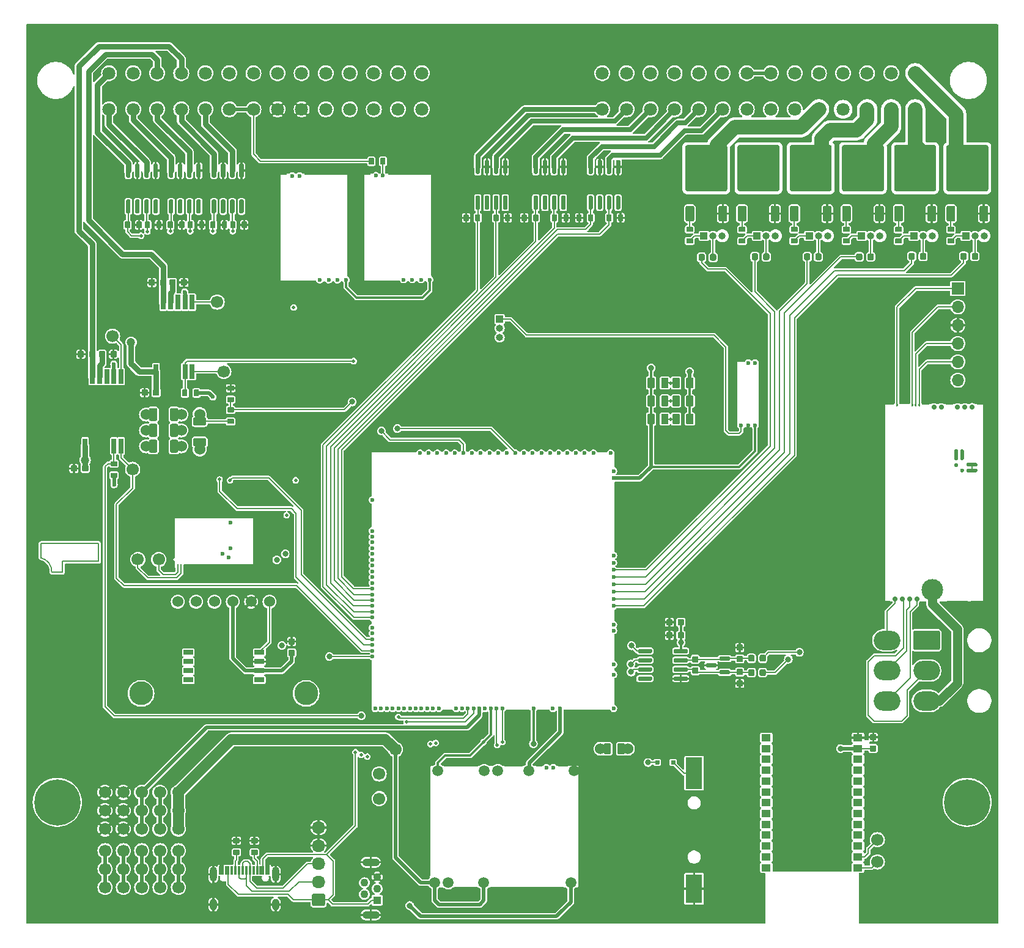
<source format=gtl>
G04 #@! TF.GenerationSoftware,KiCad,Pcbnew,8.0.2-8.0.2-0~ubuntu22.04.1*
G04 #@! TF.CreationDate,2024-05-16T19:59:53+00:00*
G04 #@! TF.ProjectId,uaefi,75616566-692e-46b6-9963-61645f706362,C*
G04 #@! TF.SameCoordinates,Original*
G04 #@! TF.FileFunction,Copper,L1,Top*
G04 #@! TF.FilePolarity,Positive*
%FSLAX46Y46*%
G04 Gerber Fmt 4.6, Leading zero omitted, Abs format (unit mm)*
G04 Created by KiCad (PCBNEW 8.0.2-8.0.2-0~ubuntu22.04.1) date 2024-05-16 19:59:53*
%MOMM*%
%LPD*%
G01*
G04 APERTURE LIST*
G04 #@! TA.AperFunction,EtchedComponent*
%ADD10C,0.200000*%
G04 #@! TD*
G04 #@! TA.AperFunction,ComponentPad*
%ADD11R,1.000000X1.000000*%
G04 #@! TD*
G04 #@! TA.AperFunction,ComponentPad*
%ADD12O,1.000000X1.000000*%
G04 #@! TD*
G04 #@! TA.AperFunction,SMDPad,CuDef*
%ADD13R,2.299995X4.399991*%
G04 #@! TD*
G04 #@! TA.AperFunction,SMDPad,CuDef*
%ADD14R,2.299995X3.999992*%
G04 #@! TD*
G04 #@! TA.AperFunction,ComponentPad*
%ADD15C,1.700000*%
G04 #@! TD*
G04 #@! TA.AperFunction,ComponentPad*
%ADD16C,0.700000*%
G04 #@! TD*
G04 #@! TA.AperFunction,SMDPad,CuDef*
%ADD17C,3.000000*%
G04 #@! TD*
G04 #@! TA.AperFunction,SMDPad,CuDef*
%ADD18R,3.000000X0.250000*%
G04 #@! TD*
G04 #@! TA.AperFunction,SMDPad,CuDef*
%ADD19R,1.100000X0.250000*%
G04 #@! TD*
G04 #@! TA.AperFunction,SMDPad,CuDef*
%ADD20R,0.980000X0.250000*%
G04 #@! TD*
G04 #@! TA.AperFunction,SMDPad,CuDef*
%ADD21R,1.450000X0.250000*%
G04 #@! TD*
G04 #@! TA.AperFunction,SMDPad,CuDef*
%ADD22R,0.250000X27.600000*%
G04 #@! TD*
G04 #@! TA.AperFunction,SMDPad,CuDef*
%ADD23R,1.950000X0.250000*%
G04 #@! TD*
G04 #@! TA.AperFunction,SMDPad,CuDef*
%ADD24R,0.950000X0.250000*%
G04 #@! TD*
G04 #@! TA.AperFunction,ComponentPad*
%ADD25C,0.800000*%
G04 #@! TD*
G04 #@! TA.AperFunction,ComponentPad*
%ADD26C,6.400000*%
G04 #@! TD*
G04 #@! TA.AperFunction,ComponentPad*
%ADD27C,1.800000*%
G04 #@! TD*
G04 #@! TA.AperFunction,ComponentPad*
%ADD28C,1.524000*%
G04 #@! TD*
G04 #@! TA.AperFunction,ComponentPad*
%ADD29O,1.850000X1.700000*%
G04 #@! TD*
G04 #@! TA.AperFunction,ComponentPad*
%ADD30C,0.600000*%
G04 #@! TD*
G04 #@! TA.AperFunction,SMDPad,CuDef*
%ADD31R,6.185000X0.250000*%
G04 #@! TD*
G04 #@! TA.AperFunction,SMDPad,CuDef*
%ADD32R,1.115000X0.250000*%
G04 #@! TD*
G04 #@! TA.AperFunction,SMDPad,CuDef*
%ADD33R,0.250000X14.275000*%
G04 #@! TD*
G04 #@! TA.AperFunction,SMDPad,CuDef*
%ADD34R,0.250000X15.100000*%
G04 #@! TD*
G04 #@! TA.AperFunction,SMDPad,CuDef*
%ADD35R,5.175000X0.250000*%
G04 #@! TD*
G04 #@! TA.AperFunction,ComponentPad*
%ADD36R,1.100000X1.100000*%
G04 #@! TD*
G04 #@! TA.AperFunction,ComponentPad*
%ADD37C,1.100000*%
G04 #@! TD*
G04 #@! TA.AperFunction,ComponentPad*
%ADD38O,2.400000X1.100000*%
G04 #@! TD*
G04 #@! TA.AperFunction,SMDPad,CuDef*
%ADD39O,1.225000X0.200000*%
G04 #@! TD*
G04 #@! TA.AperFunction,SMDPad,CuDef*
%ADD40O,0.200000X9.300000*%
G04 #@! TD*
G04 #@! TA.AperFunction,ComponentPad*
%ADD41C,1.500000*%
G04 #@! TD*
G04 #@! TA.AperFunction,SMDPad,CuDef*
%ADD42O,3.300000X0.200000*%
G04 #@! TD*
G04 #@! TA.AperFunction,SMDPad,CuDef*
%ADD43O,10.200000X0.200000*%
G04 #@! TD*
G04 #@! TA.AperFunction,SMDPad,CuDef*
%ADD44O,0.300000X0.200000*%
G04 #@! TD*
G04 #@! TA.AperFunction,SMDPad,CuDef*
%ADD45O,0.200000X17.000000*%
G04 #@! TD*
G04 #@! TA.AperFunction,SMDPad,CuDef*
%ADD46O,0.200000X15.400000*%
G04 #@! TD*
G04 #@! TA.AperFunction,SMDPad,CuDef*
%ADD47O,4.800000X0.200000*%
G04 #@! TD*
G04 #@! TA.AperFunction,SMDPad,CuDef*
%ADD48O,2.600000X0.200000*%
G04 #@! TD*
G04 #@! TA.AperFunction,SMDPad,CuDef*
%ADD49O,1.000000X0.200000*%
G04 #@! TD*
G04 #@! TA.AperFunction,SMDPad,CuDef*
%ADD50O,1.500000X0.200000*%
G04 #@! TD*
G04 #@! TA.AperFunction,SMDPad,CuDef*
%ADD51O,0.200000X5.669999*%
G04 #@! TD*
G04 #@! TA.AperFunction,SMDPad,CuDef*
%ADD52O,11.100001X0.200000*%
G04 #@! TD*
G04 #@! TA.AperFunction,SMDPad,CuDef*
%ADD53O,9.800001X0.399999*%
G04 #@! TD*
G04 #@! TA.AperFunction,SMDPad,CuDef*
%ADD54O,0.499999X0.250000*%
G04 #@! TD*
G04 #@! TA.AperFunction,SMDPad,CuDef*
%ADD55O,0.200000X6.799999*%
G04 #@! TD*
G04 #@! TA.AperFunction,SMDPad,CuDef*
%ADD56O,0.250000X0.499999*%
G04 #@! TD*
G04 #@! TA.AperFunction,ComponentPad*
%ADD57C,0.599999*%
G04 #@! TD*
G04 #@! TA.AperFunction,SMDPad,CuDef*
%ADD58R,1.300000X1.000000*%
G04 #@! TD*
G04 #@! TA.AperFunction,SMDPad,CuDef*
%ADD59R,0.650000X2.000000*%
G04 #@! TD*
G04 #@! TA.AperFunction,SMDPad,CuDef*
%ADD60R,8.100000X4.500000*%
G04 #@! TD*
G04 #@! TA.AperFunction,SMDPad,CuDef*
%ADD61R,0.200000X3.700000*%
G04 #@! TD*
G04 #@! TA.AperFunction,SMDPad,CuDef*
%ADD62R,0.200000X0.400000*%
G04 #@! TD*
G04 #@! TA.AperFunction,SMDPad,CuDef*
%ADD63R,0.200000X1.600000*%
G04 #@! TD*
G04 #@! TA.AperFunction,SMDPad,CuDef*
%ADD64R,0.200000X9.700000*%
G04 #@! TD*
G04 #@! TA.AperFunction,SMDPad,CuDef*
%ADD65R,0.200000X2.300000*%
G04 #@! TD*
G04 #@! TA.AperFunction,SMDPad,CuDef*
%ADD66R,1.400000X0.200000*%
G04 #@! TD*
G04 #@! TA.AperFunction,SMDPad,CuDef*
%ADD67R,6.400000X0.200000*%
G04 #@! TD*
G04 #@! TA.AperFunction,SMDPad,CuDef*
%ADD68R,1.700000X0.200000*%
G04 #@! TD*
G04 #@! TA.AperFunction,SMDPad,CuDef*
%ADD69R,3.300000X0.200000*%
G04 #@! TD*
G04 #@! TA.AperFunction,SMDPad,CuDef*
%ADD70R,0.200000X7.000000*%
G04 #@! TD*
G04 #@! TA.AperFunction,SMDPad,CuDef*
%ADD71R,0.200000X3.300000*%
G04 #@! TD*
G04 #@! TA.AperFunction,SMDPad,CuDef*
%ADD72R,0.200000X6.300000*%
G04 #@! TD*
G04 #@! TA.AperFunction,SMDPad,CuDef*
%ADD73R,0.300000X1.150000*%
G04 #@! TD*
G04 #@! TA.AperFunction,ComponentPad*
%ADD74O,1.000000X2.100000*%
G04 #@! TD*
G04 #@! TA.AperFunction,ComponentPad*
%ADD75O,1.000000X1.600000*%
G04 #@! TD*
G04 #@! TA.AperFunction,ComponentPad*
%ADD76R,1.700000X1.700000*%
G04 #@! TD*
G04 #@! TA.AperFunction,ComponentPad*
%ADD77O,1.700000X1.700000*%
G04 #@! TD*
G04 #@! TA.AperFunction,ComponentPad*
%ADD78C,3.302000*%
G04 #@! TD*
G04 #@! TA.AperFunction,SMDPad,CuDef*
%ADD79R,1.350000X0.690000*%
G04 #@! TD*
G04 #@! TA.AperFunction,ComponentPad*
%ADD80O,3.700000X2.700000*%
G04 #@! TD*
G04 #@! TA.AperFunction,ViaPad*
%ADD81C,0.600000*%
G04 #@! TD*
G04 #@! TA.AperFunction,ViaPad*
%ADD82C,0.500000*%
G04 #@! TD*
G04 #@! TA.AperFunction,ViaPad*
%ADD83C,1.200000*%
G04 #@! TD*
G04 #@! TA.AperFunction,ViaPad*
%ADD84C,0.800000*%
G04 #@! TD*
G04 #@! TA.AperFunction,ViaPad*
%ADD85C,1.700000*%
G04 #@! TD*
G04 #@! TA.AperFunction,Conductor*
%ADD86C,0.200000*%
G04 #@! TD*
G04 #@! TA.AperFunction,Conductor*
%ADD87C,0.800000*%
G04 #@! TD*
G04 #@! TA.AperFunction,Conductor*
%ADD88C,0.300000*%
G04 #@! TD*
G04 #@! TA.AperFunction,Conductor*
%ADD89C,0.500000*%
G04 #@! TD*
G04 #@! TA.AperFunction,Conductor*
%ADD90C,1.500000*%
G04 #@! TD*
G04 #@! TA.AperFunction,Conductor*
%ADD91C,1.300000*%
G04 #@! TD*
G04 #@! TA.AperFunction,Conductor*
%ADD92C,2.000000*%
G04 #@! TD*
G04 #@! TA.AperFunction,Conductor*
%ADD93C,0.700000*%
G04 #@! TD*
G04 #@! TA.AperFunction,Conductor*
%ADD94C,0.150000*%
G04 #@! TD*
G04 APERTURE END LIST*
D10*
G04 #@! TO.C,G2*
X2243000Y52875000D02*
X2243000Y50875000D01*
X5243000Y50375000D02*
X10243000Y50375000D01*
X5243000Y48875000D02*
X3743000Y48875000D01*
X5243000Y48875000D02*
X5243000Y50375000D01*
X10243000Y52875000D02*
X2243000Y52875000D01*
X10243000Y50375000D02*
X10243000Y52875000D01*
X2243000Y50875000D02*
G75*
G02*
X3743000Y48875000I-478801J-1921601D01*
G01*
G04 #@! TD*
G04 #@! TO.P,R40,1*
G04 #@! TO.N,/IN_BUTTON3*
G04 #@! TA.AperFunction,SMDPad,CuDef*
G36*
G01*
X89150001Y75725000D02*
X89150001Y74475000D01*
G75*
G02*
X89050001Y74375000I-100000J0D01*
G01*
X88250001Y74375000D01*
G75*
G02*
X88150001Y74475000I0J100000D01*
G01*
X88150001Y75725000D01*
G75*
G02*
X88250001Y75825000I100000J0D01*
G01*
X89050001Y75825000D01*
G75*
G02*
X89150001Y75725000I0J-100000D01*
G01*
G37*
G04 #@! TD.AperFunction*
G04 #@! TO.P,R40,2*
G04 #@! TO.N,+5VA*
G04 #@! TA.AperFunction,SMDPad,CuDef*
G36*
G01*
X87249979Y75725000D02*
X87249979Y74475000D01*
G75*
G02*
X87149979Y74375000I-100000J0D01*
G01*
X86349979Y74375000D01*
G75*
G02*
X86249979Y74475000I0J100000D01*
G01*
X86249979Y75725000D01*
G75*
G02*
X86349979Y75825000I100000J0D01*
G01*
X87149979Y75825000D01*
G75*
G02*
X87249979Y75725000I0J-100000D01*
G01*
G37*
G04 #@! TD.AperFunction*
G04 #@! TD*
D11*
G04 #@! TO.P,JP3,1,A*
G04 #@! TO.N,Net-(JP3-A)*
X115877500Y95475000D03*
D12*
G04 #@! TO.P,JP3,2,C*
G04 #@! TO.N,Net-(JP3-C)*
X117147500Y95475000D03*
G04 #@! TO.P,JP3,3,B*
G04 #@! TO.N,/OUT_IGN3*
X118417500Y95475000D03*
G04 #@! TD*
G04 #@! TO.P,D8,1,K*
G04 #@! TO.N,Net-(U4-T-)*
G04 #@! TA.AperFunction,SMDPad,CuDef*
G36*
G01*
X97675000Y35165000D02*
X97675000Y34865000D01*
G75*
G02*
X97525000Y34715000I-150000J0D01*
G01*
X96350000Y34715000D01*
G75*
G02*
X96200000Y34865000I0J150000D01*
G01*
X96200000Y35165000D01*
G75*
G02*
X96350000Y35315000I150000J0D01*
G01*
X97525000Y35315000D01*
G75*
G02*
X97675000Y35165000I0J-150000D01*
G01*
G37*
G04 #@! TD.AperFunction*
G04 #@! TO.P,D8,2,K*
G04 #@! TO.N,Net-(U4-T+)*
G04 #@! TA.AperFunction,SMDPad,CuDef*
G36*
G01*
X97675000Y37065000D02*
X97675000Y36765000D01*
G75*
G02*
X97525000Y36615000I-150000J0D01*
G01*
X96350000Y36615000D01*
G75*
G02*
X96200000Y36765000I0J150000D01*
G01*
X96200000Y37065000D01*
G75*
G02*
X96350000Y37215000I150000J0D01*
G01*
X97525000Y37215000D01*
G75*
G02*
X97675000Y37065000I0J-150000D01*
G01*
G37*
G04 #@! TD.AperFunction*
G04 #@! TO.P,D8,3,A*
G04 #@! TO.N,GND*
G04 #@! TA.AperFunction,SMDPad,CuDef*
G36*
G01*
X95800000Y36115000D02*
X95800000Y35815000D01*
G75*
G02*
X95650000Y35665000I-150000J0D01*
G01*
X94475000Y35665000D01*
G75*
G02*
X94325000Y35815000I0J150000D01*
G01*
X94325000Y36115000D01*
G75*
G02*
X94475000Y36265000I150000J0D01*
G01*
X95650000Y36265000D01*
G75*
G02*
X95800000Y36115000I0J-150000D01*
G01*
G37*
G04 #@! TD.AperFunction*
G04 #@! TD*
G04 #@! TO.P,U7,1,IN1*
G04 #@! TO.N,/LS1*
G04 #@! TA.AperFunction,SMDPad,CuDef*
G36*
G01*
X26352500Y98575000D02*
X26052500Y98575000D01*
G75*
G02*
X25902500Y98725000I0J150000D01*
G01*
X25902500Y100375000D01*
G75*
G02*
X26052500Y100525000I150000J0D01*
G01*
X26352500Y100525000D01*
G75*
G02*
X26502500Y100375000I0J-150000D01*
G01*
X26502500Y98725000D01*
G75*
G02*
X26352500Y98575000I-150000J0D01*
G01*
G37*
G04 #@! TD.AperFunction*
G04 #@! TO.P,U7,2,STATUS1*
G04 #@! TO.N,unconnected-(U7-STATUS1-Pad2)*
G04 #@! TA.AperFunction,SMDPad,CuDef*
G36*
G01*
X27622500Y98575000D02*
X27322500Y98575000D01*
G75*
G02*
X27172500Y98725000I0J150000D01*
G01*
X27172500Y100375000D01*
G75*
G02*
X27322500Y100525000I150000J0D01*
G01*
X27622500Y100525000D01*
G75*
G02*
X27772500Y100375000I0J-150000D01*
G01*
X27772500Y98725000D01*
G75*
G02*
X27622500Y98575000I-150000J0D01*
G01*
G37*
G04 #@! TD.AperFunction*
G04 #@! TO.P,U7,3,IN2*
G04 #@! TO.N,/LS2*
G04 #@! TA.AperFunction,SMDPad,CuDef*
G36*
G01*
X28892500Y98575000D02*
X28592500Y98575000D01*
G75*
G02*
X28442500Y98725000I0J150000D01*
G01*
X28442500Y100375000D01*
G75*
G02*
X28592500Y100525000I150000J0D01*
G01*
X28892500Y100525000D01*
G75*
G02*
X29042500Y100375000I0J-150000D01*
G01*
X29042500Y98725000D01*
G75*
G02*
X28892500Y98575000I-150000J0D01*
G01*
G37*
G04 #@! TD.AperFunction*
G04 #@! TO.P,U7,4,STATUS2*
G04 #@! TO.N,unconnected-(U7-STATUS2-Pad4)*
G04 #@! TA.AperFunction,SMDPad,CuDef*
G36*
G01*
X30162500Y98575000D02*
X29862500Y98575000D01*
G75*
G02*
X29712500Y98725000I0J150000D01*
G01*
X29712500Y100375000D01*
G75*
G02*
X29862500Y100525000I150000J0D01*
G01*
X30162500Y100525000D01*
G75*
G02*
X30312500Y100375000I0J-150000D01*
G01*
X30312500Y98725000D01*
G75*
G02*
X30162500Y98575000I-150000J0D01*
G01*
G37*
G04 #@! TD.AperFunction*
G04 #@! TO.P,U7,5,S2*
G04 #@! TO.N,GND*
G04 #@! TA.AperFunction,SMDPad,CuDef*
G36*
G01*
X30162500Y103525000D02*
X29862500Y103525000D01*
G75*
G02*
X29712500Y103675000I0J150000D01*
G01*
X29712500Y105325000D01*
G75*
G02*
X29862500Y105475000I150000J0D01*
G01*
X30162500Y105475000D01*
G75*
G02*
X30312500Y105325000I0J-150000D01*
G01*
X30312500Y103675000D01*
G75*
G02*
X30162500Y103525000I-150000J0D01*
G01*
G37*
G04 #@! TD.AperFunction*
G04 #@! TO.P,U7,6,D2*
G04 #@! TO.N,/OUT_LS2*
G04 #@! TA.AperFunction,SMDPad,CuDef*
G36*
G01*
X28892500Y103525000D02*
X28592500Y103525000D01*
G75*
G02*
X28442500Y103675000I0J150000D01*
G01*
X28442500Y105325000D01*
G75*
G02*
X28592500Y105475000I150000J0D01*
G01*
X28892500Y105475000D01*
G75*
G02*
X29042500Y105325000I0J-150000D01*
G01*
X29042500Y103675000D01*
G75*
G02*
X28892500Y103525000I-150000J0D01*
G01*
G37*
G04 #@! TD.AperFunction*
G04 #@! TO.P,U7,7,S1*
G04 #@! TO.N,GND*
G04 #@! TA.AperFunction,SMDPad,CuDef*
G36*
G01*
X27622500Y103525000D02*
X27322500Y103525000D01*
G75*
G02*
X27172500Y103675000I0J150000D01*
G01*
X27172500Y105325000D01*
G75*
G02*
X27322500Y105475000I150000J0D01*
G01*
X27622500Y105475000D01*
G75*
G02*
X27772500Y105325000I0J-150000D01*
G01*
X27772500Y103675000D01*
G75*
G02*
X27622500Y103525000I-150000J0D01*
G01*
G37*
G04 #@! TD.AperFunction*
G04 #@! TO.P,U7,8,D1*
G04 #@! TO.N,/OUT_LS1*
G04 #@! TA.AperFunction,SMDPad,CuDef*
G36*
G01*
X26352500Y103525000D02*
X26052500Y103525000D01*
G75*
G02*
X25902500Y103675000I0J150000D01*
G01*
X25902500Y105325000D01*
G75*
G02*
X26052500Y105475000I150000J0D01*
G01*
X26352500Y105475000D01*
G75*
G02*
X26502500Y105325000I0J-150000D01*
G01*
X26502500Y103675000D01*
G75*
G02*
X26352500Y103525000I-150000J0D01*
G01*
G37*
G04 #@! TD.AperFunction*
G04 #@! TD*
G04 #@! TO.P,C24,1*
G04 #@! TO.N,GND*
G04 #@! TA.AperFunction,SMDPad,CuDef*
G36*
G01*
X12710001Y79415000D02*
X12710001Y78735000D01*
G75*
G02*
X12625001Y78650000I-85000J0D01*
G01*
X11945001Y78650000D01*
G75*
G02*
X11860001Y78735000I0J85000D01*
G01*
X11860001Y79415000D01*
G75*
G02*
X11945001Y79500000I85000J0D01*
G01*
X12625001Y79500000D01*
G75*
G02*
X12710001Y79415000I0J-85000D01*
G01*
G37*
G04 #@! TD.AperFunction*
G04 #@! TO.P,C24,2*
G04 #@! TO.N,/DC Driver 2/PWR*
G04 #@! TA.AperFunction,SMDPad,CuDef*
G36*
G01*
X11129999Y79415000D02*
X11129999Y78735000D01*
G75*
G02*
X11044999Y78650000I-85000J0D01*
G01*
X10364999Y78650000D01*
G75*
G02*
X10279999Y78735000I0J85000D01*
G01*
X10279999Y79415000D01*
G75*
G02*
X10364999Y79500000I85000J0D01*
G01*
X11044999Y79500000D01*
G75*
G02*
X11129999Y79415000I0J-85000D01*
G01*
G37*
G04 #@! TD.AperFunction*
G04 #@! TD*
D11*
G04 #@! TO.P,JP1,1,A*
G04 #@! TO.N,Net-(JP1-A)*
X130317500Y95475000D03*
D12*
G04 #@! TO.P,JP1,2,C*
G04 #@! TO.N,Net-(JP1-C)*
X131587500Y95475000D03*
G04 #@! TO.P,JP1,3,B*
G04 #@! TO.N,/OUT_IGN1*
X132857500Y95475000D03*
G04 #@! TD*
G04 #@! TO.P,R39,1*
G04 #@! TO.N,/IN_BUTTON2*
G04 #@! TA.AperFunction,SMDPad,CuDef*
G36*
G01*
X89150001Y73225000D02*
X89150001Y71975000D01*
G75*
G02*
X89050001Y71875000I-100000J0D01*
G01*
X88250001Y71875000D01*
G75*
G02*
X88150001Y71975000I0J100000D01*
G01*
X88150001Y73225000D01*
G75*
G02*
X88250001Y73325000I100000J0D01*
G01*
X89050001Y73325000D01*
G75*
G02*
X89150001Y73225000I0J-100000D01*
G01*
G37*
G04 #@! TD.AperFunction*
G04 #@! TO.P,R39,2*
G04 #@! TO.N,+5VA*
G04 #@! TA.AperFunction,SMDPad,CuDef*
G36*
G01*
X87249979Y73225000D02*
X87249979Y71975000D01*
G75*
G02*
X87149979Y71875000I-100000J0D01*
G01*
X86349979Y71875000D01*
G75*
G02*
X86249979Y71975000I0J100000D01*
G01*
X86249979Y73225000D01*
G75*
G02*
X86349979Y73325000I100000J0D01*
G01*
X87149979Y73325000D01*
G75*
G02*
X87249979Y73225000I0J-100000D01*
G01*
G37*
G04 #@! TD.AperFunction*
G04 #@! TD*
G04 #@! TO.P,Q10,1,G*
G04 #@! TO.N,Net-(Q10-G)*
G04 #@! TA.AperFunction,SMDPad,CuDef*
G36*
G01*
X106922500Y97450000D02*
X106222500Y97450000D01*
G75*
G02*
X105972500Y97700000I0J250000D01*
G01*
X105972500Y99400000D01*
G75*
G02*
X106222500Y99650000I250000J0D01*
G01*
X106922500Y99650000D01*
G75*
G02*
X107172500Y99400000I0J-250000D01*
G01*
X107172500Y97700000D01*
G75*
G02*
X106922500Y97450000I-250000J0D01*
G01*
G37*
G04 #@! TD.AperFunction*
G04 #@! TO.P,Q10,2,C*
G04 #@! TO.N,/OUT_IGN4*
G04 #@! TA.AperFunction,SMDPad,CuDef*
G36*
G01*
X108452500Y101650000D02*
X106202500Y101650000D01*
G75*
G02*
X105952500Y101900000I0J250000D01*
G01*
X105952500Y104450000D01*
G75*
G02*
X106202500Y104700000I250000J0D01*
G01*
X108452500Y104700000D01*
G75*
G02*
X108702500Y104450000I0J-250000D01*
G01*
X108702500Y101900000D01*
G75*
G02*
X108452500Y101650000I-250000J0D01*
G01*
G37*
G04 #@! TD.AperFunction*
G04 #@! TA.AperFunction,SMDPad,CuDef*
G36*
G01*
X111502500Y101650000D02*
X109252500Y101650000D01*
G75*
G02*
X109002500Y101900000I0J250000D01*
G01*
X109002500Y104450000D01*
G75*
G02*
X109252500Y104700000I250000J0D01*
G01*
X111502500Y104700000D01*
G75*
G02*
X111752500Y104450000I0J-250000D01*
G01*
X111752500Y101900000D01*
G75*
G02*
X111502500Y101650000I-250000J0D01*
G01*
G37*
G04 #@! TD.AperFunction*
G04 #@! TA.AperFunction,SMDPad,CuDef*
G36*
G01*
X111502503Y101650000D02*
X106202497Y101650000D01*
G75*
G02*
X105952500Y101899997I0J249997D01*
G01*
X105952500Y107800003D01*
G75*
G02*
X106202497Y108050000I249997J0D01*
G01*
X111502503Y108050000D01*
G75*
G02*
X111752500Y107800003I0J-249997D01*
G01*
X111752500Y101899997D01*
G75*
G02*
X111502503Y101650000I-249997J0D01*
G01*
G37*
G04 #@! TD.AperFunction*
G04 #@! TA.AperFunction,SMDPad,CuDef*
G36*
G01*
X108452500Y105000000D02*
X106202500Y105000000D01*
G75*
G02*
X105952500Y105250000I0J250000D01*
G01*
X105952500Y107800000D01*
G75*
G02*
X106202500Y108050000I250000J0D01*
G01*
X108452500Y108050000D01*
G75*
G02*
X108702500Y107800000I0J-250000D01*
G01*
X108702500Y105250000D01*
G75*
G02*
X108452500Y105000000I-250000J0D01*
G01*
G37*
G04 #@! TD.AperFunction*
G04 #@! TA.AperFunction,SMDPad,CuDef*
G36*
G01*
X111502500Y105000000D02*
X109252500Y105000000D01*
G75*
G02*
X109002500Y105250000I0J250000D01*
G01*
X109002500Y107800000D01*
G75*
G02*
X109252500Y108050000I250000J0D01*
G01*
X111502500Y108050000D01*
G75*
G02*
X111752500Y107800000I0J-250000D01*
G01*
X111752500Y105250000D01*
G75*
G02*
X111502500Y105000000I-250000J0D01*
G01*
G37*
G04 #@! TD.AperFunction*
G04 #@! TO.P,Q10,3,E*
G04 #@! TO.N,GND*
G04 #@! TA.AperFunction,SMDPad,CuDef*
G36*
G01*
X111482500Y97450000D02*
X110782500Y97450000D01*
G75*
G02*
X110532500Y97700000I0J250000D01*
G01*
X110532500Y99400000D01*
G75*
G02*
X110782500Y99650000I250000J0D01*
G01*
X111482500Y99650000D01*
G75*
G02*
X111732500Y99400000I0J-250000D01*
G01*
X111732500Y97700000D01*
G75*
G02*
X111482500Y97450000I-250000J0D01*
G01*
G37*
G04 #@! TD.AperFunction*
G04 #@! TD*
G04 #@! TO.P,C27,1*
G04 #@! TO.N,GND*
G04 #@! TA.AperFunction,SMDPad,CuDef*
G36*
G01*
X36628000Y39705251D02*
X37308000Y39705251D01*
G75*
G02*
X37393000Y39620251I0J-85000D01*
G01*
X37393000Y38940251D01*
G75*
G02*
X37308000Y38855251I-85000J0D01*
G01*
X36628000Y38855251D01*
G75*
G02*
X36543000Y38940251I0J85000D01*
G01*
X36543000Y39620251D01*
G75*
G02*
X36628000Y39705251I85000J0D01*
G01*
G37*
G04 #@! TD.AperFunction*
G04 #@! TO.P,C27,2*
G04 #@! TO.N,+5VA*
G04 #@! TA.AperFunction,SMDPad,CuDef*
G36*
G01*
X36628000Y38125249D02*
X37308000Y38125249D01*
G75*
G02*
X37393000Y38040249I0J-85000D01*
G01*
X37393000Y37360249D01*
G75*
G02*
X37308000Y37275249I-85000J0D01*
G01*
X36628000Y37275249D01*
G75*
G02*
X36543000Y37360249I0J85000D01*
G01*
X36543000Y38040249D01*
G75*
G02*
X36628000Y38125249I85000J0D01*
G01*
G37*
G04 #@! TD.AperFunction*
G04 #@! TD*
D13*
G04 #@! TO.P,BT1,1,+*
G04 #@! TO.N,Net-(BT1-+)*
X92700000Y21025019D03*
D14*
G04 #@! TO.P,BT1,2,-*
G04 #@! TO.N,GND*
X92700000Y5025000D03*
G04 #@! TD*
G04 #@! TO.P,U10,1,IN1*
G04 #@! TO.N,/INJ3*
G04 #@! TA.AperFunction,SMDPad,CuDef*
G36*
G01*
X70925000Y99095856D02*
X70625000Y99095856D01*
G75*
G02*
X70475000Y99245856I0J150000D01*
G01*
X70475000Y100895856D01*
G75*
G02*
X70625000Y101045856I150000J0D01*
G01*
X70925000Y101045856D01*
G75*
G02*
X71075000Y100895856I0J-150000D01*
G01*
X71075000Y99245856D01*
G75*
G02*
X70925000Y99095856I-150000J0D01*
G01*
G37*
G04 #@! TD.AperFunction*
G04 #@! TO.P,U10,2,STATUS1*
G04 #@! TO.N,unconnected-(U10-STATUS1-Pad2)*
G04 #@! TA.AperFunction,SMDPad,CuDef*
G36*
G01*
X72195000Y99095856D02*
X71895000Y99095856D01*
G75*
G02*
X71745000Y99245856I0J150000D01*
G01*
X71745000Y100895856D01*
G75*
G02*
X71895000Y101045856I150000J0D01*
G01*
X72195000Y101045856D01*
G75*
G02*
X72345000Y100895856I0J-150000D01*
G01*
X72345000Y99245856D01*
G75*
G02*
X72195000Y99095856I-150000J0D01*
G01*
G37*
G04 #@! TD.AperFunction*
G04 #@! TO.P,U10,3,IN2*
G04 #@! TO.N,/INJ4*
G04 #@! TA.AperFunction,SMDPad,CuDef*
G36*
G01*
X73465000Y99095856D02*
X73165000Y99095856D01*
G75*
G02*
X73015000Y99245856I0J150000D01*
G01*
X73015000Y100895856D01*
G75*
G02*
X73165000Y101045856I150000J0D01*
G01*
X73465000Y101045856D01*
G75*
G02*
X73615000Y100895856I0J-150000D01*
G01*
X73615000Y99245856D01*
G75*
G02*
X73465000Y99095856I-150000J0D01*
G01*
G37*
G04 #@! TD.AperFunction*
G04 #@! TO.P,U10,4,STATUS2*
G04 #@! TO.N,unconnected-(U10-STATUS2-Pad4)*
G04 #@! TA.AperFunction,SMDPad,CuDef*
G36*
G01*
X74735000Y99095856D02*
X74435000Y99095856D01*
G75*
G02*
X74285000Y99245856I0J150000D01*
G01*
X74285000Y100895856D01*
G75*
G02*
X74435000Y101045856I150000J0D01*
G01*
X74735000Y101045856D01*
G75*
G02*
X74885000Y100895856I0J-150000D01*
G01*
X74885000Y99245856D01*
G75*
G02*
X74735000Y99095856I-150000J0D01*
G01*
G37*
G04 #@! TD.AperFunction*
G04 #@! TO.P,U10,5,S2*
G04 #@! TO.N,GND*
G04 #@! TA.AperFunction,SMDPad,CuDef*
G36*
G01*
X74735000Y104045856D02*
X74435000Y104045856D01*
G75*
G02*
X74285000Y104195856I0J150000D01*
G01*
X74285000Y105845856D01*
G75*
G02*
X74435000Y105995856I150000J0D01*
G01*
X74735000Y105995856D01*
G75*
G02*
X74885000Y105845856I0J-150000D01*
G01*
X74885000Y104195856D01*
G75*
G02*
X74735000Y104045856I-150000J0D01*
G01*
G37*
G04 #@! TD.AperFunction*
G04 #@! TO.P,U10,6,D2*
G04 #@! TO.N,/OUT_INJ4*
G04 #@! TA.AperFunction,SMDPad,CuDef*
G36*
G01*
X73465000Y104045856D02*
X73165000Y104045856D01*
G75*
G02*
X73015000Y104195856I0J150000D01*
G01*
X73015000Y105845856D01*
G75*
G02*
X73165000Y105995856I150000J0D01*
G01*
X73465000Y105995856D01*
G75*
G02*
X73615000Y105845856I0J-150000D01*
G01*
X73615000Y104195856D01*
G75*
G02*
X73465000Y104045856I-150000J0D01*
G01*
G37*
G04 #@! TD.AperFunction*
G04 #@! TO.P,U10,7,S1*
G04 #@! TO.N,GND*
G04 #@! TA.AperFunction,SMDPad,CuDef*
G36*
G01*
X72195000Y104045856D02*
X71895000Y104045856D01*
G75*
G02*
X71745000Y104195856I0J150000D01*
G01*
X71745000Y105845856D01*
G75*
G02*
X71895000Y105995856I150000J0D01*
G01*
X72195000Y105995856D01*
G75*
G02*
X72345000Y105845856I0J-150000D01*
G01*
X72345000Y104195856D01*
G75*
G02*
X72195000Y104045856I-150000J0D01*
G01*
G37*
G04 #@! TD.AperFunction*
G04 #@! TO.P,U10,8,D1*
G04 #@! TO.N,/OUT_INJ3*
G04 #@! TA.AperFunction,SMDPad,CuDef*
G36*
G01*
X70925000Y104045856D02*
X70625000Y104045856D01*
G75*
G02*
X70475000Y104195856I0J150000D01*
G01*
X70475000Y105845856D01*
G75*
G02*
X70625000Y105995856I150000J0D01*
G01*
X70925000Y105995856D01*
G75*
G02*
X71075000Y105845856I0J-150000D01*
G01*
X71075000Y104195856D01*
G75*
G02*
X70925000Y104045856I-150000J0D01*
G01*
G37*
G04 #@! TD.AperFunction*
G04 #@! TD*
G04 #@! TO.P,R31,1*
G04 #@! TO.N,GND*
G04 #@! TA.AperFunction,SMDPad,CuDef*
G36*
G01*
X68830000Y97576712D02*
X68830000Y98356712D01*
G75*
G02*
X68900000Y98426712I70000J0D01*
G01*
X69460000Y98426712D01*
G75*
G02*
X69530000Y98356712I0J-70000D01*
G01*
X69530000Y97576712D01*
G75*
G02*
X69460000Y97506712I-70000J0D01*
G01*
X68900000Y97506712D01*
G75*
G02*
X68830000Y97576712I0J70000D01*
G01*
G37*
G04 #@! TD.AperFunction*
G04 #@! TO.P,R31,2*
G04 #@! TO.N,/INJ3*
G04 #@! TA.AperFunction,SMDPad,CuDef*
G36*
G01*
X70430000Y97576712D02*
X70430000Y98356712D01*
G75*
G02*
X70500000Y98426712I70000J0D01*
G01*
X71060000Y98426712D01*
G75*
G02*
X71130000Y98356712I0J-70000D01*
G01*
X71130000Y97576712D01*
G75*
G02*
X71060000Y97506712I-70000J0D01*
G01*
X70500000Y97506712D01*
G75*
G02*
X70430000Y97576712I0J70000D01*
G01*
G37*
G04 #@! TD.AperFunction*
G04 #@! TD*
D15*
G04 #@! TO.P,P8,1,Pin_1*
G04 #@! TO.N,Net-(M6-UART2_TX_(PD5))*
X118075000Y11825000D03*
G04 #@! TD*
G04 #@! TO.P,C30,1*
G04 #@! TO.N,GND*
G04 #@! TA.AperFunction,SMDPad,CuDef*
G36*
G01*
X98677977Y38870002D02*
X99357977Y38870002D01*
G75*
G02*
X99442977Y38785002I0J-85000D01*
G01*
X99442977Y38105002D01*
G75*
G02*
X99357977Y38020002I-85000J0D01*
G01*
X98677977Y38020002D01*
G75*
G02*
X98592977Y38105002I0J85000D01*
G01*
X98592977Y38785002D01*
G75*
G02*
X98677977Y38870002I85000J0D01*
G01*
G37*
G04 #@! TD.AperFunction*
G04 #@! TO.P,C30,2*
G04 #@! TO.N,Net-(U4-T+)*
G04 #@! TA.AperFunction,SMDPad,CuDef*
G36*
G01*
X98677977Y37290000D02*
X99357977Y37290000D01*
G75*
G02*
X99442977Y37205000I0J-85000D01*
G01*
X99442977Y36525000D01*
G75*
G02*
X99357977Y36440000I-85000J0D01*
G01*
X98677977Y36440000D01*
G75*
G02*
X98592977Y36525000I0J85000D01*
G01*
X98592977Y37205000D01*
G75*
G02*
X98677977Y37290000I85000J0D01*
G01*
G37*
G04 #@! TD.AperFunction*
G04 #@! TD*
G04 #@! TO.P,G3,1*
G04 #@! TO.N,GND*
X11105000Y18382000D03*
G04 #@! TO.P,G3,2*
X13645000Y18382000D03*
G04 #@! TO.P,G3,3*
G04 #@! TO.N,+3.3VA*
X16185000Y18382000D03*
G04 #@! TO.P,G3,4*
G04 #@! TO.N,+5VA*
X18725000Y18382000D03*
G04 #@! TO.P,G3,5*
G04 #@! TO.N,+12V_RAW*
X21265000Y18382000D03*
G04 #@! TO.P,G3,6*
G04 #@! TO.N,GND*
X11105000Y15842000D03*
G04 #@! TO.P,G3,7*
X13645000Y15842000D03*
G04 #@! TO.P,G3,8*
G04 #@! TO.N,+3.3VA*
X16185000Y15842000D03*
G04 #@! TO.P,G3,9*
G04 #@! TO.N,+5VA*
X18725000Y15842000D03*
G04 #@! TO.P,G3,10*
G04 #@! TO.N,+12V_RAW*
X21265000Y15842000D03*
G04 #@! TO.P,G3,11*
G04 #@! TO.N,GND*
X11105000Y13302000D03*
G04 #@! TO.P,G3,12*
X13645000Y13302000D03*
G04 #@! TO.P,G3,13*
G04 #@! TO.N,+3.3VA*
X16185000Y13302000D03*
G04 #@! TO.P,G3,14*
G04 #@! TO.N,+5VA*
X18725000Y13302000D03*
G04 #@! TO.P,G3,15*
G04 #@! TO.N,+12V_RAW*
X21265000Y13302000D03*
G04 #@! TD*
D16*
G04 #@! TO.P,M5,E1,LSU_Un*
G04 #@! TO.N,/WBO_Un*
X120550000Y45175000D03*
G04 #@! TO.P,M5,E2,LSU_Vm*
G04 #@! TO.N,/WBO_Vm*
X123550000Y45175000D03*
G04 #@! TO.P,M5,E3,LSU_Ip*
G04 #@! TO.N,/WBO_Ip*
X122550000Y45175000D03*
G04 #@! TO.P,M5,E4,LSU_Rtrim*
G04 #@! TO.N,/WBO_Rtrim*
X121550000Y45175000D03*
D17*
G04 #@! TO.P,M5,E5,LSU_H+*
G04 #@! TO.N,/WBO_Heater*
X125700000Y46425000D03*
D18*
G04 #@! TO.P,M5,E6,LSU_H-*
G04 #@! TO.N,GND*
X129200000Y44800000D03*
D19*
G04 #@! TO.P,M5,G,GND*
X132400000Y72150000D03*
D20*
X128060000Y72150000D03*
X124760000Y72150000D03*
D21*
X119675000Y72150000D03*
D22*
X132825000Y58475000D03*
X119075000Y58475000D03*
D23*
X131975000Y44800000D03*
D24*
X119425000Y44800000D03*
G04 #@! TO.P,M5,J1,SEL1*
G04 #@! TO.N,Net-(M5-PULL_DOWN1)*
G04 #@! TA.AperFunction,SMDPad,CuDef*
G36*
G01*
X131800000Y62725000D02*
X130550000Y62725000D01*
G75*
G02*
X130425000Y62850000I0J125000D01*
G01*
X130425000Y63100000D01*
G75*
G02*
X130550000Y63225000I125000J0D01*
G01*
X131800000Y63225000D01*
G75*
G02*
X131925000Y63100000I0J-125000D01*
G01*
X131925000Y62850000D01*
G75*
G02*
X131800000Y62725000I-125000J0D01*
G01*
G37*
G04 #@! TD.AperFunction*
G04 #@! TO.P,M5,J2,SEL2*
G04 #@! TO.N,unconnected-(M5-SEL2-PadJ2)*
G04 #@! TA.AperFunction,SMDPad,CuDef*
G36*
G01*
X129125000Y64400000D02*
X128875000Y64400000D01*
G75*
G02*
X128750000Y64525000I0J125000D01*
G01*
X128750000Y65775000D01*
G75*
G02*
X128875000Y65900000I125000J0D01*
G01*
X129125000Y65900000D01*
G75*
G02*
X129250000Y65775000I0J-125000D01*
G01*
X129250000Y64525000D01*
G75*
G02*
X129125000Y64400000I-125000J0D01*
G01*
G37*
G04 #@! TD.AperFunction*
G04 #@! TO.P,M5,J_GND1,PULL_DOWN1*
G04 #@! TO.N,Net-(M5-PULL_DOWN1)*
G04 #@! TA.AperFunction,SMDPad,CuDef*
G36*
G01*
X131800000Y63525000D02*
X130550000Y63525000D01*
G75*
G02*
X130425000Y63650000I0J125000D01*
G01*
X130425000Y63900000D01*
G75*
G02*
X130550000Y64025000I125000J0D01*
G01*
X131800000Y64025000D01*
G75*
G02*
X131925000Y63900000I0J-125000D01*
G01*
X131925000Y63650000D01*
G75*
G02*
X131800000Y63525000I-125000J0D01*
G01*
G37*
G04 #@! TD.AperFunction*
G04 #@! TO.P,M5,J_GND2,PULL_DOWN2*
G04 #@! TO.N,unconnected-(M5-PULL_DOWN2-PadJ_GND2)*
G04 #@! TA.AperFunction,SMDPad,CuDef*
G36*
G01*
X129250000Y63850000D02*
X129250000Y63600000D01*
G75*
G02*
X129125000Y63475000I-125000J0D01*
G01*
X128875000Y63475000D01*
G75*
G02*
X128750000Y63600000I0J125000D01*
G01*
X128750000Y63850000D01*
G75*
G02*
X128875000Y63975000I125000J0D01*
G01*
X129125000Y63975000D01*
G75*
G02*
X129250000Y63850000I0J-125000D01*
G01*
G37*
G04 #@! TD.AperFunction*
G04 #@! TO.P,M5,J_VCC1,PULL_UP1*
G04 #@! TO.N,unconnected-(M5-PULL_UP1-PadJ_VCC1)*
G04 #@! TA.AperFunction,SMDPad,CuDef*
G36*
G01*
X129925000Y62725000D02*
X129675000Y62725000D01*
G75*
G02*
X129550000Y62850000I0J125000D01*
G01*
X129550000Y63100000D01*
G75*
G02*
X129675000Y63225000I125000J0D01*
G01*
X129925000Y63225000D01*
G75*
G02*
X130050000Y63100000I0J-125000D01*
G01*
X130050000Y62850000D01*
G75*
G02*
X129925000Y62725000I-125000J0D01*
G01*
G37*
G04 #@! TD.AperFunction*
G04 #@! TO.P,M5,J_VCC2,PULL_UP2*
G04 #@! TO.N,unconnected-(M5-PULL_UP2-PadJ_VCC2)*
G04 #@! TA.AperFunction,SMDPad,CuDef*
G36*
G01*
X129925000Y64400000D02*
X129675000Y64400000D01*
G75*
G02*
X129550000Y64525000I0J125000D01*
G01*
X129550000Y65775000D01*
G75*
G02*
X129675000Y65900000I125000J0D01*
G01*
X129925000Y65900000D01*
G75*
G02*
X130050000Y65775000I0J-125000D01*
G01*
X130050000Y64525000D01*
G75*
G02*
X129925000Y64400000I-125000J0D01*
G01*
G37*
G04 #@! TD.AperFunction*
D16*
G04 #@! TO.P,M5,W1,V5_IN*
G04 #@! TO.N,+5VA*
X130200000Y71766200D03*
G04 #@! TO.P,M5,W2,CAN_VIO*
G04 #@! TO.N,unconnected-(M5-CAN_VIO-PadW2)*
X129200000Y71766200D03*
G04 #@! TO.P,M5,W3,CANL*
G04 #@! TO.N,/CAN-*
X125904000Y71766200D03*
G04 #@! TO.P,M5,W4,CANH*
G04 #@! TO.N,/CAN+*
X126920000Y71766200D03*
G04 #@! TO.P,M5,W5,nReset*
G04 #@! TO.N,Net-(J6-Pin_5)*
G04 #@! TA.AperFunction,SMDPad,CuDef*
G36*
G01*
X123900000Y72275000D02*
X123900000Y72275000D01*
G75*
G02*
X124025000Y72150000I0J-125000D01*
G01*
X124025000Y71900000D01*
G75*
G02*
X123900000Y71775000I-125000J0D01*
G01*
X123900000Y71775000D01*
G75*
G02*
X123775000Y71900000I0J125000D01*
G01*
X123775000Y72150000D01*
G75*
G02*
X123900000Y72275000I125000J0D01*
G01*
G37*
G04 #@! TD.AperFunction*
G04 #@! TO.P,M5,W6,SWDIO*
G04 #@! TO.N,Net-(J6-Pin_4)*
G04 #@! TA.AperFunction,SMDPad,CuDef*
G36*
G01*
X123400000Y72275000D02*
X123400000Y72275000D01*
G75*
G02*
X123525000Y72150000I0J-125000D01*
G01*
X123525000Y71900000D01*
G75*
G02*
X123400000Y71775000I-125000J0D01*
G01*
X123400000Y71775000D01*
G75*
G02*
X123275000Y71900000I0J125000D01*
G01*
X123275000Y72150000D01*
G75*
G02*
X123400000Y72275000I125000J0D01*
G01*
G37*
G04 #@! TD.AperFunction*
G04 #@! TO.P,M5,W7,SWCLK*
G04 #@! TO.N,Net-(J6-Pin_2)*
G04 #@! TA.AperFunction,SMDPad,CuDef*
G36*
G01*
X122900000Y72275000D02*
X122900000Y72275000D01*
G75*
G02*
X123025000Y72150000I0J-125000D01*
G01*
X123025000Y71900000D01*
G75*
G02*
X122900000Y71775000I-125000J0D01*
G01*
X122900000Y71775000D01*
G75*
G02*
X122775000Y71900000I0J125000D01*
G01*
X122775000Y72150000D01*
G75*
G02*
X122900000Y72275000I125000J0D01*
G01*
G37*
G04 #@! TD.AperFunction*
G04 #@! TO.P,M5,W8,V33_OUT*
G04 #@! TO.N,Net-(J6-Pin_1)*
G04 #@! TA.AperFunction,SMDPad,CuDef*
G36*
G01*
X120800000Y72275000D02*
X120800000Y72275000D01*
G75*
G02*
X120925000Y72150000I0J-125000D01*
G01*
X120925000Y71900000D01*
G75*
G02*
X120800000Y71775000I-125000J0D01*
G01*
X120800000Y71775000D01*
G75*
G02*
X120675000Y71900000I0J125000D01*
G01*
X120675000Y72150000D01*
G75*
G02*
X120800000Y72275000I125000J0D01*
G01*
G37*
G04 #@! TD.AperFunction*
G04 #@! TO.P,M5,W9,VDDA*
G04 #@! TO.N,unconnected-(M5-VDDA-PadW9)*
X131200000Y71766200D03*
G04 #@! TD*
G04 #@! TO.P,Q7,1,G*
G04 #@! TO.N,Net-(Q7-G)*
G04 #@! TA.AperFunction,SMDPad,CuDef*
G36*
G01*
X128612500Y97450000D02*
X127912500Y97450000D01*
G75*
G02*
X127662500Y97700000I0J250000D01*
G01*
X127662500Y99400000D01*
G75*
G02*
X127912500Y99650000I250000J0D01*
G01*
X128612500Y99650000D01*
G75*
G02*
X128862500Y99400000I0J-250000D01*
G01*
X128862500Y97700000D01*
G75*
G02*
X128612500Y97450000I-250000J0D01*
G01*
G37*
G04 #@! TD.AperFunction*
G04 #@! TO.P,Q7,2,C*
G04 #@! TO.N,/OUT_IGN1*
G04 #@! TA.AperFunction,SMDPad,CuDef*
G36*
G01*
X130142500Y101650000D02*
X127892500Y101650000D01*
G75*
G02*
X127642500Y101900000I0J250000D01*
G01*
X127642500Y104450000D01*
G75*
G02*
X127892500Y104700000I250000J0D01*
G01*
X130142500Y104700000D01*
G75*
G02*
X130392500Y104450000I0J-250000D01*
G01*
X130392500Y101900000D01*
G75*
G02*
X130142500Y101650000I-250000J0D01*
G01*
G37*
G04 #@! TD.AperFunction*
G04 #@! TA.AperFunction,SMDPad,CuDef*
G36*
G01*
X133192500Y101650000D02*
X130942500Y101650000D01*
G75*
G02*
X130692500Y101900000I0J250000D01*
G01*
X130692500Y104450000D01*
G75*
G02*
X130942500Y104700000I250000J0D01*
G01*
X133192500Y104700000D01*
G75*
G02*
X133442500Y104450000I0J-250000D01*
G01*
X133442500Y101900000D01*
G75*
G02*
X133192500Y101650000I-250000J0D01*
G01*
G37*
G04 #@! TD.AperFunction*
G04 #@! TA.AperFunction,SMDPad,CuDef*
G36*
G01*
X133192503Y101650000D02*
X127892497Y101650000D01*
G75*
G02*
X127642500Y101899997I0J249997D01*
G01*
X127642500Y107800003D01*
G75*
G02*
X127892497Y108050000I249997J0D01*
G01*
X133192503Y108050000D01*
G75*
G02*
X133442500Y107800003I0J-249997D01*
G01*
X133442500Y101899997D01*
G75*
G02*
X133192503Y101650000I-249997J0D01*
G01*
G37*
G04 #@! TD.AperFunction*
G04 #@! TA.AperFunction,SMDPad,CuDef*
G36*
G01*
X130142500Y105000000D02*
X127892500Y105000000D01*
G75*
G02*
X127642500Y105250000I0J250000D01*
G01*
X127642500Y107800000D01*
G75*
G02*
X127892500Y108050000I250000J0D01*
G01*
X130142500Y108050000D01*
G75*
G02*
X130392500Y107800000I0J-250000D01*
G01*
X130392500Y105250000D01*
G75*
G02*
X130142500Y105000000I-250000J0D01*
G01*
G37*
G04 #@! TD.AperFunction*
G04 #@! TA.AperFunction,SMDPad,CuDef*
G36*
G01*
X133192500Y105000000D02*
X130942500Y105000000D01*
G75*
G02*
X130692500Y105250000I0J250000D01*
G01*
X130692500Y107800000D01*
G75*
G02*
X130942500Y108050000I250000J0D01*
G01*
X133192500Y108050000D01*
G75*
G02*
X133442500Y107800000I0J-250000D01*
G01*
X133442500Y105250000D01*
G75*
G02*
X133192500Y105000000I-250000J0D01*
G01*
G37*
G04 #@! TD.AperFunction*
G04 #@! TO.P,Q7,3,E*
G04 #@! TO.N,GND*
G04 #@! TA.AperFunction,SMDPad,CuDef*
G36*
G01*
X133172500Y97450000D02*
X132472500Y97450000D01*
G75*
G02*
X132222500Y97700000I0J250000D01*
G01*
X132222500Y99400000D01*
G75*
G02*
X132472500Y99650000I250000J0D01*
G01*
X133172500Y99650000D01*
G75*
G02*
X133422500Y99400000I0J-250000D01*
G01*
X133422500Y97700000D01*
G75*
G02*
X133172500Y97450000I-250000J0D01*
G01*
G37*
G04 #@! TD.AperFunction*
G04 #@! TD*
G04 #@! TO.P,Q8,1,G*
G04 #@! TO.N,Net-(Q8-G)*
G04 #@! TA.AperFunction,SMDPad,CuDef*
G36*
G01*
X121382500Y97450000D02*
X120682500Y97450000D01*
G75*
G02*
X120432500Y97700000I0J250000D01*
G01*
X120432500Y99400000D01*
G75*
G02*
X120682500Y99650000I250000J0D01*
G01*
X121382500Y99650000D01*
G75*
G02*
X121632500Y99400000I0J-250000D01*
G01*
X121632500Y97700000D01*
G75*
G02*
X121382500Y97450000I-250000J0D01*
G01*
G37*
G04 #@! TD.AperFunction*
G04 #@! TO.P,Q8,2,C*
G04 #@! TO.N,/OUT_IGN2*
G04 #@! TA.AperFunction,SMDPad,CuDef*
G36*
G01*
X122912500Y101650000D02*
X120662500Y101650000D01*
G75*
G02*
X120412500Y101900000I0J250000D01*
G01*
X120412500Y104450000D01*
G75*
G02*
X120662500Y104700000I250000J0D01*
G01*
X122912500Y104700000D01*
G75*
G02*
X123162500Y104450000I0J-250000D01*
G01*
X123162500Y101900000D01*
G75*
G02*
X122912500Y101650000I-250000J0D01*
G01*
G37*
G04 #@! TD.AperFunction*
G04 #@! TA.AperFunction,SMDPad,CuDef*
G36*
G01*
X125962500Y101650000D02*
X123712500Y101650000D01*
G75*
G02*
X123462500Y101900000I0J250000D01*
G01*
X123462500Y104450000D01*
G75*
G02*
X123712500Y104700000I250000J0D01*
G01*
X125962500Y104700000D01*
G75*
G02*
X126212500Y104450000I0J-250000D01*
G01*
X126212500Y101900000D01*
G75*
G02*
X125962500Y101650000I-250000J0D01*
G01*
G37*
G04 #@! TD.AperFunction*
G04 #@! TA.AperFunction,SMDPad,CuDef*
G36*
G01*
X125962503Y101650000D02*
X120662497Y101650000D01*
G75*
G02*
X120412500Y101899997I0J249997D01*
G01*
X120412500Y107800003D01*
G75*
G02*
X120662497Y108050000I249997J0D01*
G01*
X125962503Y108050000D01*
G75*
G02*
X126212500Y107800003I0J-249997D01*
G01*
X126212500Y101899997D01*
G75*
G02*
X125962503Y101650000I-249997J0D01*
G01*
G37*
G04 #@! TD.AperFunction*
G04 #@! TA.AperFunction,SMDPad,CuDef*
G36*
G01*
X122912500Y105000000D02*
X120662500Y105000000D01*
G75*
G02*
X120412500Y105250000I0J250000D01*
G01*
X120412500Y107800000D01*
G75*
G02*
X120662500Y108050000I250000J0D01*
G01*
X122912500Y108050000D01*
G75*
G02*
X123162500Y107800000I0J-250000D01*
G01*
X123162500Y105250000D01*
G75*
G02*
X122912500Y105000000I-250000J0D01*
G01*
G37*
G04 #@! TD.AperFunction*
G04 #@! TA.AperFunction,SMDPad,CuDef*
G36*
G01*
X125962500Y105000000D02*
X123712500Y105000000D01*
G75*
G02*
X123462500Y105250000I0J250000D01*
G01*
X123462500Y107800000D01*
G75*
G02*
X123712500Y108050000I250000J0D01*
G01*
X125962500Y108050000D01*
G75*
G02*
X126212500Y107800000I0J-250000D01*
G01*
X126212500Y105250000D01*
G75*
G02*
X125962500Y105000000I-250000J0D01*
G01*
G37*
G04 #@! TD.AperFunction*
G04 #@! TO.P,Q8,3,E*
G04 #@! TO.N,GND*
G04 #@! TA.AperFunction,SMDPad,CuDef*
G36*
G01*
X125942500Y97450000D02*
X125242500Y97450000D01*
G75*
G02*
X124992500Y97700000I0J250000D01*
G01*
X124992500Y99400000D01*
G75*
G02*
X125242500Y99650000I250000J0D01*
G01*
X125942500Y99650000D01*
G75*
G02*
X126192500Y99400000I0J-250000D01*
G01*
X126192500Y97700000D01*
G75*
G02*
X125942500Y97450000I-250000J0D01*
G01*
G37*
G04 #@! TD.AperFunction*
G04 #@! TD*
D15*
G04 #@! TO.P,P1,1,Pin_1*
G04 #@! TO.N,Net-(M7-CANL)*
X18562505Y50643334D03*
G04 #@! TD*
G04 #@! TO.P,C26,1*
G04 #@! TO.N,GND*
G04 #@! TA.AperFunction,SMDPad,CuDef*
G36*
G01*
X6379999Y62910000D02*
X6379999Y63590000D01*
G75*
G02*
X6464999Y63675000I85000J0D01*
G01*
X7144999Y63675000D01*
G75*
G02*
X7229999Y63590000I0J-85000D01*
G01*
X7229999Y62910000D01*
G75*
G02*
X7144999Y62825000I-85000J0D01*
G01*
X6464999Y62825000D01*
G75*
G02*
X6379999Y62910000I0J85000D01*
G01*
G37*
G04 #@! TD.AperFunction*
G04 #@! TO.P,C26,2*
G04 #@! TO.N,/OUT_DC2+*
G04 #@! TA.AperFunction,SMDPad,CuDef*
G36*
G01*
X7960001Y62910000D02*
X7960001Y63590000D01*
G75*
G02*
X8045001Y63675000I85000J0D01*
G01*
X8725001Y63675000D01*
G75*
G02*
X8810001Y63590000I0J-85000D01*
G01*
X8810001Y62910000D01*
G75*
G02*
X8725001Y62825000I-85000J0D01*
G01*
X8045001Y62825000D01*
G75*
G02*
X7960001Y62910000I0J85000D01*
G01*
G37*
G04 #@! TD.AperFunction*
G04 #@! TD*
G04 #@! TO.P,C33,1*
G04 #@! TO.N,GND*
G04 #@! TA.AperFunction,SMDPad,CuDef*
G36*
G01*
X117160000Y26465001D02*
X117840000Y26465001D01*
G75*
G02*
X117925000Y26380001I0J-85000D01*
G01*
X117925000Y25700001D01*
G75*
G02*
X117840000Y25615001I-85000J0D01*
G01*
X117160000Y25615001D01*
G75*
G02*
X117075000Y25700001I0J85000D01*
G01*
X117075000Y26380001D01*
G75*
G02*
X117160000Y26465001I85000J0D01*
G01*
G37*
G04 #@! TD.AperFunction*
G04 #@! TO.P,C33,2*
G04 #@! TO.N,+3.3VA*
G04 #@! TA.AperFunction,SMDPad,CuDef*
G36*
G01*
X117160000Y24884999D02*
X117840000Y24884999D01*
G75*
G02*
X117925000Y24799999I0J-85000D01*
G01*
X117925000Y24119999D01*
G75*
G02*
X117840000Y24034999I-85000J0D01*
G01*
X117160000Y24034999D01*
G75*
G02*
X117075000Y24119999I0J85000D01*
G01*
X117075000Y24799999D01*
G75*
G02*
X117160000Y24884999I85000J0D01*
G01*
G37*
G04 #@! TD.AperFunction*
G04 #@! TD*
G04 #@! TO.P,C29,1*
G04 #@! TO.N,Net-(U4-T-)*
G04 #@! TA.AperFunction,SMDPad,CuDef*
G36*
G01*
X93215000Y34809998D02*
X92535000Y34809998D01*
G75*
G02*
X92450000Y34894998I0J85000D01*
G01*
X92450000Y35574998D01*
G75*
G02*
X92535000Y35659998I85000J0D01*
G01*
X93215000Y35659998D01*
G75*
G02*
X93300000Y35574998I0J-85000D01*
G01*
X93300000Y34894998D01*
G75*
G02*
X93215000Y34809998I-85000J0D01*
G01*
G37*
G04 #@! TD.AperFunction*
G04 #@! TO.P,C29,2*
G04 #@! TO.N,Net-(U4-T+)*
G04 #@! TA.AperFunction,SMDPad,CuDef*
G36*
G01*
X93215000Y36390000D02*
X92535000Y36390000D01*
G75*
G02*
X92450000Y36475000I0J85000D01*
G01*
X92450000Y37155000D01*
G75*
G02*
X92535000Y37240000I85000J0D01*
G01*
X93215000Y37240000D01*
G75*
G02*
X93300000Y37155000I0J-85000D01*
G01*
X93300000Y36475000D01*
G75*
G02*
X93215000Y36390000I-85000J0D01*
G01*
G37*
G04 #@! TD.AperFunction*
G04 #@! TD*
G04 #@! TO.P,R34,1*
G04 #@! TO.N,GND*
G04 #@! TA.AperFunction,SMDPad,CuDef*
G36*
G01*
X82875000Y98365000D02*
X82875000Y97585000D01*
G75*
G02*
X82805000Y97515000I-70000J0D01*
G01*
X82245000Y97515000D01*
G75*
G02*
X82175000Y97585000I0J70000D01*
G01*
X82175000Y98365000D01*
G75*
G02*
X82245000Y98435000I70000J0D01*
G01*
X82805000Y98435000D01*
G75*
G02*
X82875000Y98365000I0J-70000D01*
G01*
G37*
G04 #@! TD.AperFunction*
G04 #@! TO.P,R34,2*
G04 #@! TO.N,/INJ6*
G04 #@! TA.AperFunction,SMDPad,CuDef*
G36*
G01*
X81275000Y98365000D02*
X81275000Y97585000D01*
G75*
G02*
X81205000Y97515000I-70000J0D01*
G01*
X80645000Y97515000D01*
G75*
G02*
X80575000Y97585000I0J70000D01*
G01*
X80575000Y98365000D01*
G75*
G02*
X80645000Y98435000I70000J0D01*
G01*
X81205000Y98435000D01*
G75*
G02*
X81275000Y98365000I0J-70000D01*
G01*
G37*
G04 #@! TD.AperFunction*
G04 #@! TD*
G04 #@! TO.P,R1,1*
G04 #@! TO.N,+5VP*
G04 #@! TA.AperFunction,SMDPad,CuDef*
G36*
G01*
X47650000Y105410000D02*
X47650000Y106190000D01*
G75*
G02*
X47720000Y106260000I70000J0D01*
G01*
X48280000Y106260000D01*
G75*
G02*
X48350000Y106190000I0J-70000D01*
G01*
X48350000Y105410000D01*
G75*
G02*
X48280000Y105340000I-70000J0D01*
G01*
X47720000Y105340000D01*
G75*
G02*
X47650000Y105410000I0J70000D01*
G01*
G37*
G04 #@! TD.AperFunction*
G04 #@! TO.P,R1,2*
G04 #@! TO.N,/VR_MAX9924-*
G04 #@! TA.AperFunction,SMDPad,CuDef*
G36*
G01*
X49250000Y105410000D02*
X49250000Y106190000D01*
G75*
G02*
X49320000Y106260000I70000J0D01*
G01*
X49880000Y106260000D01*
G75*
G02*
X49950000Y106190000I0J-70000D01*
G01*
X49950000Y105410000D01*
G75*
G02*
X49880000Y105340000I-70000J0D01*
G01*
X49320000Y105340000D01*
G75*
G02*
X49250000Y105410000I0J70000D01*
G01*
G37*
G04 #@! TD.AperFunction*
G04 #@! TD*
G04 #@! TO.P,P2,1,Pin_1*
G04 #@! TO.N,Net-(M7-CANH)*
X15662505Y50643334D03*
G04 #@! TD*
G04 #@! TO.P,U4,1,GND*
G04 #@! TO.N,GND*
G04 #@! TA.AperFunction,SMDPad,CuDef*
G36*
G01*
X91825000Y34285000D02*
X91825000Y33985000D01*
G75*
G02*
X91675000Y33835000I-150000J0D01*
G01*
X90025000Y33835000D01*
G75*
G02*
X89875000Y33985000I0J150000D01*
G01*
X89875000Y34285000D01*
G75*
G02*
X90025000Y34435000I150000J0D01*
G01*
X91675000Y34435000D01*
G75*
G02*
X91825000Y34285000I0J-150000D01*
G01*
G37*
G04 #@! TD.AperFunction*
G04 #@! TO.P,U4,2,T-*
G04 #@! TO.N,Net-(U4-T-)*
G04 #@! TA.AperFunction,SMDPad,CuDef*
G36*
G01*
X91825000Y35555000D02*
X91825000Y35255000D01*
G75*
G02*
X91675000Y35105000I-150000J0D01*
G01*
X90025000Y35105000D01*
G75*
G02*
X89875000Y35255000I0J150000D01*
G01*
X89875000Y35555000D01*
G75*
G02*
X90025000Y35705000I150000J0D01*
G01*
X91675000Y35705000D01*
G75*
G02*
X91825000Y35555000I0J-150000D01*
G01*
G37*
G04 #@! TD.AperFunction*
G04 #@! TO.P,U4,3,T+*
G04 #@! TO.N,Net-(U4-T+)*
G04 #@! TA.AperFunction,SMDPad,CuDef*
G36*
G01*
X91825000Y36825000D02*
X91825000Y36525000D01*
G75*
G02*
X91675000Y36375000I-150000J0D01*
G01*
X90025000Y36375000D01*
G75*
G02*
X89875000Y36525000I0J150000D01*
G01*
X89875000Y36825000D01*
G75*
G02*
X90025000Y36975000I150000J0D01*
G01*
X91675000Y36975000D01*
G75*
G02*
X91825000Y36825000I0J-150000D01*
G01*
G37*
G04 #@! TD.AperFunction*
G04 #@! TO.P,U4,4,V_CC*
G04 #@! TO.N,+3.3VA*
G04 #@! TA.AperFunction,SMDPad,CuDef*
G36*
G01*
X91825000Y38095000D02*
X91825000Y37795000D01*
G75*
G02*
X91675000Y37645000I-150000J0D01*
G01*
X90025000Y37645000D01*
G75*
G02*
X89875000Y37795000I0J150000D01*
G01*
X89875000Y38095000D01*
G75*
G02*
X90025000Y38245000I150000J0D01*
G01*
X91675000Y38245000D01*
G75*
G02*
X91825000Y38095000I0J-150000D01*
G01*
G37*
G04 #@! TD.AperFunction*
G04 #@! TO.P,U4,5,SCK*
G04 #@! TO.N,/EGT/SPI_SCK*
G04 #@! TA.AperFunction,SMDPad,CuDef*
G36*
G01*
X86875000Y38095000D02*
X86875000Y37795000D01*
G75*
G02*
X86725000Y37645000I-150000J0D01*
G01*
X85075000Y37645000D01*
G75*
G02*
X84925000Y37795000I0J150000D01*
G01*
X84925000Y38095000D01*
G75*
G02*
X85075000Y38245000I150000J0D01*
G01*
X86725000Y38245000D01*
G75*
G02*
X86875000Y38095000I0J-150000D01*
G01*
G37*
G04 #@! TD.AperFunction*
G04 #@! TO.P,U4,6,~{CS}*
G04 #@! TO.N,/EGT/SPI_CS*
G04 #@! TA.AperFunction,SMDPad,CuDef*
G36*
G01*
X86875000Y36825000D02*
X86875000Y36525000D01*
G75*
G02*
X86725000Y36375000I-150000J0D01*
G01*
X85075000Y36375000D01*
G75*
G02*
X84925000Y36525000I0J150000D01*
G01*
X84925000Y36825000D01*
G75*
G02*
X85075000Y36975000I150000J0D01*
G01*
X86725000Y36975000D01*
G75*
G02*
X86875000Y36825000I0J-150000D01*
G01*
G37*
G04 #@! TD.AperFunction*
G04 #@! TO.P,U4,7,SO*
G04 #@! TO.N,/EGT/SPI_SO*
G04 #@! TA.AperFunction,SMDPad,CuDef*
G36*
G01*
X86875000Y35555000D02*
X86875000Y35255000D01*
G75*
G02*
X86725000Y35105000I-150000J0D01*
G01*
X85075000Y35105000D01*
G75*
G02*
X84925000Y35255000I0J150000D01*
G01*
X84925000Y35555000D01*
G75*
G02*
X85075000Y35705000I150000J0D01*
G01*
X86725000Y35705000D01*
G75*
G02*
X86875000Y35555000I0J-150000D01*
G01*
G37*
G04 #@! TD.AperFunction*
G04 #@! TO.P,U4,8*
G04 #@! TO.N,N/C*
G04 #@! TA.AperFunction,SMDPad,CuDef*
G36*
G01*
X86875000Y34285000D02*
X86875000Y33985000D01*
G75*
G02*
X86725000Y33835000I-150000J0D01*
G01*
X85075000Y33835000D01*
G75*
G02*
X84925000Y33985000I0J150000D01*
G01*
X84925000Y34285000D01*
G75*
G02*
X85075000Y34435000I150000J0D01*
G01*
X86725000Y34435000D01*
G75*
G02*
X86875000Y34285000I0J-150000D01*
G01*
G37*
G04 #@! TD.AperFunction*
G04 #@! TD*
D11*
G04 #@! TO.P,JP7,1,A*
G04 #@! TO.N,/IN_KNOCK*
X65775000Y83940000D03*
D12*
G04 #@! TO.P,JP7,2,C*
G04 #@! TO.N,/ADC3*
X65775000Y82670000D03*
G04 #@! TO.P,JP7,3,B*
G04 #@! TO.N,/VR_DISCRETE_A*
X65775000Y81400000D03*
G04 #@! TD*
G04 #@! TO.P,C13,1*
G04 #@! TO.N,GND*
G04 #@! TA.AperFunction,SMDPad,CuDef*
G36*
G01*
X16179999Y73410000D02*
X16179999Y74090000D01*
G75*
G02*
X16264999Y74175000I85000J0D01*
G01*
X16944999Y74175000D01*
G75*
G02*
X17029999Y74090000I0J-85000D01*
G01*
X17029999Y73410000D01*
G75*
G02*
X16944999Y73325000I-85000J0D01*
G01*
X16264999Y73325000D01*
G75*
G02*
X16179999Y73410000I0J85000D01*
G01*
G37*
G04 #@! TD.AperFunction*
G04 #@! TO.P,C13,2*
G04 #@! TO.N,/OUT_DC1+*
G04 #@! TA.AperFunction,SMDPad,CuDef*
G36*
G01*
X17760001Y73410000D02*
X17760001Y74090000D01*
G75*
G02*
X17845001Y74175000I85000J0D01*
G01*
X18525001Y74175000D01*
G75*
G02*
X18610001Y74090000I0J-85000D01*
G01*
X18610001Y73410000D01*
G75*
G02*
X18525001Y73325000I-85000J0D01*
G01*
X17845001Y73325000D01*
G75*
G02*
X17760001Y73410000I0J85000D01*
G01*
G37*
G04 #@! TD.AperFunction*
G04 #@! TD*
D15*
G04 #@! TO.P,P15,1,Pin_1*
G04 #@! TO.N,/DC1_DIR*
X26645000Y86300000D03*
G04 #@! TD*
G04 #@! TO.P,U11,1,IN1*
G04 #@! TO.N,/INJ5*
G04 #@! TA.AperFunction,SMDPad,CuDef*
G36*
G01*
X78520000Y99100000D02*
X78220000Y99100000D01*
G75*
G02*
X78070000Y99250000I0J150000D01*
G01*
X78070000Y100900000D01*
G75*
G02*
X78220000Y101050000I150000J0D01*
G01*
X78520000Y101050000D01*
G75*
G02*
X78670000Y100900000I0J-150000D01*
G01*
X78670000Y99250000D01*
G75*
G02*
X78520000Y99100000I-150000J0D01*
G01*
G37*
G04 #@! TD.AperFunction*
G04 #@! TO.P,U11,2,STATUS1*
G04 #@! TO.N,unconnected-(U11-STATUS1-Pad2)*
G04 #@! TA.AperFunction,SMDPad,CuDef*
G36*
G01*
X79790000Y99100000D02*
X79490000Y99100000D01*
G75*
G02*
X79340000Y99250000I0J150000D01*
G01*
X79340000Y100900000D01*
G75*
G02*
X79490000Y101050000I150000J0D01*
G01*
X79790000Y101050000D01*
G75*
G02*
X79940000Y100900000I0J-150000D01*
G01*
X79940000Y99250000D01*
G75*
G02*
X79790000Y99100000I-150000J0D01*
G01*
G37*
G04 #@! TD.AperFunction*
G04 #@! TO.P,U11,3,IN2*
G04 #@! TO.N,/INJ6*
G04 #@! TA.AperFunction,SMDPad,CuDef*
G36*
G01*
X81060000Y99100000D02*
X80760000Y99100000D01*
G75*
G02*
X80610000Y99250000I0J150000D01*
G01*
X80610000Y100900000D01*
G75*
G02*
X80760000Y101050000I150000J0D01*
G01*
X81060000Y101050000D01*
G75*
G02*
X81210000Y100900000I0J-150000D01*
G01*
X81210000Y99250000D01*
G75*
G02*
X81060000Y99100000I-150000J0D01*
G01*
G37*
G04 #@! TD.AperFunction*
G04 #@! TO.P,U11,4,STATUS2*
G04 #@! TO.N,unconnected-(U11-STATUS2-Pad4)*
G04 #@! TA.AperFunction,SMDPad,CuDef*
G36*
G01*
X82330000Y99100000D02*
X82030000Y99100000D01*
G75*
G02*
X81880000Y99250000I0J150000D01*
G01*
X81880000Y100900000D01*
G75*
G02*
X82030000Y101050000I150000J0D01*
G01*
X82330000Y101050000D01*
G75*
G02*
X82480000Y100900000I0J-150000D01*
G01*
X82480000Y99250000D01*
G75*
G02*
X82330000Y99100000I-150000J0D01*
G01*
G37*
G04 #@! TD.AperFunction*
G04 #@! TO.P,U11,5,S2*
G04 #@! TO.N,GND*
G04 #@! TA.AperFunction,SMDPad,CuDef*
G36*
G01*
X82330000Y104050000D02*
X82030000Y104050000D01*
G75*
G02*
X81880000Y104200000I0J150000D01*
G01*
X81880000Y105850000D01*
G75*
G02*
X82030000Y106000000I150000J0D01*
G01*
X82330000Y106000000D01*
G75*
G02*
X82480000Y105850000I0J-150000D01*
G01*
X82480000Y104200000D01*
G75*
G02*
X82330000Y104050000I-150000J0D01*
G01*
G37*
G04 #@! TD.AperFunction*
G04 #@! TO.P,U11,6,D2*
G04 #@! TO.N,/OUT_INJ6*
G04 #@! TA.AperFunction,SMDPad,CuDef*
G36*
G01*
X81060000Y104050000D02*
X80760000Y104050000D01*
G75*
G02*
X80610000Y104200000I0J150000D01*
G01*
X80610000Y105850000D01*
G75*
G02*
X80760000Y106000000I150000J0D01*
G01*
X81060000Y106000000D01*
G75*
G02*
X81210000Y105850000I0J-150000D01*
G01*
X81210000Y104200000D01*
G75*
G02*
X81060000Y104050000I-150000J0D01*
G01*
G37*
G04 #@! TD.AperFunction*
G04 #@! TO.P,U11,7,S1*
G04 #@! TO.N,GND*
G04 #@! TA.AperFunction,SMDPad,CuDef*
G36*
G01*
X79790000Y104050000D02*
X79490000Y104050000D01*
G75*
G02*
X79340000Y104200000I0J150000D01*
G01*
X79340000Y105850000D01*
G75*
G02*
X79490000Y106000000I150000J0D01*
G01*
X79790000Y106000000D01*
G75*
G02*
X79940000Y105850000I0J-150000D01*
G01*
X79940000Y104200000D01*
G75*
G02*
X79790000Y104050000I-150000J0D01*
G01*
G37*
G04 #@! TD.AperFunction*
G04 #@! TO.P,U11,8,D1*
G04 #@! TO.N,/OUT_INJ5*
G04 #@! TA.AperFunction,SMDPad,CuDef*
G36*
G01*
X78520000Y104050000D02*
X78220000Y104050000D01*
G75*
G02*
X78070000Y104200000I0J150000D01*
G01*
X78070000Y105850000D01*
G75*
G02*
X78220000Y106000000I150000J0D01*
G01*
X78520000Y106000000D01*
G75*
G02*
X78670000Y105850000I0J-150000D01*
G01*
X78670000Y104200000D01*
G75*
G02*
X78520000Y104050000I-150000J0D01*
G01*
G37*
G04 #@! TD.AperFunction*
G04 #@! TD*
G04 #@! TO.P,C31,1*
G04 #@! TO.N,GND*
G04 #@! TA.AperFunction,SMDPad,CuDef*
G36*
G01*
X88859999Y39800000D02*
X88859999Y40480000D01*
G75*
G02*
X88944999Y40565000I85000J0D01*
G01*
X89624999Y40565000D01*
G75*
G02*
X89709999Y40480000I0J-85000D01*
G01*
X89709999Y39800000D01*
G75*
G02*
X89624999Y39715000I-85000J0D01*
G01*
X88944999Y39715000D01*
G75*
G02*
X88859999Y39800000I0J85000D01*
G01*
G37*
G04 #@! TD.AperFunction*
G04 #@! TO.P,C31,2*
G04 #@! TO.N,+3.3VA*
G04 #@! TA.AperFunction,SMDPad,CuDef*
G36*
G01*
X90440001Y39800000D02*
X90440001Y40480000D01*
G75*
G02*
X90525001Y40565000I85000J0D01*
G01*
X91205001Y40565000D01*
G75*
G02*
X91290001Y40480000I0J-85000D01*
G01*
X91290001Y39800000D01*
G75*
G02*
X91205001Y39715000I-85000J0D01*
G01*
X90525001Y39715000D01*
G75*
G02*
X90440001Y39800000I0J85000D01*
G01*
G37*
G04 #@! TD.AperFunction*
G04 #@! TD*
D25*
G04 #@! TO.P,H1,1*
G04 #@! TO.N,N/C*
X2100000Y17000000D03*
X2802944Y18697056D03*
X2802944Y15302944D03*
X4500000Y19400000D03*
D26*
X4500000Y17000000D03*
D25*
X4500000Y14600000D03*
X6197056Y18697056D03*
X6197056Y15302944D03*
X6900000Y17000000D03*
G04 #@! TD*
D27*
G04 #@! TO.P,J1,P1,1*
G04 #@! TO.N,/OUT_IGN1*
X123330000Y118000000D03*
G04 #@! TO.P,J1,P2,2*
G04 #@! TO.N,/CAN-*
X119996668Y118000000D03*
G04 #@! TO.P,J1,P3,3*
G04 #@! TO.N,/CAN+*
X116663337Y118000000D03*
G04 #@! TO.P,J1,P4,4*
G04 #@! TO.N,/EGT+*
X113330006Y118000000D03*
G04 #@! TO.P,J1,P5,5*
G04 #@! TO.N,/EGT-*
X109996675Y118000000D03*
G04 #@! TO.P,J1,P6,6*
G04 #@! TO.N,/IN_KNOCK_RAW*
X106663343Y118000000D03*
G04 #@! TO.P,J1,P7,7*
G04 #@! TO.N,GNDA*
X103330012Y118000000D03*
G04 #@! TO.P,J1,P8,8*
X99996681Y118000000D03*
G04 #@! TO.P,J1,P9,9*
G04 #@! TO.N,/IN_CLT*
X96663350Y118000000D03*
G04 #@! TO.P,J1,P10,10*
G04 #@! TO.N,/IN_IAT*
X93330018Y118000000D03*
G04 #@! TO.P,J1,P11,11*
G04 #@! TO.N,/IN_PPS1*
X89996687Y118000000D03*
G04 #@! TO.P,J1,P12,12*
G04 #@! TO.N,/IN_TPS1*
X86663356Y118000000D03*
G04 #@! TO.P,J1,P13,13*
G04 #@! TO.N,/IN_FLEX*
X83330025Y118000000D03*
G04 #@! TO.P,J1,P14,14*
G04 #@! TO.N,/IN_MAP*
X79996693Y118000000D03*
G04 #@! TO.P,J1,P15,15*
G04 #@! TO.N,/OUT_INJ1*
X79996693Y113000000D03*
G04 #@! TO.P,J1,P16,16*
G04 #@! TO.N,/OUT_INJ2*
X83330025Y113000000D03*
G04 #@! TO.P,J1,P17,17*
G04 #@! TO.N,/OUT_INJ3*
X86663356Y113000000D03*
G04 #@! TO.P,J1,P18,18*
G04 #@! TO.N,/OUT_INJ4*
X89996687Y113000000D03*
G04 #@! TO.P,J1,P19,19*
G04 #@! TO.N,/OUT_INJ5*
X93330018Y113000000D03*
G04 #@! TO.P,J1,P20,20*
G04 #@! TO.N,/OUT_INJ6*
X96663350Y113000000D03*
G04 #@! TO.P,J1,P21,21*
G04 #@! TO.N,/IN_BUTTON3*
X99996681Y113000000D03*
G04 #@! TO.P,J1,P22,22*
G04 #@! TO.N,/IN_BUTTON2*
X103330012Y113000000D03*
G04 #@! TO.P,J1,P23,23*
G04 #@! TO.N,/IN_BUTTON1*
X106663343Y113000000D03*
G04 #@! TO.P,J1,P24,24*
G04 #@! TO.N,/OUT_IGN6*
X109996675Y113000000D03*
G04 #@! TO.P,J1,P25,25*
G04 #@! TO.N,/OUT_IGN5*
X113330006Y113000000D03*
G04 #@! TO.P,J1,P26,26*
G04 #@! TO.N,/OUT_IGN4*
X116663337Y113000000D03*
G04 #@! TO.P,J1,P27,27*
G04 #@! TO.N,/OUT_IGN3*
X119996668Y113000000D03*
G04 #@! TO.P,J1,P28,28*
G04 #@! TO.N,/OUT_IGN2*
X123330000Y113000000D03*
G04 #@! TO.P,J1,P29,29*
G04 #@! TO.N,/IN_AUX2*
X55010000Y118000000D03*
G04 #@! TO.P,J1,P30,30*
G04 #@! TO.N,/IN_PPS2*
X51676669Y118000000D03*
G04 #@! TO.P,J1,P31,31*
G04 #@! TO.N,/IN_HALL1*
X48343338Y118000000D03*
G04 #@! TO.P,J1,P32,32*
G04 #@! TO.N,/VR_MAX9924-*
X45010007Y118000000D03*
G04 #@! TO.P,J1,P33,33*
G04 #@! TO.N,/VR_MAX9924+*
X41676675Y118000000D03*
G04 #@! TO.P,J1,P34,34*
G04 #@! TO.N,/VR_DISCRETE-*
X38343344Y118000000D03*
G04 #@! TO.P,J1,P35,35*
G04 #@! TO.N,/VR_DISCRETE+*
X35010013Y118000000D03*
G04 #@! TO.P,J1,P36,36*
G04 #@! TO.N,/12V_KEY*
X31676682Y118000000D03*
G04 #@! TO.P,J1,P37,37*
G04 #@! TO.N,+12V*
X28343350Y118000000D03*
G04 #@! TO.P,J1,P38,38*
G04 #@! TO.N,/OUT_DC2+*
X25010019Y118000000D03*
G04 #@! TO.P,J1,P39,39*
G04 #@! TO.N,/OUT_DC2-*
X21676688Y118000000D03*
G04 #@! TO.P,J1,P40,40*
G04 #@! TO.N,/OUT_DC1-*
X18343357Y118000000D03*
G04 #@! TO.P,J1,P41,41*
G04 #@! TO.N,/OUT_DC1+*
X15010025Y118000000D03*
G04 #@! TO.P,J1,P42,42*
G04 #@! TO.N,/OUT_LS_HOT2*
X11676694Y118000000D03*
G04 #@! TO.P,J1,P43,43*
G04 #@! TO.N,/OUT_LS_HOT1*
X11676694Y113000000D03*
G04 #@! TO.P,J1,P44,44*
G04 #@! TO.N,/OUT_LS3*
X15010025Y113000000D03*
G04 #@! TO.P,J1,P45,45*
G04 #@! TO.N,/OUT_LS4*
X18343357Y113000000D03*
G04 #@! TO.P,J1,P46,46*
G04 #@! TO.N,/OUT_LS1*
X21676688Y113000000D03*
G04 #@! TO.P,J1,P47,47*
G04 #@! TO.N,/OUT_LS2*
X25010019Y113000000D03*
G04 #@! TO.P,J1,P48,48*
G04 #@! TO.N,+5VP*
X28343350Y113000000D03*
G04 #@! TO.P,J1,P49,49*
X31676682Y113000000D03*
G04 #@! TO.P,J1,P50,50*
G04 #@! TO.N,GND*
X35010013Y113000000D03*
G04 #@! TO.P,J1,P51,51*
X38343344Y113000000D03*
G04 #@! TO.P,J1,P52,52*
G04 #@! TO.N,/IN_HALL3*
X41676675Y113000000D03*
G04 #@! TO.P,J1,P53,53*
G04 #@! TO.N,/IN_HALL2*
X45010007Y113000000D03*
G04 #@! TO.P,J1,P54,54*
G04 #@! TO.N,/IN_AUX3*
X48343338Y113000000D03*
G04 #@! TO.P,J1,P55,55*
G04 #@! TO.N,/IN_TPS2*
X51676669Y113000000D03*
G04 #@! TO.P,J1,P56,56*
G04 #@! TO.N,/IN_AUX1*
X55010000Y113000000D03*
G04 #@! TD*
D28*
G04 #@! TO.P,F4,1,1*
G04 #@! TO.N,+12V*
X21685000Y70725000D03*
G04 #@! TA.AperFunction,SMDPad,CuDef*
G36*
G01*
X20340010Y71625000D02*
X21030010Y71625000D01*
G75*
G02*
X21260010Y71395000I0J-230000D01*
G01*
X21260010Y70055000D01*
G75*
G02*
X21030010Y69825000I-230000J0D01*
G01*
X20340010Y69825000D01*
G75*
G02*
X20110010Y70055000I0J230000D01*
G01*
X20110010Y71395000D01*
G75*
G02*
X20340010Y71625000I230000J0D01*
G01*
G37*
G04 #@! TD.AperFunction*
G04 #@! TO.P,F4,2,2*
G04 #@! TO.N,/DC Driver 1/PWR*
G04 #@! TA.AperFunction,SMDPad,CuDef*
G36*
G01*
X17439990Y71625000D02*
X18129990Y71625000D01*
G75*
G02*
X18359990Y71395000I0J-230000D01*
G01*
X18359990Y70055000D01*
G75*
G02*
X18129990Y69825000I-230000J0D01*
G01*
X17439990Y69825000D01*
G75*
G02*
X17209990Y70055000I0J230000D01*
G01*
X17209990Y71395000D01*
G75*
G02*
X17439990Y71625000I230000J0D01*
G01*
G37*
G04 #@! TD.AperFunction*
X16785000Y70725000D03*
G04 #@! TD*
G04 #@! TO.P,R37,1*
G04 #@! TO.N,GNDA*
G04 #@! TA.AperFunction,SMDPad,CuDef*
G36*
G01*
X92600001Y75725000D02*
X92600001Y74475000D01*
G75*
G02*
X92500001Y74375000I-100000J0D01*
G01*
X91700001Y74375000D01*
G75*
G02*
X91600001Y74475000I0J100000D01*
G01*
X91600001Y75725000D01*
G75*
G02*
X91700001Y75825000I100000J0D01*
G01*
X92500001Y75825000D01*
G75*
G02*
X92600001Y75725000I0J-100000D01*
G01*
G37*
G04 #@! TD.AperFunction*
G04 #@! TO.P,R37,2*
G04 #@! TO.N,/IN_BUTTON3*
G04 #@! TA.AperFunction,SMDPad,CuDef*
G36*
G01*
X90699979Y75725000D02*
X90699979Y74475000D01*
G75*
G02*
X90599979Y74375000I-100000J0D01*
G01*
X89799979Y74375000D01*
G75*
G02*
X89699979Y74475000I0J100000D01*
G01*
X89699979Y75725000D01*
G75*
G02*
X89799979Y75825000I100000J0D01*
G01*
X90599979Y75825000D01*
G75*
G02*
X90699979Y75725000I0J-100000D01*
G01*
G37*
G04 #@! TD.AperFunction*
G04 #@! TD*
G04 #@! TO.P,F9,1*
G04 #@! TO.N,Net-(JP5-C)*
G04 #@! TA.AperFunction,SMDPad,CuDef*
G36*
G01*
X103137500Y92831250D02*
X103137500Y92318750D01*
G75*
G02*
X102918750Y92100000I-218750J0D01*
G01*
X102481250Y92100000D01*
G75*
G02*
X102262500Y92318750I0J218750D01*
G01*
X102262500Y92831250D01*
G75*
G02*
X102481250Y93050000I218750J0D01*
G01*
X102918750Y93050000D01*
G75*
G02*
X103137500Y92831250I0J-218750D01*
G01*
G37*
G04 #@! TD.AperFunction*
G04 #@! TO.P,F9,2*
G04 #@! TO.N,/IGN5*
G04 #@! TA.AperFunction,SMDPad,CuDef*
G36*
G01*
X101562500Y92831250D02*
X101562500Y92318750D01*
G75*
G02*
X101343750Y92100000I-218750J0D01*
G01*
X100906250Y92100000D01*
G75*
G02*
X100687500Y92318750I0J218750D01*
G01*
X100687500Y92831250D01*
G75*
G02*
X100906250Y93050000I218750J0D01*
G01*
X101343750Y93050000D01*
G75*
G02*
X101562500Y92831250I0J-218750D01*
G01*
G37*
G04 #@! TD.AperFunction*
G04 #@! TD*
G04 #@! TO.P,C11,1*
G04 #@! TO.N,GND*
G04 #@! TA.AperFunction,SMDPad,CuDef*
G36*
G01*
X22460001Y89365000D02*
X22460001Y88685000D01*
G75*
G02*
X22375001Y88600000I-85000J0D01*
G01*
X21695001Y88600000D01*
G75*
G02*
X21610001Y88685000I0J85000D01*
G01*
X21610001Y89365000D01*
G75*
G02*
X21695001Y89450000I85000J0D01*
G01*
X22375001Y89450000D01*
G75*
G02*
X22460001Y89365000I0J-85000D01*
G01*
G37*
G04 #@! TD.AperFunction*
G04 #@! TO.P,C11,2*
G04 #@! TO.N,/DC Driver 1/PWR*
G04 #@! TA.AperFunction,SMDPad,CuDef*
G36*
G01*
X20879999Y89365000D02*
X20879999Y88685000D01*
G75*
G02*
X20794999Y88600000I-85000J0D01*
G01*
X20114999Y88600000D01*
G75*
G02*
X20029999Y88685000I0J85000D01*
G01*
X20029999Y89365000D01*
G75*
G02*
X20114999Y89450000I85000J0D01*
G01*
X20794999Y89450000D01*
G75*
G02*
X20879999Y89365000I0J-85000D01*
G01*
G37*
G04 #@! TD.AperFunction*
G04 #@! TD*
G04 #@! TO.P,J7,1,Pin_1*
G04 #@! TO.N,/VBUS*
G04 #@! TA.AperFunction,ComponentPad*
G36*
G01*
X41365000Y2650000D02*
X40015000Y2650000D01*
G75*
G02*
X39765000Y2900000I0J250000D01*
G01*
X39765000Y4100000D01*
G75*
G02*
X40015000Y4350000I250000J0D01*
G01*
X41365000Y4350000D01*
G75*
G02*
X41615000Y4100000I0J-250000D01*
G01*
X41615000Y2900000D01*
G75*
G02*
X41365000Y2650000I-250000J0D01*
G01*
G37*
G04 #@! TD.AperFunction*
D29*
G04 #@! TO.P,J7,2,Pin_2*
G04 #@! TO.N,/USB-*
X40690000Y6000000D03*
G04 #@! TO.P,J7,3,Pin_3*
G04 #@! TO.N,/USB+*
X40690000Y8500000D03*
G04 #@! TO.P,J7,4,Pin_4*
G04 #@! TO.N,GND*
X40690000Y11000000D03*
G04 #@! TO.P,J7,5,Pin_5*
X40690000Y13500000D03*
G04 #@! TD*
G04 #@! TO.P,F6,1*
G04 #@! TO.N,Net-(JP1-C)*
G04 #@! TA.AperFunction,SMDPad,CuDef*
G36*
G01*
X132037500Y92881250D02*
X132037500Y92368750D01*
G75*
G02*
X131818750Y92150000I-218750J0D01*
G01*
X131381250Y92150000D01*
G75*
G02*
X131162500Y92368750I0J218750D01*
G01*
X131162500Y92881250D01*
G75*
G02*
X131381250Y93100000I218750J0D01*
G01*
X131818750Y93100000D01*
G75*
G02*
X132037500Y92881250I0J-218750D01*
G01*
G37*
G04 #@! TD.AperFunction*
G04 #@! TO.P,F6,2*
G04 #@! TO.N,/IGN1*
G04 #@! TA.AperFunction,SMDPad,CuDef*
G36*
G01*
X130462500Y92881250D02*
X130462500Y92368750D01*
G75*
G02*
X130243750Y92150000I-218750J0D01*
G01*
X129806250Y92150000D01*
G75*
G02*
X129587500Y92368750I0J218750D01*
G01*
X129587500Y92881250D01*
G75*
G02*
X129806250Y93100000I218750J0D01*
G01*
X130243750Y93100000D01*
G75*
G02*
X130462500Y92881250I0J-218750D01*
G01*
G37*
G04 #@! TD.AperFunction*
G04 #@! TD*
D15*
G04 #@! TO.P,P4,1,Pin_1*
G04 #@! TO.N,Net-(M6-LED_GREEN)*
X49105000Y17516000D03*
G04 #@! TD*
D11*
G04 #@! TO.P,JP2,1,A*
G04 #@! TO.N,Net-(JP2-A)*
X123117500Y95475000D03*
D12*
G04 #@! TO.P,JP2,2,C*
G04 #@! TO.N,Net-(JP2-C)*
X124387500Y95475000D03*
G04 #@! TO.P,JP2,3,B*
G04 #@! TO.N,/OUT_IGN2*
X125657500Y95475000D03*
G04 #@! TD*
D25*
G04 #@! TO.P,H2,1*
G04 #@! TO.N,N/C*
X128100000Y17000000D03*
X128802944Y18697056D03*
X128802944Y15302944D03*
X130500000Y19400000D03*
D26*
X130500000Y17000000D03*
D25*
X130500000Y14600000D03*
X132197056Y18697056D03*
X132197056Y15302944D03*
X132900000Y17000000D03*
G04 #@! TD*
D15*
G04 #@! TO.P,G4,1*
G04 #@! TO.N,Net-(G4-Pad1)*
X11115000Y10305000D03*
G04 #@! TO.P,G4,2*
G04 #@! TO.N,Net-(G4-Pad12)*
X13655000Y10305000D03*
G04 #@! TO.P,G4,3*
G04 #@! TO.N,Net-(G4-Pad13)*
X16195000Y10305000D03*
G04 #@! TO.P,G4,4*
G04 #@! TO.N,Net-(G4-Pad14)*
X18735000Y10305000D03*
G04 #@! TO.P,G4,5*
G04 #@! TO.N,Net-(G4-Pad10)*
X21275000Y10305000D03*
G04 #@! TO.P,G4,6*
G04 #@! TO.N,Net-(G4-Pad1)*
X11115000Y7765000D03*
G04 #@! TO.P,G4,7*
G04 #@! TO.N,Net-(G4-Pad12)*
X13655000Y7765000D03*
G04 #@! TO.P,G4,8*
G04 #@! TO.N,Net-(G4-Pad13)*
X16195000Y7765000D03*
G04 #@! TO.P,G4,9*
G04 #@! TO.N,Net-(G4-Pad14)*
X18735000Y7765000D03*
G04 #@! TO.P,G4,10*
G04 #@! TO.N,Net-(G4-Pad10)*
X21275000Y7765000D03*
G04 #@! TO.P,G4,11*
G04 #@! TO.N,Net-(G4-Pad1)*
X11115000Y5225000D03*
G04 #@! TO.P,G4,12*
G04 #@! TO.N,Net-(G4-Pad12)*
X13655000Y5225000D03*
G04 #@! TO.P,G4,13*
G04 #@! TO.N,Net-(G4-Pad13)*
X16195000Y5225000D03*
G04 #@! TO.P,G4,14*
G04 #@! TO.N,Net-(G4-Pad14)*
X18735000Y5225000D03*
G04 #@! TO.P,G4,15*
G04 #@! TO.N,Net-(G4-Pad10)*
X21275000Y5225000D03*
G04 #@! TD*
D30*
G04 #@! TO.P,M3,E1,Thresh_IN*
G04 #@! TO.N,/VR_DISCRETE_THR*
X42090000Y89362500D03*
G04 #@! TO.P,M3,E2,OUT_A*
G04 #@! TO.N,/VR_DISCRETE_A*
X40890000Y89362500D03*
G04 #@! TO.P,M3,E3,OUT*
G04 #@! TO.N,/VR_DISCRETE*
X43290000Y89362500D03*
G04 #@! TO.P,M3,E4,V5_IN*
G04 #@! TO.N,+5VA*
X44490000Y89362500D03*
D31*
G04 #@! TO.P,M3,G,GND*
G04 #@! TO.N,GND*
X41822500Y104012500D03*
D32*
X35772500Y104012500D03*
D33*
X44790000Y97000000D03*
D34*
X35340000Y96587500D03*
D35*
X37802500Y89162500D03*
D30*
G04 #@! TO.P,M3,W1,VR-*
G04 #@! TO.N,/VR_DISCRETE-*
X38030000Y103787500D03*
G04 #@! TO.P,M3,W2,VR+*
G04 #@! TO.N,/VR_DISCRETE+*
X37030000Y103787500D03*
G04 #@! TD*
G04 #@! TO.P,R10,1*
G04 #@! TO.N,GND*
G04 #@! TA.AperFunction,SMDPad,CuDef*
G36*
G01*
X28007500Y97394144D02*
X28007500Y96614144D01*
G75*
G02*
X27937500Y96544144I-70000J0D01*
G01*
X27377500Y96544144D01*
G75*
G02*
X27307500Y96614144I0J70000D01*
G01*
X27307500Y97394144D01*
G75*
G02*
X27377500Y97464144I70000J0D01*
G01*
X27937500Y97464144D01*
G75*
G02*
X28007500Y97394144I0J-70000D01*
G01*
G37*
G04 #@! TD.AperFunction*
G04 #@! TO.P,R10,2*
G04 #@! TO.N,/LS1*
G04 #@! TA.AperFunction,SMDPad,CuDef*
G36*
G01*
X26407500Y97394144D02*
X26407500Y96614144D01*
G75*
G02*
X26337500Y96544144I-70000J0D01*
G01*
X25777500Y96544144D01*
G75*
G02*
X25707500Y96614144I0J70000D01*
G01*
X25707500Y97394144D01*
G75*
G02*
X25777500Y97464144I70000J0D01*
G01*
X26337500Y97464144D01*
G75*
G02*
X26407500Y97394144I0J-70000D01*
G01*
G37*
G04 #@! TD.AperFunction*
G04 #@! TD*
D15*
G04 #@! TO.P,P17,1,Pin_1*
G04 #@! TO.N,/DC1_PWM*
X27570000Y76675000D03*
G04 #@! TD*
G04 #@! TO.P,F10,1*
G04 #@! TO.N,Net-(JP6-C)*
G04 #@! TA.AperFunction,SMDPad,CuDef*
G36*
G01*
X95762500Y92756250D02*
X95762500Y92243750D01*
G75*
G02*
X95543750Y92025000I-218750J0D01*
G01*
X95106250Y92025000D01*
G75*
G02*
X94887500Y92243750I0J218750D01*
G01*
X94887500Y92756250D01*
G75*
G02*
X95106250Y92975000I218750J0D01*
G01*
X95543750Y92975000D01*
G75*
G02*
X95762500Y92756250I0J-218750D01*
G01*
G37*
G04 #@! TD.AperFunction*
G04 #@! TO.P,F10,2*
G04 #@! TO.N,/IGN6*
G04 #@! TA.AperFunction,SMDPad,CuDef*
G36*
G01*
X94187500Y92756250D02*
X94187500Y92243750D01*
G75*
G02*
X93968750Y92025000I-218750J0D01*
G01*
X93531250Y92025000D01*
G75*
G02*
X93312500Y92243750I0J218750D01*
G01*
X93312500Y92756250D01*
G75*
G02*
X93531250Y92975000I218750J0D01*
G01*
X93968750Y92975000D01*
G75*
G02*
X94187500Y92756250I0J-218750D01*
G01*
G37*
G04 #@! TD.AperFunction*
G04 #@! TD*
D28*
G04 #@! TO.P,F3,1,1*
G04 #@! TO.N,+12V*
X21685000Y68525000D03*
G04 #@! TA.AperFunction,SMDPad,CuDef*
G36*
G01*
X20340010Y69425000D02*
X21030010Y69425000D01*
G75*
G02*
X21260010Y69195000I0J-230000D01*
G01*
X21260010Y67855000D01*
G75*
G02*
X21030010Y67625000I-230000J0D01*
G01*
X20340010Y67625000D01*
G75*
G02*
X20110010Y67855000I0J230000D01*
G01*
X20110010Y69195000D01*
G75*
G02*
X20340010Y69425000I230000J0D01*
G01*
G37*
G04 #@! TD.AperFunction*
G04 #@! TO.P,F3,2,2*
G04 #@! TO.N,/DC Driver 2/PWR*
G04 #@! TA.AperFunction,SMDPad,CuDef*
G36*
G01*
X17439990Y69425000D02*
X18129990Y69425000D01*
G75*
G02*
X18359990Y69195000I0J-230000D01*
G01*
X18359990Y67855000D01*
G75*
G02*
X18129990Y67625000I-230000J0D01*
G01*
X17439990Y67625000D01*
G75*
G02*
X17209990Y67855000I0J230000D01*
G01*
X17209990Y69195000D01*
G75*
G02*
X17439990Y69425000I230000J0D01*
G01*
G37*
G04 #@! TD.AperFunction*
X16785000Y68525000D03*
G04 #@! TD*
G04 #@! TO.P,D1,1,K*
G04 #@! TO.N,/VBAT*
G04 #@! TA.AperFunction,SMDPad,CuDef*
G36*
G01*
X87360000Y22825067D02*
X87840000Y22825067D01*
G75*
G02*
X87900000Y22765067I0J-60000D01*
G01*
X87900000Y22285067D01*
G75*
G02*
X87840000Y22225067I-60000J0D01*
G01*
X87360000Y22225067D01*
G75*
G02*
X87300000Y22285067I0J60000D01*
G01*
X87300000Y22765067D01*
G75*
G02*
X87360000Y22825067I60000J0D01*
G01*
G37*
G04 #@! TD.AperFunction*
G04 #@! TO.P,D1,2,A*
G04 #@! TO.N,Net-(BT1-+)*
G04 #@! TA.AperFunction,SMDPad,CuDef*
G36*
G01*
X89560000Y22825067D02*
X90040000Y22825067D01*
G75*
G02*
X90100000Y22765067I0J-60000D01*
G01*
X90100000Y22285067D01*
G75*
G02*
X90040000Y22225067I-60000J0D01*
G01*
X89560000Y22225067D01*
G75*
G02*
X89500000Y22285067I0J60000D01*
G01*
X89500000Y22765067D01*
G75*
G02*
X89560000Y22825067I60000J0D01*
G01*
G37*
G04 #@! TD.AperFunction*
G04 #@! TD*
D36*
G04 #@! TO.P,J2,1,VBUS*
G04 #@! TO.N,/VBUS*
X48800000Y3450000D03*
D37*
G04 #@! TO.P,J2,2,D-*
G04 #@! TO.N,/USB-*
X47050000Y4250000D03*
G04 #@! TO.P,J2,3,D+*
G04 #@! TO.N,/USB+*
X48800000Y5050000D03*
G04 #@! TO.P,J2,4,ID*
G04 #@! TO.N,unconnected-(J2-ID-Pad4)*
X47050000Y5850000D03*
G04 #@! TO.P,J2,5,GND*
G04 #@! TO.N,GND*
X48800000Y6650000D03*
D38*
G04 #@! TO.P,J2,6,Shield*
X47925000Y1400000D03*
X47925000Y8700000D03*
G04 #@! TD*
D30*
G04 #@! TO.P,M2,E1,V5A*
G04 #@! TO.N,+5VA*
X101125000Y69175000D03*
D39*
G04 #@! TO.P,M2,E2,GND*
G04 #@! TO.N,GND*
X99150000Y78075000D03*
D40*
X101725000Y73525000D03*
X98625000Y73525000D03*
D30*
X100175000Y69175000D03*
G04 #@! TO.P,M2,E3,OUT_KNOCK*
G04 #@! TO.N,/IN_KNOCK*
X99225002Y69175000D03*
G04 #@! TO.P,M2,W1,IN_KNOCK*
G04 #@! TO.N,/IN_KNOCK_RAW*
X100225000Y77875000D03*
G04 #@! TO.P,M2,W2,VREF*
G04 #@! TO.N,/VREF1*
X101125000Y77875000D03*
G04 #@! TD*
G04 #@! TO.P,C25,1*
G04 #@! TO.N,GND*
G04 #@! TA.AperFunction,SMDPad,CuDef*
G36*
G01*
X7345000Y78735000D02*
X7345000Y79415000D01*
G75*
G02*
X7430000Y79500000I85000J0D01*
G01*
X8110000Y79500000D01*
G75*
G02*
X8195000Y79415000I0J-85000D01*
G01*
X8195000Y78735000D01*
G75*
G02*
X8110000Y78650000I-85000J0D01*
G01*
X7430000Y78650000D01*
G75*
G02*
X7345000Y78735000I0J85000D01*
G01*
G37*
G04 #@! TD.AperFunction*
G04 #@! TO.P,C25,2*
G04 #@! TO.N,/OUT_DC2-*
G04 #@! TA.AperFunction,SMDPad,CuDef*
G36*
G01*
X8925002Y78735000D02*
X8925002Y79415000D01*
G75*
G02*
X9010002Y79500000I85000J0D01*
G01*
X9690002Y79500000D01*
G75*
G02*
X9775002Y79415000I0J-85000D01*
G01*
X9775002Y78735000D01*
G75*
G02*
X9690002Y78650000I-85000J0D01*
G01*
X9010002Y78650000D01*
G75*
G02*
X8925002Y78735000I0J85000D01*
G01*
G37*
G04 #@! TD.AperFunction*
G04 #@! TD*
G04 #@! TO.P,R19,1*
G04 #@! TO.N,Net-(Q9-G)*
G04 #@! TA.AperFunction,SMDPad,CuDef*
G36*
G01*
X113402500Y96725000D02*
X114182500Y96725000D01*
G75*
G02*
X114252500Y96655000I0J-70000D01*
G01*
X114252500Y96095000D01*
G75*
G02*
X114182500Y96025000I-70000J0D01*
G01*
X113402500Y96025000D01*
G75*
G02*
X113332500Y96095000I0J70000D01*
G01*
X113332500Y96655000D01*
G75*
G02*
X113402500Y96725000I70000J0D01*
G01*
G37*
G04 #@! TD.AperFunction*
G04 #@! TO.P,R19,2*
G04 #@! TO.N,Net-(JP3-A)*
G04 #@! TA.AperFunction,SMDPad,CuDef*
G36*
G01*
X113402500Y95125000D02*
X114182500Y95125000D01*
G75*
G02*
X114252500Y95055000I0J-70000D01*
G01*
X114252500Y94495000D01*
G75*
G02*
X114182500Y94425000I-70000J0D01*
G01*
X113402500Y94425000D01*
G75*
G02*
X113332500Y94495000I0J70000D01*
G01*
X113332500Y95055000D01*
G75*
G02*
X113402500Y95125000I70000J0D01*
G01*
G37*
G04 #@! TD.AperFunction*
G04 #@! TD*
D15*
G04 #@! TO.P,P18,1,Pin_1*
G04 #@! TO.N,/DC2_PWM*
X14945000Y63125000D03*
G04 #@! TD*
D41*
G04 #@! TO.P,M1,E1,VBAT*
G04 #@! TO.N,/VBAT*
X57225002Y21374996D03*
G04 #@! TO.P,M1,E2,V12*
G04 #@! TO.N,unconnected-(M1-V12-PadE2)*
X63624999Y21374996D03*
G04 #@! TO.P,M1,E3,VIGN*
G04 #@! TO.N,/VIGN*
X65525002Y21374996D03*
G04 #@! TO.P,M1,E4,V5*
G04 #@! TO.N,+5V*
X69825002Y21374996D03*
D30*
G04 #@! TO.P,M1,E5,EN_5VP*
G04 #@! TO.N,/PWR_EN*
X72224999Y21824995D03*
G04 #@! TO.P,M1,E6,PG_5VP*
G04 #@! TO.N,Net-(M1-PG_5VP)*
X73225000Y21824995D03*
D42*
G04 #@! TO.P,M1,S1,GND*
G04 #@! TO.N,GND*
X61075002Y5225000D03*
D43*
X69575000Y5225000D03*
D44*
X76675002Y5225000D03*
D45*
X76725002Y13624998D03*
D46*
X56125002Y14424999D03*
D41*
X76075002Y21374996D03*
D44*
X56175002Y22024997D03*
D47*
X60375000Y22024997D03*
D48*
X67725002Y22024997D03*
D49*
X71224999Y22024997D03*
D50*
X74525000Y22024997D03*
D41*
G04 #@! TO.P,M1,V1,V12_PERM*
G04 #@! TO.N,+12V_RAW*
X56775000Y5874999D03*
G04 #@! TO.P,M1,V2,IN_VIGN*
G04 #@! TO.N,/IN_VIGN*
X58624999Y5874999D03*
G04 #@! TO.P,M1,V3,V12_RAW*
G04 #@! TO.N,+12V_RAW*
X63575002Y5874999D03*
G04 #@! TO.P,M1,V4,5VP*
G04 #@! TO.N,+5VP*
X75625000Y5874999D03*
G04 #@! TD*
G04 #@! TO.P,R33,1*
G04 #@! TO.N,GND*
G04 #@! TA.AperFunction,SMDPad,CuDef*
G36*
G01*
X76425000Y97580856D02*
X76425000Y98360856D01*
G75*
G02*
X76495000Y98430856I70000J0D01*
G01*
X77055000Y98430856D01*
G75*
G02*
X77125000Y98360856I0J-70000D01*
G01*
X77125000Y97580856D01*
G75*
G02*
X77055000Y97510856I-70000J0D01*
G01*
X76495000Y97510856D01*
G75*
G02*
X76425000Y97580856I0J70000D01*
G01*
G37*
G04 #@! TD.AperFunction*
G04 #@! TO.P,R33,2*
G04 #@! TO.N,/INJ5*
G04 #@! TA.AperFunction,SMDPad,CuDef*
G36*
G01*
X78025000Y97580856D02*
X78025000Y98360856D01*
G75*
G02*
X78095000Y98430856I70000J0D01*
G01*
X78655000Y98430856D01*
G75*
G02*
X78725000Y98360856I0J-70000D01*
G01*
X78725000Y97580856D01*
G75*
G02*
X78655000Y97510856I-70000J0D01*
G01*
X78095000Y97510856D01*
G75*
G02*
X78025000Y97580856I0J70000D01*
G01*
G37*
G04 #@! TD.AperFunction*
G04 #@! TD*
G04 #@! TO.P,F8,1*
G04 #@! TO.N,Net-(JP4-C)*
G04 #@! TA.AperFunction,SMDPad,CuDef*
G36*
G01*
X110362500Y92831250D02*
X110362500Y92318750D01*
G75*
G02*
X110143750Y92100000I-218750J0D01*
G01*
X109706250Y92100000D01*
G75*
G02*
X109487500Y92318750I0J218750D01*
G01*
X109487500Y92831250D01*
G75*
G02*
X109706250Y93050000I218750J0D01*
G01*
X110143750Y93050000D01*
G75*
G02*
X110362500Y92831250I0J-218750D01*
G01*
G37*
G04 #@! TD.AperFunction*
G04 #@! TO.P,F8,2*
G04 #@! TO.N,/IGN4*
G04 #@! TA.AperFunction,SMDPad,CuDef*
G36*
G01*
X108787500Y92831250D02*
X108787500Y92318750D01*
G75*
G02*
X108568750Y92100000I-218750J0D01*
G01*
X108131250Y92100000D01*
G75*
G02*
X107912500Y92318750I0J218750D01*
G01*
X107912500Y92831250D01*
G75*
G02*
X108131250Y93050000I218750J0D01*
G01*
X108568750Y93050000D01*
G75*
G02*
X108787500Y92831250I0J-218750D01*
G01*
G37*
G04 #@! TD.AperFunction*
G04 #@! TD*
G04 #@! TO.P,Q12,1,G*
G04 #@! TO.N,Net-(Q12-G)*
G04 #@! TA.AperFunction,SMDPad,CuDef*
G36*
G01*
X92462500Y97450000D02*
X91762500Y97450000D01*
G75*
G02*
X91512500Y97700000I0J250000D01*
G01*
X91512500Y99400000D01*
G75*
G02*
X91762500Y99650000I250000J0D01*
G01*
X92462500Y99650000D01*
G75*
G02*
X92712500Y99400000I0J-250000D01*
G01*
X92712500Y97700000D01*
G75*
G02*
X92462500Y97450000I-250000J0D01*
G01*
G37*
G04 #@! TD.AperFunction*
G04 #@! TO.P,Q12,2,C*
G04 #@! TO.N,/OUT_IGN6*
G04 #@! TA.AperFunction,SMDPad,CuDef*
G36*
G01*
X93992500Y101650000D02*
X91742500Y101650000D01*
G75*
G02*
X91492500Y101900000I0J250000D01*
G01*
X91492500Y104450000D01*
G75*
G02*
X91742500Y104700000I250000J0D01*
G01*
X93992500Y104700000D01*
G75*
G02*
X94242500Y104450000I0J-250000D01*
G01*
X94242500Y101900000D01*
G75*
G02*
X93992500Y101650000I-250000J0D01*
G01*
G37*
G04 #@! TD.AperFunction*
G04 #@! TA.AperFunction,SMDPad,CuDef*
G36*
G01*
X97042500Y101650000D02*
X94792500Y101650000D01*
G75*
G02*
X94542500Y101900000I0J250000D01*
G01*
X94542500Y104450000D01*
G75*
G02*
X94792500Y104700000I250000J0D01*
G01*
X97042500Y104700000D01*
G75*
G02*
X97292500Y104450000I0J-250000D01*
G01*
X97292500Y101900000D01*
G75*
G02*
X97042500Y101650000I-250000J0D01*
G01*
G37*
G04 #@! TD.AperFunction*
G04 #@! TA.AperFunction,SMDPad,CuDef*
G36*
G01*
X97042503Y101650000D02*
X91742497Y101650000D01*
G75*
G02*
X91492500Y101899997I0J249997D01*
G01*
X91492500Y107800003D01*
G75*
G02*
X91742497Y108050000I249997J0D01*
G01*
X97042503Y108050000D01*
G75*
G02*
X97292500Y107800003I0J-249997D01*
G01*
X97292500Y101899997D01*
G75*
G02*
X97042503Y101650000I-249997J0D01*
G01*
G37*
G04 #@! TD.AperFunction*
G04 #@! TA.AperFunction,SMDPad,CuDef*
G36*
G01*
X93992500Y105000000D02*
X91742500Y105000000D01*
G75*
G02*
X91492500Y105250000I0J250000D01*
G01*
X91492500Y107800000D01*
G75*
G02*
X91742500Y108050000I250000J0D01*
G01*
X93992500Y108050000D01*
G75*
G02*
X94242500Y107800000I0J-250000D01*
G01*
X94242500Y105250000D01*
G75*
G02*
X93992500Y105000000I-250000J0D01*
G01*
G37*
G04 #@! TD.AperFunction*
G04 #@! TA.AperFunction,SMDPad,CuDef*
G36*
G01*
X97042500Y105000000D02*
X94792500Y105000000D01*
G75*
G02*
X94542500Y105250000I0J250000D01*
G01*
X94542500Y107800000D01*
G75*
G02*
X94792500Y108050000I250000J0D01*
G01*
X97042500Y108050000D01*
G75*
G02*
X97292500Y107800000I0J-250000D01*
G01*
X97292500Y105250000D01*
G75*
G02*
X97042500Y105000000I-250000J0D01*
G01*
G37*
G04 #@! TD.AperFunction*
G04 #@! TO.P,Q12,3,E*
G04 #@! TO.N,GND*
G04 #@! TA.AperFunction,SMDPad,CuDef*
G36*
G01*
X97022500Y97450000D02*
X96322500Y97450000D01*
G75*
G02*
X96072500Y97700000I0J250000D01*
G01*
X96072500Y99400000D01*
G75*
G02*
X96322500Y99650000I250000J0D01*
G01*
X97022500Y99650000D01*
G75*
G02*
X97272500Y99400000I0J-250000D01*
G01*
X97272500Y97700000D01*
G75*
G02*
X97022500Y97450000I-250000J0D01*
G01*
G37*
G04 #@! TD.AperFunction*
G04 #@! TD*
D51*
G04 #@! TO.P,M7,E1,GND*
G04 #@! TO.N,GND*
X20725004Y53662497D03*
D52*
X26200005Y56399997D03*
D53*
X26900006Y49800000D03*
D54*
X31525000Y49800000D03*
D55*
X31700004Y53062498D03*
D56*
G04 #@! TO.P,M7,S1,CANL*
G04 #@! TO.N,Net-(M7-CANL)*
X21175006Y49849998D03*
G04 #@! TO.P,M7,S2,CANH*
G04 #@! TO.N,Net-(M7-CANH)*
X21675007Y49849998D03*
D57*
G04 #@! TO.P,M7,V1,V5*
G04 #@! TO.N,+5VA*
X28225004Y50899996D03*
G04 #@! TO.P,M7,V2,CAN_VIO*
G04 #@! TO.N,+3.3VA*
X27350002Y51424996D03*
G04 #@! TO.P,M7,V5,CAN_TX*
G04 #@! TO.N,Net-(M6-SPI2_SCK_{slash}_CAN2_TX_(PB13))*
X28525006Y52174994D03*
G04 #@! TO.P,M7,V6,CAN_RX*
G04 #@! TO.N,Net-(M6-SPI2_CS_{slash}_CAN2_RX_(PB12))*
X28450003Y55724995D03*
G04 #@! TD*
D11*
G04 #@! TO.P,JP4,1,A*
G04 #@! TO.N,Net-(JP4-A)*
X108642500Y95475000D03*
D12*
G04 #@! TO.P,JP4,2,C*
G04 #@! TO.N,Net-(JP4-C)*
X109912500Y95475000D03*
G04 #@! TO.P,JP4,3,B*
G04 #@! TO.N,/OUT_IGN4*
X111182500Y95475000D03*
G04 #@! TD*
G04 #@! TO.P,R23,1*
G04 #@! TO.N,Net-(Q10-G)*
G04 #@! TA.AperFunction,SMDPad,CuDef*
G36*
G01*
X106177500Y96725000D02*
X106957500Y96725000D01*
G75*
G02*
X107027500Y96655000I0J-70000D01*
G01*
X107027500Y96095000D01*
G75*
G02*
X106957500Y96025000I-70000J0D01*
G01*
X106177500Y96025000D01*
G75*
G02*
X106107500Y96095000I0J70000D01*
G01*
X106107500Y96655000D01*
G75*
G02*
X106177500Y96725000I70000J0D01*
G01*
G37*
G04 #@! TD.AperFunction*
G04 #@! TO.P,R23,2*
G04 #@! TO.N,Net-(JP4-A)*
G04 #@! TA.AperFunction,SMDPad,CuDef*
G36*
G01*
X106177500Y95125000D02*
X106957500Y95125000D01*
G75*
G02*
X107027500Y95055000I0J-70000D01*
G01*
X107027500Y94495000D01*
G75*
G02*
X106957500Y94425000I-70000J0D01*
G01*
X106177500Y94425000D01*
G75*
G02*
X106107500Y94495000I0J70000D01*
G01*
X106107500Y95055000D01*
G75*
G02*
X106177500Y95125000I70000J0D01*
G01*
G37*
G04 #@! TD.AperFunction*
G04 #@! TD*
G04 #@! TO.P,R7,1*
G04 #@! TO.N,GND*
G04 #@! TA.AperFunction,SMDPad,CuDef*
G36*
G01*
X28914814Y12025000D02*
X29694814Y12025000D01*
G75*
G02*
X29764814Y11955000I0J-70000D01*
G01*
X29764814Y11395000D01*
G75*
G02*
X29694814Y11325000I-70000J0D01*
G01*
X28914814Y11325000D01*
G75*
G02*
X28844814Y11395000I0J70000D01*
G01*
X28844814Y11955000D01*
G75*
G02*
X28914814Y12025000I70000J0D01*
G01*
G37*
G04 #@! TD.AperFunction*
G04 #@! TO.P,R7,2*
G04 #@! TO.N,Net-(J9-CC1)*
G04 #@! TA.AperFunction,SMDPad,CuDef*
G36*
G01*
X28914814Y10425000D02*
X29694814Y10425000D01*
G75*
G02*
X29764814Y10355000I0J-70000D01*
G01*
X29764814Y9795000D01*
G75*
G02*
X29694814Y9725000I-70000J0D01*
G01*
X28914814Y9725000D01*
G75*
G02*
X28844814Y9795000I0J70000D01*
G01*
X28844814Y10355000D01*
G75*
G02*
X28914814Y10425000I70000J0D01*
G01*
G37*
G04 #@! TD.AperFunction*
G04 #@! TD*
G04 #@! TO.P,R9,1*
G04 #@! TO.N,/DC1_DIS*
G04 #@! TA.AperFunction,SMDPad,CuDef*
G36*
G01*
X21820000Y73335000D02*
X21820000Y74115000D01*
G75*
G02*
X21890000Y74185000I70000J0D01*
G01*
X22450000Y74185000D01*
G75*
G02*
X22520000Y74115000I0J-70000D01*
G01*
X22520000Y73335000D01*
G75*
G02*
X22450000Y73265000I-70000J0D01*
G01*
X21890000Y73265000D01*
G75*
G02*
X21820000Y73335000I0J70000D01*
G01*
G37*
G04 #@! TD.AperFunction*
G04 #@! TO.P,R9,2*
G04 #@! TO.N,+3.3V*
G04 #@! TA.AperFunction,SMDPad,CuDef*
G36*
G01*
X23420000Y73335000D02*
X23420000Y74115000D01*
G75*
G02*
X23490000Y74185000I70000J0D01*
G01*
X24050000Y74185000D01*
G75*
G02*
X24120000Y74115000I0J-70000D01*
G01*
X24120000Y73335000D01*
G75*
G02*
X24050000Y73265000I-70000J0D01*
G01*
X23490000Y73265000D01*
G75*
G02*
X23420000Y73335000I0J70000D01*
G01*
G37*
G04 #@! TD.AperFunction*
G04 #@! TD*
G04 #@! TO.P,R24,1*
G04 #@! TO.N,Net-(Q11-G)*
G04 #@! TA.AperFunction,SMDPad,CuDef*
G36*
G01*
X98952500Y96725000D02*
X99732500Y96725000D01*
G75*
G02*
X99802500Y96655000I0J-70000D01*
G01*
X99802500Y96095000D01*
G75*
G02*
X99732500Y96025000I-70000J0D01*
G01*
X98952500Y96025000D01*
G75*
G02*
X98882500Y96095000I0J70000D01*
G01*
X98882500Y96655000D01*
G75*
G02*
X98952500Y96725000I70000J0D01*
G01*
G37*
G04 #@! TD.AperFunction*
G04 #@! TO.P,R24,2*
G04 #@! TO.N,Net-(JP5-A)*
G04 #@! TA.AperFunction,SMDPad,CuDef*
G36*
G01*
X98952500Y95125000D02*
X99732500Y95125000D01*
G75*
G02*
X99802500Y95055000I0J-70000D01*
G01*
X99802500Y94495000D01*
G75*
G02*
X99732500Y94425000I-70000J0D01*
G01*
X98952500Y94425000D01*
G75*
G02*
X98882500Y94495000I0J70000D01*
G01*
X98882500Y95055000D01*
G75*
G02*
X98952500Y95125000I70000J0D01*
G01*
G37*
G04 #@! TD.AperFunction*
G04 #@! TD*
G04 #@! TO.P,F7,1*
G04 #@! TO.N,Net-(JP3-C)*
G04 #@! TA.AperFunction,SMDPad,CuDef*
G36*
G01*
X117587500Y92806250D02*
X117587500Y92293750D01*
G75*
G02*
X117368750Y92075000I-218750J0D01*
G01*
X116931250Y92075000D01*
G75*
G02*
X116712500Y92293750I0J218750D01*
G01*
X116712500Y92806250D01*
G75*
G02*
X116931250Y93025000I218750J0D01*
G01*
X117368750Y93025000D01*
G75*
G02*
X117587500Y92806250I0J-218750D01*
G01*
G37*
G04 #@! TD.AperFunction*
G04 #@! TO.P,F7,2*
G04 #@! TO.N,/IGN3*
G04 #@! TA.AperFunction,SMDPad,CuDef*
G36*
G01*
X116012500Y92806250D02*
X116012500Y92293750D01*
G75*
G02*
X115793750Y92075000I-218750J0D01*
G01*
X115356250Y92075000D01*
G75*
G02*
X115137500Y92293750I0J218750D01*
G01*
X115137500Y92806250D01*
G75*
G02*
X115356250Y93025000I218750J0D01*
G01*
X115793750Y93025000D01*
G75*
G02*
X116012500Y92806250I0J-218750D01*
G01*
G37*
G04 #@! TD.AperFunction*
G04 #@! TD*
G04 #@! TO.P,C32,1*
G04 #@! TO.N,GND*
G04 #@! TA.AperFunction,SMDPad,CuDef*
G36*
G01*
X88859999Y41600000D02*
X88859999Y42280000D01*
G75*
G02*
X88944999Y42365000I85000J0D01*
G01*
X89624999Y42365000D01*
G75*
G02*
X89709999Y42280000I0J-85000D01*
G01*
X89709999Y41600000D01*
G75*
G02*
X89624999Y41515000I-85000J0D01*
G01*
X88944999Y41515000D01*
G75*
G02*
X88859999Y41600000I0J85000D01*
G01*
G37*
G04 #@! TD.AperFunction*
G04 #@! TO.P,C32,2*
G04 #@! TO.N,+3.3VA*
G04 #@! TA.AperFunction,SMDPad,CuDef*
G36*
G01*
X90440001Y41600000D02*
X90440001Y42280000D01*
G75*
G02*
X90525001Y42365000I85000J0D01*
G01*
X91205001Y42365000D01*
G75*
G02*
X91290001Y42280000I0J-85000D01*
G01*
X91290001Y41600000D01*
G75*
G02*
X91205001Y41515000I-85000J0D01*
G01*
X90525001Y41515000D01*
G75*
G02*
X90440001Y41600000I0J85000D01*
G01*
G37*
G04 #@! TD.AperFunction*
G04 #@! TD*
G04 #@! TO.P,R16,1*
G04 #@! TO.N,/LS_HOT1*
G04 #@! TA.AperFunction,SMDPad,CuDef*
G36*
G01*
X16632500Y96610000D02*
X16632500Y97390000D01*
G75*
G02*
X16702500Y97460000I70000J0D01*
G01*
X17262500Y97460000D01*
G75*
G02*
X17332500Y97390000I0J-70000D01*
G01*
X17332500Y96610000D01*
G75*
G02*
X17262500Y96540000I-70000J0D01*
G01*
X16702500Y96540000D01*
G75*
G02*
X16632500Y96610000I0J70000D01*
G01*
G37*
G04 #@! TD.AperFunction*
G04 #@! TO.P,R16,2*
G04 #@! TO.N,GND*
G04 #@! TA.AperFunction,SMDPad,CuDef*
G36*
G01*
X18232500Y96610000D02*
X18232500Y97390000D01*
G75*
G02*
X18302500Y97460000I70000J0D01*
G01*
X18862500Y97460000D01*
G75*
G02*
X18932500Y97390000I0J-70000D01*
G01*
X18932500Y96610000D01*
G75*
G02*
X18862500Y96540000I-70000J0D01*
G01*
X18302500Y96540000D01*
G75*
G02*
X18232500Y96610000I0J70000D01*
G01*
G37*
G04 #@! TD.AperFunction*
G04 #@! TD*
G04 #@! TO.P,U9,1,IN1*
G04 #@! TO.N,/INJ1*
G04 #@! TA.AperFunction,SMDPad,CuDef*
G36*
G01*
X62895000Y99095856D02*
X62595000Y99095856D01*
G75*
G02*
X62445000Y99245856I0J150000D01*
G01*
X62445000Y100895856D01*
G75*
G02*
X62595000Y101045856I150000J0D01*
G01*
X62895000Y101045856D01*
G75*
G02*
X63045000Y100895856I0J-150000D01*
G01*
X63045000Y99245856D01*
G75*
G02*
X62895000Y99095856I-150000J0D01*
G01*
G37*
G04 #@! TD.AperFunction*
G04 #@! TO.P,U9,2,STATUS1*
G04 #@! TO.N,unconnected-(U9-STATUS1-Pad2)*
G04 #@! TA.AperFunction,SMDPad,CuDef*
G36*
G01*
X64165000Y99095856D02*
X63865000Y99095856D01*
G75*
G02*
X63715000Y99245856I0J150000D01*
G01*
X63715000Y100895856D01*
G75*
G02*
X63865000Y101045856I150000J0D01*
G01*
X64165000Y101045856D01*
G75*
G02*
X64315000Y100895856I0J-150000D01*
G01*
X64315000Y99245856D01*
G75*
G02*
X64165000Y99095856I-150000J0D01*
G01*
G37*
G04 #@! TD.AperFunction*
G04 #@! TO.P,U9,3,IN2*
G04 #@! TO.N,/INJ2*
G04 #@! TA.AperFunction,SMDPad,CuDef*
G36*
G01*
X65435000Y99095856D02*
X65135000Y99095856D01*
G75*
G02*
X64985000Y99245856I0J150000D01*
G01*
X64985000Y100895856D01*
G75*
G02*
X65135000Y101045856I150000J0D01*
G01*
X65435000Y101045856D01*
G75*
G02*
X65585000Y100895856I0J-150000D01*
G01*
X65585000Y99245856D01*
G75*
G02*
X65435000Y99095856I-150000J0D01*
G01*
G37*
G04 #@! TD.AperFunction*
G04 #@! TO.P,U9,4,STATUS2*
G04 #@! TO.N,unconnected-(U9-STATUS2-Pad4)*
G04 #@! TA.AperFunction,SMDPad,CuDef*
G36*
G01*
X66705000Y99095856D02*
X66405000Y99095856D01*
G75*
G02*
X66255000Y99245856I0J150000D01*
G01*
X66255000Y100895856D01*
G75*
G02*
X66405000Y101045856I150000J0D01*
G01*
X66705000Y101045856D01*
G75*
G02*
X66855000Y100895856I0J-150000D01*
G01*
X66855000Y99245856D01*
G75*
G02*
X66705000Y99095856I-150000J0D01*
G01*
G37*
G04 #@! TD.AperFunction*
G04 #@! TO.P,U9,5,S2*
G04 #@! TO.N,GND*
G04 #@! TA.AperFunction,SMDPad,CuDef*
G36*
G01*
X66705000Y104045856D02*
X66405000Y104045856D01*
G75*
G02*
X66255000Y104195856I0J150000D01*
G01*
X66255000Y105845856D01*
G75*
G02*
X66405000Y105995856I150000J0D01*
G01*
X66705000Y105995856D01*
G75*
G02*
X66855000Y105845856I0J-150000D01*
G01*
X66855000Y104195856D01*
G75*
G02*
X66705000Y104045856I-150000J0D01*
G01*
G37*
G04 #@! TD.AperFunction*
G04 #@! TO.P,U9,6,D2*
G04 #@! TO.N,/OUT_INJ2*
G04 #@! TA.AperFunction,SMDPad,CuDef*
G36*
G01*
X65435000Y104045856D02*
X65135000Y104045856D01*
G75*
G02*
X64985000Y104195856I0J150000D01*
G01*
X64985000Y105845856D01*
G75*
G02*
X65135000Y105995856I150000J0D01*
G01*
X65435000Y105995856D01*
G75*
G02*
X65585000Y105845856I0J-150000D01*
G01*
X65585000Y104195856D01*
G75*
G02*
X65435000Y104045856I-150000J0D01*
G01*
G37*
G04 #@! TD.AperFunction*
G04 #@! TO.P,U9,7,S1*
G04 #@! TO.N,GND*
G04 #@! TA.AperFunction,SMDPad,CuDef*
G36*
G01*
X64165000Y104045856D02*
X63865000Y104045856D01*
G75*
G02*
X63715000Y104195856I0J150000D01*
G01*
X63715000Y105845856D01*
G75*
G02*
X63865000Y105995856I150000J0D01*
G01*
X64165000Y105995856D01*
G75*
G02*
X64315000Y105845856I0J-150000D01*
G01*
X64315000Y104195856D01*
G75*
G02*
X64165000Y104045856I-150000J0D01*
G01*
G37*
G04 #@! TD.AperFunction*
G04 #@! TO.P,U9,8,D1*
G04 #@! TO.N,/OUT_INJ1*
G04 #@! TA.AperFunction,SMDPad,CuDef*
G36*
G01*
X62895000Y104045856D02*
X62595000Y104045856D01*
G75*
G02*
X62445000Y104195856I0J150000D01*
G01*
X62445000Y105845856D01*
G75*
G02*
X62595000Y105995856I150000J0D01*
G01*
X62895000Y105995856D01*
G75*
G02*
X63045000Y105845856I0J-150000D01*
G01*
X63045000Y104195856D01*
G75*
G02*
X62895000Y104045856I-150000J0D01*
G01*
G37*
G04 #@! TD.AperFunction*
G04 #@! TD*
G04 #@! TO.P,R30,1*
G04 #@! TO.N,GND*
G04 #@! TA.AperFunction,SMDPad,CuDef*
G36*
G01*
X67225000Y98360856D02*
X67225000Y97580856D01*
G75*
G02*
X67155000Y97510856I-70000J0D01*
G01*
X66595000Y97510856D01*
G75*
G02*
X66525000Y97580856I0J70000D01*
G01*
X66525000Y98360856D01*
G75*
G02*
X66595000Y98430856I70000J0D01*
G01*
X67155000Y98430856D01*
G75*
G02*
X67225000Y98360856I0J-70000D01*
G01*
G37*
G04 #@! TD.AperFunction*
G04 #@! TO.P,R30,2*
G04 #@! TO.N,/INJ2*
G04 #@! TA.AperFunction,SMDPad,CuDef*
G36*
G01*
X65625000Y98360856D02*
X65625000Y97580856D01*
G75*
G02*
X65555000Y97510856I-70000J0D01*
G01*
X64995000Y97510856D01*
G75*
G02*
X64925000Y97580856I0J70000D01*
G01*
X64925000Y98360856D01*
G75*
G02*
X64995000Y98430856I70000J0D01*
G01*
X65555000Y98430856D01*
G75*
G02*
X65625000Y98360856I0J-70000D01*
G01*
G37*
G04 #@! TD.AperFunction*
G04 #@! TD*
G04 #@! TO.P,Q9,1,G*
G04 #@! TO.N,Net-(Q9-G)*
G04 #@! TA.AperFunction,SMDPad,CuDef*
G36*
G01*
X114152500Y97450000D02*
X113452500Y97450000D01*
G75*
G02*
X113202500Y97700000I0J250000D01*
G01*
X113202500Y99400000D01*
G75*
G02*
X113452500Y99650000I250000J0D01*
G01*
X114152500Y99650000D01*
G75*
G02*
X114402500Y99400000I0J-250000D01*
G01*
X114402500Y97700000D01*
G75*
G02*
X114152500Y97450000I-250000J0D01*
G01*
G37*
G04 #@! TD.AperFunction*
G04 #@! TO.P,Q9,2,C*
G04 #@! TO.N,/OUT_IGN3*
G04 #@! TA.AperFunction,SMDPad,CuDef*
G36*
G01*
X115682500Y101650000D02*
X113432500Y101650000D01*
G75*
G02*
X113182500Y101900000I0J250000D01*
G01*
X113182500Y104450000D01*
G75*
G02*
X113432500Y104700000I250000J0D01*
G01*
X115682500Y104700000D01*
G75*
G02*
X115932500Y104450000I0J-250000D01*
G01*
X115932500Y101900000D01*
G75*
G02*
X115682500Y101650000I-250000J0D01*
G01*
G37*
G04 #@! TD.AperFunction*
G04 #@! TA.AperFunction,SMDPad,CuDef*
G36*
G01*
X118732500Y101650000D02*
X116482500Y101650000D01*
G75*
G02*
X116232500Y101900000I0J250000D01*
G01*
X116232500Y104450000D01*
G75*
G02*
X116482500Y104700000I250000J0D01*
G01*
X118732500Y104700000D01*
G75*
G02*
X118982500Y104450000I0J-250000D01*
G01*
X118982500Y101900000D01*
G75*
G02*
X118732500Y101650000I-250000J0D01*
G01*
G37*
G04 #@! TD.AperFunction*
G04 #@! TA.AperFunction,SMDPad,CuDef*
G36*
G01*
X118732503Y101650000D02*
X113432497Y101650000D01*
G75*
G02*
X113182500Y101899997I0J249997D01*
G01*
X113182500Y107800003D01*
G75*
G02*
X113432497Y108050000I249997J0D01*
G01*
X118732503Y108050000D01*
G75*
G02*
X118982500Y107800003I0J-249997D01*
G01*
X118982500Y101899997D01*
G75*
G02*
X118732503Y101650000I-249997J0D01*
G01*
G37*
G04 #@! TD.AperFunction*
G04 #@! TA.AperFunction,SMDPad,CuDef*
G36*
G01*
X115682500Y105000000D02*
X113432500Y105000000D01*
G75*
G02*
X113182500Y105250000I0J250000D01*
G01*
X113182500Y107800000D01*
G75*
G02*
X113432500Y108050000I250000J0D01*
G01*
X115682500Y108050000D01*
G75*
G02*
X115932500Y107800000I0J-250000D01*
G01*
X115932500Y105250000D01*
G75*
G02*
X115682500Y105000000I-250000J0D01*
G01*
G37*
G04 #@! TD.AperFunction*
G04 #@! TA.AperFunction,SMDPad,CuDef*
G36*
G01*
X118732500Y105000000D02*
X116482500Y105000000D01*
G75*
G02*
X116232500Y105250000I0J250000D01*
G01*
X116232500Y107800000D01*
G75*
G02*
X116482500Y108050000I250000J0D01*
G01*
X118732500Y108050000D01*
G75*
G02*
X118982500Y107800000I0J-250000D01*
G01*
X118982500Y105250000D01*
G75*
G02*
X118732500Y105000000I-250000J0D01*
G01*
G37*
G04 #@! TD.AperFunction*
G04 #@! TO.P,Q9,3,E*
G04 #@! TO.N,GND*
G04 #@! TA.AperFunction,SMDPad,CuDef*
G36*
G01*
X118712500Y97450000D02*
X118012500Y97450000D01*
G75*
G02*
X117762500Y97700000I0J250000D01*
G01*
X117762500Y99400000D01*
G75*
G02*
X118012500Y99650000I250000J0D01*
G01*
X118712500Y99650000D01*
G75*
G02*
X118962500Y99400000I0J-250000D01*
G01*
X118962500Y97700000D01*
G75*
G02*
X118712500Y97450000I-250000J0D01*
G01*
G37*
G04 #@! TD.AperFunction*
G04 #@! TD*
D58*
G04 #@! TO.P,U5,1,TXD*
G04 #@! TO.N,Net-(M6-UART2_RX_(PD6))*
X115400000Y7950000D03*
G04 #@! TO.P,U5,2,RXD*
G04 #@! TO.N,Net-(M6-UART2_TX_(PD5))*
X115400000Y9450000D03*
G04 #@! TO.P,U5,3*
G04 #@! TO.N,N/C*
X115400000Y10950000D03*
G04 #@! TO.P,U5,4*
X115400000Y12450000D03*
G04 #@! TO.P,U5,5,IO1*
G04 #@! TO.N,unconnected-(U5-IO1-Pad5)*
X115400000Y13950000D03*
G04 #@! TO.P,U5,6,IO2*
G04 #@! TO.N,unconnected-(U5-IO2-Pad6)*
X115400000Y15450000D03*
G04 #@! TO.P,U5,7*
G04 #@! TO.N,N/C*
X115400000Y16950000D03*
G04 #@! TO.P,U5,8*
X115400000Y18450000D03*
G04 #@! TO.P,U5,9*
X115400000Y19950000D03*
G04 #@! TO.P,U5,10*
X115400000Y21450000D03*
G04 #@! TO.P,U5,11*
X115400000Y22950000D03*
G04 #@! TO.P,U5,12,3V3*
G04 #@! TO.N,+3.3VA*
X115400000Y24450000D03*
G04 #@! TO.P,U5,13,GND*
G04 #@! TO.N,GND*
X115400000Y25950000D03*
G04 #@! TO.P,U5,14*
G04 #@! TO.N,N/C*
X102700000Y25950000D03*
G04 #@! TO.P,U5,15,EN*
G04 #@! TO.N,unconnected-(U5-EN-Pad15)*
X102700000Y24450000D03*
G04 #@! TO.P,U5,16,ALED*
G04 #@! TO.N,unconnected-(U5-ALED-Pad16)*
X102700000Y22950000D03*
G04 #@! TO.P,U5,17,STAT*
G04 #@! TO.N,unconnected-(U5-STAT-Pad17)*
X102700000Y21450000D03*
G04 #@! TO.P,U5,18*
G04 #@! TO.N,N/C*
X102700000Y19950000D03*
G04 #@! TO.P,U5,19*
X102700000Y18450000D03*
G04 #@! TO.P,U5,20*
X102700000Y16950000D03*
G04 #@! TO.P,U5,21*
X102700000Y15450000D03*
G04 #@! TO.P,U5,22*
X102700000Y13950000D03*
G04 #@! TO.P,U5,23*
X102700000Y12450000D03*
G04 #@! TO.P,U5,24*
X102700000Y10950000D03*
G04 #@! TO.P,U5,25*
X102700000Y9450000D03*
G04 #@! TO.P,U5,26*
X102700000Y7950000D03*
G04 #@! TD*
G04 #@! TO.P,R25,1*
G04 #@! TO.N,Net-(Q12-G)*
G04 #@! TA.AperFunction,SMDPad,CuDef*
G36*
G01*
X91702500Y96725000D02*
X92482500Y96725000D01*
G75*
G02*
X92552500Y96655000I0J-70000D01*
G01*
X92552500Y96095000D01*
G75*
G02*
X92482500Y96025000I-70000J0D01*
G01*
X91702500Y96025000D01*
G75*
G02*
X91632500Y96095000I0J70000D01*
G01*
X91632500Y96655000D01*
G75*
G02*
X91702500Y96725000I70000J0D01*
G01*
G37*
G04 #@! TD.AperFunction*
G04 #@! TO.P,R25,2*
G04 #@! TO.N,Net-(JP6-A)*
G04 #@! TA.AperFunction,SMDPad,CuDef*
G36*
G01*
X91702500Y95125000D02*
X92482500Y95125000D01*
G75*
G02*
X92552500Y95055000I0J-70000D01*
G01*
X92552500Y94495000D01*
G75*
G02*
X92482500Y94425000I-70000J0D01*
G01*
X91702500Y94425000D01*
G75*
G02*
X91632500Y94495000I0J70000D01*
G01*
X91632500Y95055000D01*
G75*
G02*
X91702500Y95125000I70000J0D01*
G01*
G37*
G04 #@! TD.AperFunction*
G04 #@! TD*
G04 #@! TO.P,L2,1,1*
G04 #@! TO.N,/EGT-*
G04 #@! TA.AperFunction,SMDPad,CuDef*
G36*
G01*
X102642977Y35221250D02*
X102642977Y34708750D01*
G75*
G02*
X102424227Y34490000I-218750J0D01*
G01*
X101986727Y34490000D01*
G75*
G02*
X101767977Y34708750I0J218750D01*
G01*
X101767977Y35221250D01*
G75*
G02*
X101986727Y35440000I218750J0D01*
G01*
X102424227Y35440000D01*
G75*
G02*
X102642977Y35221250I0J-218750D01*
G01*
G37*
G04 #@! TD.AperFunction*
G04 #@! TO.P,L2,2,2*
G04 #@! TO.N,Net-(U4-T-)*
G04 #@! TA.AperFunction,SMDPad,CuDef*
G36*
G01*
X101067977Y35221250D02*
X101067977Y34708750D01*
G75*
G02*
X100849227Y34490000I-218750J0D01*
G01*
X100411727Y34490000D01*
G75*
G02*
X100192977Y34708750I0J218750D01*
G01*
X100192977Y35221250D01*
G75*
G02*
X100411727Y35440000I218750J0D01*
G01*
X100849227Y35440000D01*
G75*
G02*
X101067977Y35221250I0J-218750D01*
G01*
G37*
G04 #@! TD.AperFunction*
G04 #@! TD*
G04 #@! TO.P,R17,1*
G04 #@! TO.N,Net-(Q7-G)*
G04 #@! TA.AperFunction,SMDPad,CuDef*
G36*
G01*
X127877500Y96725000D02*
X128657500Y96725000D01*
G75*
G02*
X128727500Y96655000I0J-70000D01*
G01*
X128727500Y96095000D01*
G75*
G02*
X128657500Y96025000I-70000J0D01*
G01*
X127877500Y96025000D01*
G75*
G02*
X127807500Y96095000I0J70000D01*
G01*
X127807500Y96655000D01*
G75*
G02*
X127877500Y96725000I70000J0D01*
G01*
G37*
G04 #@! TD.AperFunction*
G04 #@! TO.P,R17,2*
G04 #@! TO.N,Net-(JP1-A)*
G04 #@! TA.AperFunction,SMDPad,CuDef*
G36*
G01*
X127877500Y95125000D02*
X128657500Y95125000D01*
G75*
G02*
X128727500Y95055000I0J-70000D01*
G01*
X128727500Y94495000D01*
G75*
G02*
X128657500Y94425000I-70000J0D01*
G01*
X127877500Y94425000D01*
G75*
G02*
X127807500Y94495000I0J70000D01*
G01*
X127807500Y95055000D01*
G75*
G02*
X127877500Y95125000I70000J0D01*
G01*
G37*
G04 #@! TD.AperFunction*
G04 #@! TD*
G04 #@! TO.P,R8,1*
G04 #@! TO.N,GND*
G04 #@! TA.AperFunction,SMDPad,CuDef*
G36*
G01*
X31414814Y12025000D02*
X32194814Y12025000D01*
G75*
G02*
X32264814Y11955000I0J-70000D01*
G01*
X32264814Y11395000D01*
G75*
G02*
X32194814Y11325000I-70000J0D01*
G01*
X31414814Y11325000D01*
G75*
G02*
X31344814Y11395000I0J70000D01*
G01*
X31344814Y11955000D01*
G75*
G02*
X31414814Y12025000I70000J0D01*
G01*
G37*
G04 #@! TD.AperFunction*
G04 #@! TO.P,R8,2*
G04 #@! TO.N,Net-(J9-CC2)*
G04 #@! TA.AperFunction,SMDPad,CuDef*
G36*
G01*
X31414814Y10425000D02*
X32194814Y10425000D01*
G75*
G02*
X32264814Y10355000I0J-70000D01*
G01*
X32264814Y9795000D01*
G75*
G02*
X32194814Y9725000I-70000J0D01*
G01*
X31414814Y9725000D01*
G75*
G02*
X31344814Y9795000I0J70000D01*
G01*
X31344814Y10355000D01*
G75*
G02*
X31414814Y10425000I70000J0D01*
G01*
G37*
G04 #@! TD.AperFunction*
G04 #@! TD*
G04 #@! TO.P,R3,1*
G04 #@! TO.N,GND*
G04 #@! TA.AperFunction,SMDPad,CuDef*
G36*
G01*
X28130000Y74725000D02*
X28910000Y74725000D01*
G75*
G02*
X28980000Y74655000I0J-70000D01*
G01*
X28980000Y74095000D01*
G75*
G02*
X28910000Y74025000I-70000J0D01*
G01*
X28130000Y74025000D01*
G75*
G02*
X28060000Y74095000I0J70000D01*
G01*
X28060000Y74655000D01*
G75*
G02*
X28130000Y74725000I70000J0D01*
G01*
G37*
G04 #@! TD.AperFunction*
G04 #@! TO.P,R3,2*
G04 #@! TO.N,/IN_VMAIN*
G04 #@! TA.AperFunction,SMDPad,CuDef*
G36*
G01*
X28130000Y73125000D02*
X28910000Y73125000D01*
G75*
G02*
X28980000Y73055000I0J-70000D01*
G01*
X28980000Y72495000D01*
G75*
G02*
X28910000Y72425000I-70000J0D01*
G01*
X28130000Y72425000D01*
G75*
G02*
X28060000Y72495000I0J70000D01*
G01*
X28060000Y73055000D01*
G75*
G02*
X28130000Y73125000I70000J0D01*
G01*
G37*
G04 #@! TD.AperFunction*
G04 #@! TD*
G04 #@! TO.P,R15,1*
G04 #@! TO.N,/LS_HOT2*
G04 #@! TA.AperFunction,SMDPad,CuDef*
G36*
G01*
X13882500Y96610000D02*
X13882500Y97390000D01*
G75*
G02*
X13952500Y97460000I70000J0D01*
G01*
X14512500Y97460000D01*
G75*
G02*
X14582500Y97390000I0J-70000D01*
G01*
X14582500Y96610000D01*
G75*
G02*
X14512500Y96540000I-70000J0D01*
G01*
X13952500Y96540000D01*
G75*
G02*
X13882500Y96610000I0J70000D01*
G01*
G37*
G04 #@! TD.AperFunction*
G04 #@! TO.P,R15,2*
G04 #@! TO.N,GND*
G04 #@! TA.AperFunction,SMDPad,CuDef*
G36*
G01*
X15482500Y96610000D02*
X15482500Y97390000D01*
G75*
G02*
X15552500Y97460000I70000J0D01*
G01*
X16112500Y97460000D01*
G75*
G02*
X16182500Y97390000I0J-70000D01*
G01*
X16182500Y96610000D01*
G75*
G02*
X16112500Y96540000I-70000J0D01*
G01*
X15552500Y96540000D01*
G75*
G02*
X15482500Y96610000I0J70000D01*
G01*
G37*
G04 #@! TD.AperFunction*
G04 #@! TD*
D11*
G04 #@! TO.P,JP6,1,A*
G04 #@! TO.N,Net-(JP6-A)*
X94047500Y95475000D03*
D12*
G04 #@! TO.P,JP6,2,C*
G04 #@! TO.N,Net-(JP6-C)*
X95317500Y95475000D03*
G04 #@! TO.P,JP6,3,B*
G04 #@! TO.N,/OUT_IGN6*
X96587500Y95475000D03*
G04 #@! TD*
G04 #@! TO.P,R35,1*
G04 #@! TO.N,GNDA*
G04 #@! TA.AperFunction,SMDPad,CuDef*
G36*
G01*
X92600001Y70725000D02*
X92600001Y69475000D01*
G75*
G02*
X92500001Y69375000I-100000J0D01*
G01*
X91700001Y69375000D01*
G75*
G02*
X91600001Y69475000I0J100000D01*
G01*
X91600001Y70725000D01*
G75*
G02*
X91700001Y70825000I100000J0D01*
G01*
X92500001Y70825000D01*
G75*
G02*
X92600001Y70725000I0J-100000D01*
G01*
G37*
G04 #@! TD.AperFunction*
G04 #@! TO.P,R35,2*
G04 #@! TO.N,/IN_BUTTON1*
G04 #@! TA.AperFunction,SMDPad,CuDef*
G36*
G01*
X90699979Y70725000D02*
X90699979Y69475000D01*
G75*
G02*
X90599979Y69375000I-100000J0D01*
G01*
X89799979Y69375000D01*
G75*
G02*
X89699979Y69475000I0J100000D01*
G01*
X89699979Y70725000D01*
G75*
G02*
X89799979Y70825000I100000J0D01*
G01*
X90599979Y70825000D01*
G75*
G02*
X90699979Y70725000I0J-100000D01*
G01*
G37*
G04 #@! TD.AperFunction*
G04 #@! TD*
G04 #@! TO.P,R13,1*
G04 #@! TO.N,GND*
G04 #@! TA.AperFunction,SMDPad,CuDef*
G36*
G01*
X24857500Y97394144D02*
X24857500Y96614144D01*
G75*
G02*
X24787500Y96544144I-70000J0D01*
G01*
X24227500Y96544144D01*
G75*
G02*
X24157500Y96614144I0J70000D01*
G01*
X24157500Y97394144D01*
G75*
G02*
X24227500Y97464144I70000J0D01*
G01*
X24787500Y97464144D01*
G75*
G02*
X24857500Y97394144I0J-70000D01*
G01*
G37*
G04 #@! TD.AperFunction*
G04 #@! TO.P,R13,2*
G04 #@! TO.N,/LS4*
G04 #@! TA.AperFunction,SMDPad,CuDef*
G36*
G01*
X23257500Y97394144D02*
X23257500Y96614144D01*
G75*
G02*
X23187500Y96544144I-70000J0D01*
G01*
X22627500Y96544144D01*
G75*
G02*
X22557500Y96614144I0J70000D01*
G01*
X22557500Y97394144D01*
G75*
G02*
X22627500Y97464144I70000J0D01*
G01*
X23187500Y97464144D01*
G75*
G02*
X23257500Y97394144I0J-70000D01*
G01*
G37*
G04 #@! TD.AperFunction*
G04 #@! TD*
D28*
G04 #@! TO.P,F1,1,1*
G04 #@! TO.N,/12V_KEY*
X21685000Y66325000D03*
G04 #@! TA.AperFunction,SMDPad,CuDef*
G36*
G01*
X20340010Y67225000D02*
X21030010Y67225000D01*
G75*
G02*
X21260010Y66995000I0J-230000D01*
G01*
X21260010Y65655000D01*
G75*
G02*
X21030010Y65425000I-230000J0D01*
G01*
X20340010Y65425000D01*
G75*
G02*
X20110010Y65655000I0J230000D01*
G01*
X20110010Y66995000D01*
G75*
G02*
X20340010Y67225000I230000J0D01*
G01*
G37*
G04 #@! TD.AperFunction*
G04 #@! TO.P,F1,2,2*
G04 #@! TO.N,/IN_VIGN*
G04 #@! TA.AperFunction,SMDPad,CuDef*
G36*
G01*
X17439990Y67225000D02*
X18129990Y67225000D01*
G75*
G02*
X18359990Y66995000I0J-230000D01*
G01*
X18359990Y65655000D01*
G75*
G02*
X18129990Y65425000I-230000J0D01*
G01*
X17439990Y65425000D01*
G75*
G02*
X17209990Y65655000I0J230000D01*
G01*
X17209990Y66995000D01*
G75*
G02*
X17439990Y67225000I230000J0D01*
G01*
G37*
G04 #@! TD.AperFunction*
X16785000Y66325000D03*
G04 #@! TD*
D15*
G04 #@! TO.P,P3,1,Pin_1*
G04 #@! TO.N,Net-(M6-LED_YELLOW)*
X49080000Y20941000D03*
G04 #@! TD*
D28*
G04 #@! TO.P,R4,1,1*
G04 #@! TO.N,Net-(M1-PG_5VP)*
X83530000Y24425000D03*
G04 #@! TA.AperFunction,SMDPad,CuDef*
G36*
G01*
X83075001Y25050000D02*
X83075001Y23800000D01*
G75*
G02*
X82975001Y23700000I-100000J0D01*
G01*
X82175001Y23700000D01*
G75*
G02*
X82075001Y23800000I0J100000D01*
G01*
X82075001Y25050000D01*
G75*
G02*
X82175001Y25150000I100000J0D01*
G01*
X82975001Y25150000D01*
G75*
G02*
X83075001Y25050000I0J-100000D01*
G01*
G37*
G04 #@! TD.AperFunction*
G04 #@! TO.P,R4,2,2*
G04 #@! TO.N,/PG_5VP*
G04 #@! TA.AperFunction,SMDPad,CuDef*
G36*
G01*
X81174979Y25050000D02*
X81174979Y23800000D01*
G75*
G02*
X81074979Y23700000I-100000J0D01*
G01*
X80274979Y23700000D01*
G75*
G02*
X80174979Y23800000I0J100000D01*
G01*
X80174979Y25050000D01*
G75*
G02*
X80274979Y25150000I100000J0D01*
G01*
X81074979Y25150000D01*
G75*
G02*
X81174979Y25050000I0J-100000D01*
G01*
G37*
G04 #@! TD.AperFunction*
X79720000Y24425000D03*
G04 #@! TD*
G04 #@! TO.P,R11,1*
G04 #@! TO.N,GND*
G04 #@! TA.AperFunction,SMDPad,CuDef*
G36*
G01*
X30757500Y97394144D02*
X30757500Y96614144D01*
G75*
G02*
X30687500Y96544144I-70000J0D01*
G01*
X30127500Y96544144D01*
G75*
G02*
X30057500Y96614144I0J70000D01*
G01*
X30057500Y97394144D01*
G75*
G02*
X30127500Y97464144I70000J0D01*
G01*
X30687500Y97464144D01*
G75*
G02*
X30757500Y97394144I0J-70000D01*
G01*
G37*
G04 #@! TD.AperFunction*
G04 #@! TO.P,R11,2*
G04 #@! TO.N,/LS2*
G04 #@! TA.AperFunction,SMDPad,CuDef*
G36*
G01*
X29157500Y97394144D02*
X29157500Y96614144D01*
G75*
G02*
X29087500Y96544144I-70000J0D01*
G01*
X28527500Y96544144D01*
G75*
G02*
X28457500Y96614144I0J70000D01*
G01*
X28457500Y97394144D01*
G75*
G02*
X28527500Y97464144I70000J0D01*
G01*
X29087500Y97464144D01*
G75*
G02*
X29157500Y97394144I0J-70000D01*
G01*
G37*
G04 #@! TD.AperFunction*
G04 #@! TD*
G04 #@! TO.P,R38,1*
G04 #@! TO.N,/IN_BUTTON1*
G04 #@! TA.AperFunction,SMDPad,CuDef*
G36*
G01*
X89150001Y70725000D02*
X89150001Y69475000D01*
G75*
G02*
X89050001Y69375000I-100000J0D01*
G01*
X88250001Y69375000D01*
G75*
G02*
X88150001Y69475000I0J100000D01*
G01*
X88150001Y70725000D01*
G75*
G02*
X88250001Y70825000I100000J0D01*
G01*
X89050001Y70825000D01*
G75*
G02*
X89150001Y70725000I0J-100000D01*
G01*
G37*
G04 #@! TD.AperFunction*
G04 #@! TO.P,R38,2*
G04 #@! TO.N,+5VA*
G04 #@! TA.AperFunction,SMDPad,CuDef*
G36*
G01*
X87249979Y70725000D02*
X87249979Y69475000D01*
G75*
G02*
X87149979Y69375000I-100000J0D01*
G01*
X86349979Y69375000D01*
G75*
G02*
X86249979Y69475000I0J100000D01*
G01*
X86249979Y70725000D01*
G75*
G02*
X86349979Y70825000I100000J0D01*
G01*
X87149979Y70825000D01*
G75*
G02*
X87249979Y70725000I0J-100000D01*
G01*
G37*
G04 #@! TD.AperFunction*
G04 #@! TD*
G04 #@! TO.P,R36,1*
G04 #@! TO.N,GNDA*
G04 #@! TA.AperFunction,SMDPad,CuDef*
G36*
G01*
X92600001Y73225000D02*
X92600001Y71975000D01*
G75*
G02*
X92500001Y71875000I-100000J0D01*
G01*
X91700001Y71875000D01*
G75*
G02*
X91600001Y71975000I0J100000D01*
G01*
X91600001Y73225000D01*
G75*
G02*
X91700001Y73325000I100000J0D01*
G01*
X92500001Y73325000D01*
G75*
G02*
X92600001Y73225000I0J-100000D01*
G01*
G37*
G04 #@! TD.AperFunction*
G04 #@! TO.P,R36,2*
G04 #@! TO.N,/IN_BUTTON2*
G04 #@! TA.AperFunction,SMDPad,CuDef*
G36*
G01*
X90699979Y73225000D02*
X90699979Y71975000D01*
G75*
G02*
X90599979Y71875000I-100000J0D01*
G01*
X89799979Y71875000D01*
G75*
G02*
X89699979Y71975000I0J100000D01*
G01*
X89699979Y73225000D01*
G75*
G02*
X89799979Y73325000I100000J0D01*
G01*
X90599979Y73325000D01*
G75*
G02*
X90699979Y73225000I0J-100000D01*
G01*
G37*
G04 #@! TD.AperFunction*
G04 #@! TD*
G04 #@! TO.P,F5,1*
G04 #@! TO.N,Net-(JP2-C)*
G04 #@! TA.AperFunction,SMDPad,CuDef*
G36*
G01*
X124850000Y92881250D02*
X124850000Y92368750D01*
G75*
G02*
X124631250Y92150000I-218750J0D01*
G01*
X124193750Y92150000D01*
G75*
G02*
X123975000Y92368750I0J218750D01*
G01*
X123975000Y92881250D01*
G75*
G02*
X124193750Y93100000I218750J0D01*
G01*
X124631250Y93100000D01*
G75*
G02*
X124850000Y92881250I0J-218750D01*
G01*
G37*
G04 #@! TD.AperFunction*
G04 #@! TO.P,F5,2*
G04 #@! TO.N,/IGN2*
G04 #@! TA.AperFunction,SMDPad,CuDef*
G36*
G01*
X123275000Y92881250D02*
X123275000Y92368750D01*
G75*
G02*
X123056250Y92150000I-218750J0D01*
G01*
X122618750Y92150000D01*
G75*
G02*
X122400000Y92368750I0J218750D01*
G01*
X122400000Y92881250D01*
G75*
G02*
X122618750Y93100000I218750J0D01*
G01*
X123056250Y93100000D01*
G75*
G02*
X123275000Y92881250I0J-218750D01*
G01*
G37*
G04 #@! TD.AperFunction*
G04 #@! TD*
D59*
G04 #@! TO.P,U1,1,DIR*
G04 #@! TO.N,/DC1_DIR*
X23185000Y86275000D03*
G04 #@! TO.P,U1,2,VSO*
G04 #@! TO.N,+3.3V*
X22185000Y86275000D03*
G04 #@! TO.P,U1,3,SO*
G04 #@! TO.N,unconnected-(U1-SO-Pad3)*
X21185000Y86275000D03*
G04 #@! TO.P,U1,4,VS*
G04 #@! TO.N,/DC Driver 1/PWR*
X20185000Y86275000D03*
G04 #@! TO.P,U1,5,OUT1*
G04 #@! TO.N,/OUT_DC1-*
X19185000Y86275000D03*
G04 #@! TO.P,U1,6,GND*
G04 #@! TO.N,GND*
X18185000Y86275000D03*
G04 #@! TO.P,U1,7,OUT2*
G04 #@! TO.N,/OUT_DC1+*
X18185000Y76675000D03*
G04 #@! TO.P,U1,8,SI*
G04 #@! TO.N,GND*
X19185000Y76675000D03*
G04 #@! TO.P,U1,9,CSN*
X20185000Y76675000D03*
G04 #@! TO.P,U1,10,SCK*
X21185000Y76675000D03*
G04 #@! TO.P,U1,11,DIS*
G04 #@! TO.N,/DC1_DIS*
X22185000Y76675000D03*
G04 #@! TO.P,U1,12,PWM*
G04 #@! TO.N,/DC1_PWM*
X23185000Y76675000D03*
D60*
G04 #@! TO.P,U1,13,GND*
G04 #@! TO.N,GND*
X20685000Y81475000D03*
G04 #@! TD*
D59*
G04 #@! TO.P,U2,1,DIR*
G04 #@! TO.N,/DC2_DIR*
X13350000Y75975000D03*
G04 #@! TO.P,U2,2,VSO*
G04 #@! TO.N,+3.3V*
X12350000Y75975000D03*
G04 #@! TO.P,U2,3,SO*
G04 #@! TO.N,unconnected-(U2-SO-Pad3)*
X11350000Y75975000D03*
G04 #@! TO.P,U2,4,VS*
G04 #@! TO.N,/DC Driver 2/PWR*
X10350000Y75975000D03*
G04 #@! TO.P,U2,5,OUT1*
G04 #@! TO.N,/OUT_DC2-*
X9350000Y75975000D03*
G04 #@! TO.P,U2,6,GND*
G04 #@! TO.N,GND*
X8350000Y75975000D03*
G04 #@! TO.P,U2,7,OUT2*
G04 #@! TO.N,/OUT_DC2+*
X8350000Y66375000D03*
G04 #@! TO.P,U2,8,SI*
G04 #@! TO.N,GND*
X9350000Y66375000D03*
G04 #@! TO.P,U2,9,CSN*
X10350000Y66375000D03*
G04 #@! TO.P,U2,10,SCK*
X11350000Y66375000D03*
G04 #@! TO.P,U2,11,DIS*
G04 #@! TO.N,/DC2_DIS*
X12350000Y66375000D03*
G04 #@! TO.P,U2,12,PWM*
G04 #@! TO.N,/DC2_PWM*
X13350000Y66375000D03*
D60*
G04 #@! TO.P,U2,13,GND*
G04 #@! TO.N,GND*
X10850000Y71175000D03*
G04 #@! TD*
G04 #@! TO.P,R32,1*
G04 #@! TO.N,GND*
G04 #@! TA.AperFunction,SMDPad,CuDef*
G36*
G01*
X75305000Y98360856D02*
X75305000Y97580856D01*
G75*
G02*
X75235000Y97510856I-70000J0D01*
G01*
X74675000Y97510856D01*
G75*
G02*
X74605000Y97580856I0J70000D01*
G01*
X74605000Y98360856D01*
G75*
G02*
X74675000Y98430856I70000J0D01*
G01*
X75235000Y98430856D01*
G75*
G02*
X75305000Y98360856I0J-70000D01*
G01*
G37*
G04 #@! TD.AperFunction*
G04 #@! TO.P,R32,2*
G04 #@! TO.N,/INJ4*
G04 #@! TA.AperFunction,SMDPad,CuDef*
G36*
G01*
X73705000Y98360856D02*
X73705000Y97580856D01*
G75*
G02*
X73635000Y97510856I-70000J0D01*
G01*
X73075000Y97510856D01*
G75*
G02*
X73005000Y97580856I0J70000D01*
G01*
X73005000Y98360856D01*
G75*
G02*
X73075000Y98430856I70000J0D01*
G01*
X73635000Y98430856D01*
G75*
G02*
X73705000Y98360856I0J-70000D01*
G01*
G37*
G04 #@! TD.AperFunction*
G04 #@! TD*
G04 #@! TO.P,C28,1*
G04 #@! TO.N,GND*
G04 #@! TA.AperFunction,SMDPad,CuDef*
G36*
G01*
X99357977Y33049999D02*
X98677977Y33049999D01*
G75*
G02*
X98592977Y33134999I0J85000D01*
G01*
X98592977Y33814999D01*
G75*
G02*
X98677977Y33899999I85000J0D01*
G01*
X99357977Y33899999D01*
G75*
G02*
X99442977Y33814999I0J-85000D01*
G01*
X99442977Y33134999D01*
G75*
G02*
X99357977Y33049999I-85000J0D01*
G01*
G37*
G04 #@! TD.AperFunction*
G04 #@! TO.P,C28,2*
G04 #@! TO.N,Net-(U4-T-)*
G04 #@! TA.AperFunction,SMDPad,CuDef*
G36*
G01*
X99357977Y34630001D02*
X98677977Y34630001D01*
G75*
G02*
X98592977Y34715001I0J85000D01*
G01*
X98592977Y35395001D01*
G75*
G02*
X98677977Y35480001I85000J0D01*
G01*
X99357977Y35480001D01*
G75*
G02*
X99442977Y35395001I0J-85000D01*
G01*
X99442977Y34715001D01*
G75*
G02*
X99357977Y34630001I-85000J0D01*
G01*
G37*
G04 #@! TD.AperFunction*
G04 #@! TD*
D15*
G04 #@! TO.P,P7,1,Pin_1*
G04 #@! TO.N,Net-(M6-UART2_RX_(PD6))*
X118075000Y8750000D03*
G04 #@! TD*
G04 #@! TO.P,U6,1,IN1*
G04 #@! TO.N,/LS_HOT2*
G04 #@! TA.AperFunction,SMDPad,CuDef*
G36*
G01*
X14477500Y98575000D02*
X14177500Y98575000D01*
G75*
G02*
X14027500Y98725000I0J150000D01*
G01*
X14027500Y100375000D01*
G75*
G02*
X14177500Y100525000I150000J0D01*
G01*
X14477500Y100525000D01*
G75*
G02*
X14627500Y100375000I0J-150000D01*
G01*
X14627500Y98725000D01*
G75*
G02*
X14477500Y98575000I-150000J0D01*
G01*
G37*
G04 #@! TD.AperFunction*
G04 #@! TO.P,U6,2,STATUS1*
G04 #@! TO.N,unconnected-(U6-STATUS1-Pad2)*
G04 #@! TA.AperFunction,SMDPad,CuDef*
G36*
G01*
X15747500Y98575000D02*
X15447500Y98575000D01*
G75*
G02*
X15297500Y98725000I0J150000D01*
G01*
X15297500Y100375000D01*
G75*
G02*
X15447500Y100525000I150000J0D01*
G01*
X15747500Y100525000D01*
G75*
G02*
X15897500Y100375000I0J-150000D01*
G01*
X15897500Y98725000D01*
G75*
G02*
X15747500Y98575000I-150000J0D01*
G01*
G37*
G04 #@! TD.AperFunction*
G04 #@! TO.P,U6,3,IN2*
G04 #@! TO.N,/LS_HOT1*
G04 #@! TA.AperFunction,SMDPad,CuDef*
G36*
G01*
X17017500Y98575000D02*
X16717500Y98575000D01*
G75*
G02*
X16567500Y98725000I0J150000D01*
G01*
X16567500Y100375000D01*
G75*
G02*
X16717500Y100525000I150000J0D01*
G01*
X17017500Y100525000D01*
G75*
G02*
X17167500Y100375000I0J-150000D01*
G01*
X17167500Y98725000D01*
G75*
G02*
X17017500Y98575000I-150000J0D01*
G01*
G37*
G04 #@! TD.AperFunction*
G04 #@! TO.P,U6,4,STATUS2*
G04 #@! TO.N,unconnected-(U6-STATUS2-Pad4)*
G04 #@! TA.AperFunction,SMDPad,CuDef*
G36*
G01*
X18287500Y98575000D02*
X17987500Y98575000D01*
G75*
G02*
X17837500Y98725000I0J150000D01*
G01*
X17837500Y100375000D01*
G75*
G02*
X17987500Y100525000I150000J0D01*
G01*
X18287500Y100525000D01*
G75*
G02*
X18437500Y100375000I0J-150000D01*
G01*
X18437500Y98725000D01*
G75*
G02*
X18287500Y98575000I-150000J0D01*
G01*
G37*
G04 #@! TD.AperFunction*
G04 #@! TO.P,U6,5,S2*
G04 #@! TO.N,GND*
G04 #@! TA.AperFunction,SMDPad,CuDef*
G36*
G01*
X18287500Y103525000D02*
X17987500Y103525000D01*
G75*
G02*
X17837500Y103675000I0J150000D01*
G01*
X17837500Y105325000D01*
G75*
G02*
X17987500Y105475000I150000J0D01*
G01*
X18287500Y105475000D01*
G75*
G02*
X18437500Y105325000I0J-150000D01*
G01*
X18437500Y103675000D01*
G75*
G02*
X18287500Y103525000I-150000J0D01*
G01*
G37*
G04 #@! TD.AperFunction*
G04 #@! TO.P,U6,6,D2*
G04 #@! TO.N,/OUT_LS_HOT1*
G04 #@! TA.AperFunction,SMDPad,CuDef*
G36*
G01*
X17017500Y103525000D02*
X16717500Y103525000D01*
G75*
G02*
X16567500Y103675000I0J150000D01*
G01*
X16567500Y105325000D01*
G75*
G02*
X16717500Y105475000I150000J0D01*
G01*
X17017500Y105475000D01*
G75*
G02*
X17167500Y105325000I0J-150000D01*
G01*
X17167500Y103675000D01*
G75*
G02*
X17017500Y103525000I-150000J0D01*
G01*
G37*
G04 #@! TD.AperFunction*
G04 #@! TO.P,U6,7,S1*
G04 #@! TO.N,GND*
G04 #@! TA.AperFunction,SMDPad,CuDef*
G36*
G01*
X15747500Y103525000D02*
X15447500Y103525000D01*
G75*
G02*
X15297500Y103675000I0J150000D01*
G01*
X15297500Y105325000D01*
G75*
G02*
X15447500Y105475000I150000J0D01*
G01*
X15747500Y105475000D01*
G75*
G02*
X15897500Y105325000I0J-150000D01*
G01*
X15897500Y103675000D01*
G75*
G02*
X15747500Y103525000I-150000J0D01*
G01*
G37*
G04 #@! TD.AperFunction*
G04 #@! TO.P,U6,8,D1*
G04 #@! TO.N,/OUT_LS_HOT2*
G04 #@! TA.AperFunction,SMDPad,CuDef*
G36*
G01*
X14477500Y103525000D02*
X14177500Y103525000D01*
G75*
G02*
X14027500Y103675000I0J150000D01*
G01*
X14027500Y105325000D01*
G75*
G02*
X14177500Y105475000I150000J0D01*
G01*
X14477500Y105475000D01*
G75*
G02*
X14627500Y105325000I0J-150000D01*
G01*
X14627500Y103675000D01*
G75*
G02*
X14477500Y103525000I-150000J0D01*
G01*
G37*
G04 #@! TD.AperFunction*
G04 #@! TD*
G04 #@! TO.P,R29,1*
G04 #@! TO.N,GND*
G04 #@! TA.AperFunction,SMDPad,CuDef*
G36*
G01*
X60775000Y97576712D02*
X60775000Y98356712D01*
G75*
G02*
X60845000Y98426712I70000J0D01*
G01*
X61405000Y98426712D01*
G75*
G02*
X61475000Y98356712I0J-70000D01*
G01*
X61475000Y97576712D01*
G75*
G02*
X61405000Y97506712I-70000J0D01*
G01*
X60845000Y97506712D01*
G75*
G02*
X60775000Y97576712I0J70000D01*
G01*
G37*
G04 #@! TD.AperFunction*
G04 #@! TO.P,R29,2*
G04 #@! TO.N,/INJ1*
G04 #@! TA.AperFunction,SMDPad,CuDef*
G36*
G01*
X62375000Y97576712D02*
X62375000Y98356712D01*
G75*
G02*
X62445000Y98426712I70000J0D01*
G01*
X63005000Y98426712D01*
G75*
G02*
X63075000Y98356712I0J-70000D01*
G01*
X63075000Y97576712D01*
G75*
G02*
X63005000Y97506712I-70000J0D01*
G01*
X62445000Y97506712D01*
G75*
G02*
X62375000Y97576712I0J70000D01*
G01*
G37*
G04 #@! TD.AperFunction*
G04 #@! TD*
D30*
G04 #@! TO.P,M6,E1,V5A_SWITCHABLE*
G04 #@! TO.N,+5VA*
X48150005Y58900005D03*
G04 #@! TO.P,M6,E2,GNDA*
G04 #@! TO.N,unconnected-(M6-GNDA-PadE2)*
X48149995Y54600005D03*
G04 #@! TO.P,M6,E3,I2C_SCL_(PB10)*
G04 #@! TO.N,unconnected-(M6-I2C_SCL_(PB10)-PadE3)*
X48149995Y53800015D03*
G04 #@! TO.P,M6,E4,I2C_SDA_(PB11)*
G04 #@! TO.N,unconnected-(M6-I2C_SDA_(PB11)-PadE4)*
X48149995Y53000005D03*
G04 #@! TO.P,M6,E5,IN_VIGN_(PA5)*
G04 #@! TO.N,/VIGN*
X48149995Y52200005D03*
G04 #@! TO.P,M6,E6,SPI2_CS_/_CAN2_RX_(PB12)*
G04 #@! TO.N,Net-(M6-SPI2_CS_{slash}_CAN2_RX_(PB12))*
X48149995Y51400005D03*
G04 #@! TO.P,M6,E7,SPI2_SCK_/_CAN2_TX_(PB13)*
G04 #@! TO.N,Net-(M6-SPI2_SCK_{slash}_CAN2_TX_(PB13))*
X48149995Y50600005D03*
G04 #@! TO.P,M6,E8,SPI2_MISO_(PB14)*
G04 #@! TO.N,/DC1_DIS*
X48149995Y49800005D03*
G04 #@! TO.P,M6,E9,SPI2_MOSI_(PB15)*
G04 #@! TO.N,/DC2_DIR*
X48149995Y49000005D03*
G04 #@! TO.P,M6,E10,OUT_INJ8_(PD12)*
G04 #@! TO.N,/LS2*
X48149995Y48200005D03*
G04 #@! TO.P,M6,E11,OUT_INJ7_(PD15)*
G04 #@! TO.N,/LS1*
X48149995Y47400005D03*
G04 #@! TO.P,M6,E12,OUT_INJ6_(PA8)*
G04 #@! TO.N,/INJ6*
X48149995Y46600005D03*
G04 #@! TO.P,M6,E13,OUT_INJ5_(PD2)*
G04 #@! TO.N,/INJ5*
X48149995Y45800005D03*
G04 #@! TO.P,M6,E14,OUT_INJ4_(PD10)*
G04 #@! TO.N,/INJ4*
X48149995Y45000005D03*
G04 #@! TO.P,M6,E15,OUT_INJ3_(PD11)*
G04 #@! TO.N,/INJ3*
X48149995Y44200005D03*
G04 #@! TO.P,M6,E16,OUT_INJ2_(PA9)*
G04 #@! TO.N,/INJ2*
X48150005Y43400015D03*
G04 #@! TO.P,M6,E17,OUT_INJ1_(PD3)*
G04 #@! TO.N,/INJ1*
X48149995Y42600005D03*
G04 #@! TO.P,M6,E18,OUT_PWM1_(PD13)*
G04 #@! TO.N,/LS3*
X48149995Y41200005D03*
G04 #@! TO.P,M6,E19,OUT_PWM2_(PC6)*
G04 #@! TO.N,/LS4*
X48149995Y40400015D03*
G04 #@! TO.P,M6,E20,OUT_PWM3_(PC7)*
G04 #@! TO.N,/DC1_PWM*
X48149995Y39600015D03*
G04 #@! TO.P,M6,E21,OUT_PWM4_(PC8)*
G04 #@! TO.N,/DC1_DIR*
X48149995Y38800015D03*
G04 #@! TO.P,M6,E22,OUT_PWM5_(PC9)*
G04 #@! TO.N,/DC2_PWM*
X48149995Y38000015D03*
G04 #@! TO.P,M6,E23,OUT_PWM6_(PD14)*
G04 #@! TO.N,/VR_DISCRETE_THR*
X48149995Y37200005D03*
D61*
G04 #@! TO.P,M6,G,GND*
G04 #@! TO.N,GND*
X81750005Y32350015D03*
D62*
X81750005Y35400005D03*
D61*
X81750005Y38450015D03*
D63*
X81750005Y42900005D03*
D64*
X81750005Y56550005D03*
D65*
X81750005Y64550005D03*
D66*
X79949995Y65600015D03*
D67*
X77850005Y29800015D03*
D68*
X71800005Y29800015D03*
D69*
X68300005Y29800015D03*
D66*
X58550005Y29800015D03*
D67*
X51050005Y65600015D03*
D70*
X47949995Y33199995D03*
D62*
X47949995Y41900015D03*
D71*
X47949995Y56750015D03*
D72*
X47949995Y62550015D03*
D30*
G04 #@! TO.P,M6,N1,VBUS*
G04 #@! TO.N,/VBUS*
X48549995Y30000005D03*
G04 #@! TO.P,M6,N2,USBM_(PA11)*
G04 #@! TO.N,/USB-*
X49349995Y30000005D03*
G04 #@! TO.P,M6,N3,USBP_(PA12)*
G04 #@! TO.N,/USB+*
X50149995Y30000005D03*
G04 #@! TO.P,M6,N4,USBID_(PA10)*
G04 #@! TO.N,/DC2_DIS*
X50950005Y30000005D03*
G04 #@! TO.P,M6,N5,SWDIO_(PA13)*
G04 #@! TO.N,unconnected-(M6-SWDIO_(PA13)-PadN5)*
X51749995Y30000005D03*
G04 #@! TO.P,M6,N6,SWCLK_(PA14)*
G04 #@! TO.N,unconnected-(M6-SWCLK_(PA14)-PadN6)*
X52549995Y30000005D03*
G04 #@! TO.P,M6,N7,nReset*
G04 #@! TO.N,unconnected-(M6-nReset-PadN7)*
X53349995Y30000005D03*
G04 #@! TO.P,M6,N8,SWO_(PB3)*
G04 #@! TO.N,unconnected-(M6-SWO_(PB3)-PadN8)*
X54150005Y30000005D03*
G04 #@! TO.P,M6,N9,SPI3_CS_(PA15)*
G04 #@! TO.N,/EGT/SPI_CS*
X54949995Y30000015D03*
G04 #@! TO.P,M6,N10,SPI3_SCK_(PC10)*
G04 #@! TO.N,/EGT/SPI_SCK*
X55749995Y30000015D03*
G04 #@! TO.P,M6,N11,SPI3_MISO_(PC11)*
G04 #@! TO.N,/EGT/SPI_SO*
X56549995Y30000015D03*
G04 #@! TO.P,M6,N12,SPI3_MOSI_(PC12)*
G04 #@! TO.N,/PG_5VP*
X57349995Y30000015D03*
G04 #@! TO.P,M6,N13,UART2_TX_(PD5)*
G04 #@! TO.N,Net-(M6-UART2_TX_(PD5))*
X59750005Y30000015D03*
G04 #@! TO.P,M6,N14,UART2_RX_(PD6)*
G04 #@! TO.N,Net-(M6-UART2_RX_(PD6))*
X60550005Y30000015D03*
G04 #@! TO.P,M6,N14a,LED_GREEN*
G04 #@! TO.N,Net-(M6-LED_GREEN)*
X61349995Y30000005D03*
G04 #@! TO.P,M6,N14b,LED_YELLOW*
G04 #@! TO.N,Net-(M6-LED_YELLOW)*
X62150005Y30000005D03*
G04 #@! TO.P,M6,N15,V33_SWITCHABLE*
G04 #@! TO.N,+3.3VA*
X62950005Y30000005D03*
G04 #@! TO.P,M6,N16,BOOT0*
G04 #@! TO.N,unconnected-(M6-BOOT0-PadN16)*
X63750005Y30000005D03*
G04 #@! TO.P,M6,N17,VBAT*
G04 #@! TO.N,/VBAT*
X64550005Y30000005D03*
G04 #@! TO.P,M6,N18,UART8_RX_(PE0)*
G04 #@! TO.N,/VR_DISCRETE*
X65350005Y30000015D03*
G04 #@! TO.P,M6,N19,UART8_TX_(PE1)*
G04 #@! TO.N,/VR_MAX9924*
X66150005Y30000015D03*
G04 #@! TO.P,M6,N20,OUT_PWR_EN_(PE10)*
G04 #@! TO.N,/PWR_EN*
X70450005Y30000015D03*
G04 #@! TO.P,M6,N21,V33*
G04 #@! TO.N,+3.3V*
X73150005Y30000015D03*
G04 #@! TO.P,M6,N22,VCC*
G04 #@! TO.N,+5V*
X74149995Y30000015D03*
G04 #@! TO.P,M6,N23,V33*
G04 #@! TO.N,unconnected-(M6-V33-PadN23)*
X81550005Y30000015D03*
G04 #@! TO.P,M6,S1,IN_D4_(PE15)*
G04 #@! TO.N,/IN_BUTTON3*
X54749985Y65400015D03*
G04 #@! TO.P,M6,S2,IN_D3_(PE14)*
G04 #@! TO.N,/IN_HALL3*
X55949995Y65400015D03*
G04 #@! TO.P,M6,S3,IN_D2_(PE13)*
G04 #@! TO.N,/IN_HALL2*
X57149995Y65400015D03*
G04 #@! TO.P,M6,S4,IN_D1_(PE12)*
G04 #@! TO.N,/IN_HALL1*
X58349995Y65400015D03*
G04 #@! TO.P,M6,S5,VREF2*
G04 #@! TO.N,unconnected-(M6-VREF2-PadS5)*
X59549995Y65400015D03*
G04 #@! TO.P,M6,S6,IN_AUX4_(PC5)*
G04 #@! TO.N,/IN_VMAIN*
X60749995Y65400015D03*
G04 #@! TO.P,M6,S7,IN_AUX3_(PA7)*
G04 #@! TO.N,/IN_AUX3*
X61949995Y65400015D03*
G04 #@! TO.P,M6,S8,IN_AUX2_(PC4/PE9)*
G04 #@! TO.N,/IN_PPS2*
X63149995Y65400015D03*
G04 #@! TO.P,M6,S9,IN_AUX1_(PB0)*
G04 #@! TO.N,/IN_TPS2*
X64349995Y65400015D03*
G04 #@! TO.P,M6,S10,IN_O2S2_(PA1)*
G04 #@! TO.N,/IN_AUX2*
X65549995Y65400015D03*
G04 #@! TO.P,M6,S11,IN_O2S_/_CAN_WAKEUP_(PA0)*
G04 #@! TO.N,/IN_AUX1*
X66749995Y65400015D03*
G04 #@! TO.P,M6,S12,IN_MAP2_(PC1)*
G04 #@! TO.N,/INTERNAL_MAP*
X67949995Y65400015D03*
G04 #@! TO.P,M6,S13,IN_MAP1_(PC0)*
G04 #@! TO.N,/IN_MAP*
X69149995Y65400015D03*
G04 #@! TO.P,M6,S14,IN_CRANK_(PB1)*
G04 #@! TO.N,/IN_BUTTON1*
X70349995Y65400015D03*
G04 #@! TO.P,M6,S15,IN_KNOCK_(PA2)*
G04 #@! TO.N,/ADC3*
X71549995Y65400015D03*
G04 #@! TO.P,M6,S16,IN_CAM_(PA6)*
G04 #@! TO.N,/IN_BUTTON2*
X72749995Y65400015D03*
G04 #@! TO.P,M6,S17,IN_VSS_(PE11)*
G04 #@! TO.N,/IN_FLEX*
X73949995Y65400015D03*
G04 #@! TO.P,M6,S18,IN_TPS_(PA4)*
G04 #@! TO.N,/IN_TPS1*
X75150005Y65400015D03*
G04 #@! TO.P,M6,S19,IN_PPS_(PA3)*
G04 #@! TO.N,/IN_PPS1*
X76350005Y65400015D03*
G04 #@! TO.P,M6,S20,IN_IAT_(PC3)*
G04 #@! TO.N,/IN_IAT*
X77550005Y65400015D03*
G04 #@! TO.P,M6,S21,IN_CLT_(PC2)*
G04 #@! TO.N,/IN_CLT*
X78750005Y65400015D03*
G04 #@! TO.P,M6,S22,VREF1*
G04 #@! TO.N,/VREF1*
X81150005Y65400015D03*
G04 #@! TO.P,M6,W1,GNDA*
G04 #@! TO.N,GNDA*
X81550005Y62900005D03*
G04 #@! TO.P,M6,W2,V5A_SWITCHABLE*
G04 #@! TO.N,+5VA*
X81550005Y61900005D03*
G04 #@! TO.P,M6,W3,IGN8_(PE6)*
G04 #@! TO.N,/LS_HOT2*
X81550005Y51200015D03*
G04 #@! TO.P,M6,W4,IGN7_(PB9)*
G04 #@! TO.N,/LS_HOT1*
X81550005Y50200005D03*
G04 #@! TO.P,M6,W5,IGN6_(PB8)*
G04 #@! TO.N,/IGN6*
X81550005Y49200015D03*
G04 #@! TO.P,M6,W6,IGN5_(PE2)*
G04 #@! TO.N,/IGN5*
X81550005Y48200015D03*
G04 #@! TO.P,M6,W7,IGN4_(PE3)*
G04 #@! TO.N,/IGN4*
X81550005Y47200015D03*
G04 #@! TO.P,M6,W8,IGN3_(PE4)*
G04 #@! TO.N,/IGN3*
X81550005Y46200015D03*
G04 #@! TO.P,M6,W9,IGN2_(PE5)*
G04 #@! TO.N,/IGN2*
X81550005Y45200015D03*
G04 #@! TO.P,M6,W10,IGN1_(PC13)*
G04 #@! TO.N,/IGN1*
X81550005Y44200015D03*
G04 #@! TO.P,M6,W11,CANH*
G04 #@! TO.N,/CAN+*
X81550005Y41600015D03*
G04 #@! TO.P,M6,W12,CANL*
G04 #@! TO.N,/CAN-*
X81550005Y40800015D03*
G04 #@! TO.P,M6,W13,V33_REF*
G04 #@! TO.N,unconnected-(M6-V33_REF-PadW13)*
X81550005Y36100005D03*
G04 #@! TO.P,M6,W14,V5A_SWITCHABLE*
G04 #@! TO.N,unconnected-(M6-V5A_SWITCHABLE-PadW14)*
X81550005Y34700015D03*
G04 #@! TD*
G04 #@! TO.P,R18,1*
G04 #@! TO.N,Net-(Q8-G)*
G04 #@! TA.AperFunction,SMDPad,CuDef*
G36*
G01*
X120627500Y96725000D02*
X121407500Y96725000D01*
G75*
G02*
X121477500Y96655000I0J-70000D01*
G01*
X121477500Y96095000D01*
G75*
G02*
X121407500Y96025000I-70000J0D01*
G01*
X120627500Y96025000D01*
G75*
G02*
X120557500Y96095000I0J70000D01*
G01*
X120557500Y96655000D01*
G75*
G02*
X120627500Y96725000I70000J0D01*
G01*
G37*
G04 #@! TD.AperFunction*
G04 #@! TO.P,R18,2*
G04 #@! TO.N,Net-(JP2-A)*
G04 #@! TA.AperFunction,SMDPad,CuDef*
G36*
G01*
X120627500Y95125000D02*
X121407500Y95125000D01*
G75*
G02*
X121477500Y95055000I0J-70000D01*
G01*
X121477500Y94495000D01*
G75*
G02*
X121407500Y94425000I-70000J0D01*
G01*
X120627500Y94425000D01*
G75*
G02*
X120557500Y94495000I0J70000D01*
G01*
X120557500Y95055000D01*
G75*
G02*
X120627500Y95125000I70000J0D01*
G01*
G37*
G04 #@! TD.AperFunction*
G04 #@! TD*
G04 #@! TO.P,L1,1,1*
G04 #@! TO.N,/EGT+*
G04 #@! TA.AperFunction,SMDPad,CuDef*
G36*
G01*
X102642977Y37221250D02*
X102642977Y36708750D01*
G75*
G02*
X102424227Y36490000I-218750J0D01*
G01*
X101986727Y36490000D01*
G75*
G02*
X101767977Y36708750I0J218750D01*
G01*
X101767977Y37221250D01*
G75*
G02*
X101986727Y37440000I218750J0D01*
G01*
X102424227Y37440000D01*
G75*
G02*
X102642977Y37221250I0J-218750D01*
G01*
G37*
G04 #@! TD.AperFunction*
G04 #@! TO.P,L1,2,2*
G04 #@! TO.N,Net-(U4-T+)*
G04 #@! TA.AperFunction,SMDPad,CuDef*
G36*
G01*
X101067977Y37221250D02*
X101067977Y36708750D01*
G75*
G02*
X100849227Y36490000I-218750J0D01*
G01*
X100411727Y36490000D01*
G75*
G02*
X100192977Y36708750I0J218750D01*
G01*
X100192977Y37221250D01*
G75*
G02*
X100411727Y37440000I218750J0D01*
G01*
X100849227Y37440000D01*
G75*
G02*
X101067977Y37221250I0J-218750D01*
G01*
G37*
G04 #@! TD.AperFunction*
G04 #@! TD*
G04 #@! TO.P,Q11,1,G*
G04 #@! TO.N,Net-(Q11-G)*
G04 #@! TA.AperFunction,SMDPad,CuDef*
G36*
G01*
X99692500Y97450000D02*
X98992500Y97450000D01*
G75*
G02*
X98742500Y97700000I0J250000D01*
G01*
X98742500Y99400000D01*
G75*
G02*
X98992500Y99650000I250000J0D01*
G01*
X99692500Y99650000D01*
G75*
G02*
X99942500Y99400000I0J-250000D01*
G01*
X99942500Y97700000D01*
G75*
G02*
X99692500Y97450000I-250000J0D01*
G01*
G37*
G04 #@! TD.AperFunction*
G04 #@! TO.P,Q11,2,C*
G04 #@! TO.N,/OUT_IGN5*
G04 #@! TA.AperFunction,SMDPad,CuDef*
G36*
G01*
X101222500Y101650000D02*
X98972500Y101650000D01*
G75*
G02*
X98722500Y101900000I0J250000D01*
G01*
X98722500Y104450000D01*
G75*
G02*
X98972500Y104700000I250000J0D01*
G01*
X101222500Y104700000D01*
G75*
G02*
X101472500Y104450000I0J-250000D01*
G01*
X101472500Y101900000D01*
G75*
G02*
X101222500Y101650000I-250000J0D01*
G01*
G37*
G04 #@! TD.AperFunction*
G04 #@! TA.AperFunction,SMDPad,CuDef*
G36*
G01*
X104272500Y101650000D02*
X102022500Y101650000D01*
G75*
G02*
X101772500Y101900000I0J250000D01*
G01*
X101772500Y104450000D01*
G75*
G02*
X102022500Y104700000I250000J0D01*
G01*
X104272500Y104700000D01*
G75*
G02*
X104522500Y104450000I0J-250000D01*
G01*
X104522500Y101900000D01*
G75*
G02*
X104272500Y101650000I-250000J0D01*
G01*
G37*
G04 #@! TD.AperFunction*
G04 #@! TA.AperFunction,SMDPad,CuDef*
G36*
G01*
X104272503Y101650000D02*
X98972497Y101650000D01*
G75*
G02*
X98722500Y101899997I0J249997D01*
G01*
X98722500Y107800003D01*
G75*
G02*
X98972497Y108050000I249997J0D01*
G01*
X104272503Y108050000D01*
G75*
G02*
X104522500Y107800003I0J-249997D01*
G01*
X104522500Y101899997D01*
G75*
G02*
X104272503Y101650000I-249997J0D01*
G01*
G37*
G04 #@! TD.AperFunction*
G04 #@! TA.AperFunction,SMDPad,CuDef*
G36*
G01*
X101222500Y105000000D02*
X98972500Y105000000D01*
G75*
G02*
X98722500Y105250000I0J250000D01*
G01*
X98722500Y107800000D01*
G75*
G02*
X98972500Y108050000I250000J0D01*
G01*
X101222500Y108050000D01*
G75*
G02*
X101472500Y107800000I0J-250000D01*
G01*
X101472500Y105250000D01*
G75*
G02*
X101222500Y105000000I-250000J0D01*
G01*
G37*
G04 #@! TD.AperFunction*
G04 #@! TA.AperFunction,SMDPad,CuDef*
G36*
G01*
X104272500Y105000000D02*
X102022500Y105000000D01*
G75*
G02*
X101772500Y105250000I0J250000D01*
G01*
X101772500Y107800000D01*
G75*
G02*
X102022500Y108050000I250000J0D01*
G01*
X104272500Y108050000D01*
G75*
G02*
X104522500Y107800000I0J-250000D01*
G01*
X104522500Y105250000D01*
G75*
G02*
X104272500Y105000000I-250000J0D01*
G01*
G37*
G04 #@! TD.AperFunction*
G04 #@! TO.P,Q11,3,E*
G04 #@! TO.N,GND*
G04 #@! TA.AperFunction,SMDPad,CuDef*
G36*
G01*
X104252500Y97450000D02*
X103552500Y97450000D01*
G75*
G02*
X103302500Y97700000I0J250000D01*
G01*
X103302500Y99400000D01*
G75*
G02*
X103552500Y99650000I250000J0D01*
G01*
X104252500Y99650000D01*
G75*
G02*
X104502500Y99400000I0J-250000D01*
G01*
X104502500Y97700000D01*
G75*
G02*
X104252500Y97450000I-250000J0D01*
G01*
G37*
G04 #@! TD.AperFunction*
G04 #@! TD*
D73*
G04 #@! TO.P,J9,A1,GND*
G04 #@! TO.N,GND*
X27080000Y7590000D03*
G04 #@! TO.P,J9,A4,VBUS*
G04 #@! TO.N,/VBUS*
X27880000Y7590000D03*
G04 #@! TO.P,J9,A5,CC1*
G04 #@! TO.N,Net-(J9-CC1)*
X29180000Y7590000D03*
G04 #@! TO.P,J9,A6,D+*
G04 #@! TO.N,/USB+*
X30180000Y7590000D03*
G04 #@! TO.P,J9,A7,D-*
G04 #@! TO.N,/USB-*
X30680000Y7590000D03*
G04 #@! TO.P,J9,A8,SBU1*
G04 #@! TO.N,unconnected-(J9-SBU1-PadA8)*
X31680000Y7590000D03*
G04 #@! TO.P,J9,A9,VBUS*
G04 #@! TO.N,/VBUS*
X32980000Y7590000D03*
G04 #@! TO.P,J9,A12,GND*
G04 #@! TO.N,GND*
X33780000Y7590000D03*
G04 #@! TO.P,J9,B1,GND*
X33480000Y7590000D03*
G04 #@! TO.P,J9,B4,VBUS*
G04 #@! TO.N,/VBUS*
X32680000Y7590000D03*
G04 #@! TO.P,J9,B5,CC2*
G04 #@! TO.N,Net-(J9-CC2)*
X32180000Y7590000D03*
G04 #@! TO.P,J9,B6,D+*
G04 #@! TO.N,/USB+*
X31180000Y7590000D03*
G04 #@! TO.P,J9,B7,D-*
G04 #@! TO.N,/USB-*
X29680000Y7590000D03*
G04 #@! TO.P,J9,B8,SBU2*
G04 #@! TO.N,unconnected-(J9-SBU2-PadB8)*
X28680000Y7590000D03*
G04 #@! TO.P,J9,B9,VBUS*
G04 #@! TO.N,/VBUS*
X28180000Y7590000D03*
G04 #@! TO.P,J9,B12,GND*
G04 #@! TO.N,GND*
X27380000Y7590000D03*
D74*
G04 #@! TO.P,J9,S1,SHIELD*
X26110000Y7025000D03*
D75*
X26110000Y2845000D03*
D74*
X34750000Y7025000D03*
D75*
X34750000Y2845000D03*
G04 #@! TD*
D30*
G04 #@! TO.P,M4,E1,NC*
G04 #@! TO.N,unconnected-(M4-NC-PadE1)*
X53675000Y89400000D03*
G04 #@! TO.P,M4,E2,NC*
G04 #@! TO.N,unconnected-(M4-NC-PadE2)*
X52475000Y89400000D03*
G04 #@! TO.P,M4,E3,OUT*
G04 #@! TO.N,/VR_MAX9924*
X54875000Y89400000D03*
G04 #@! TO.P,M4,E4,V5_IN*
G04 #@! TO.N,+5VA*
X56075000Y89400000D03*
D31*
G04 #@! TO.P,M4,G,GND*
G04 #@! TO.N,GND*
X53407500Y104050000D03*
D32*
X47357500Y104050000D03*
D33*
X56375000Y97037500D03*
D34*
X46925000Y96625000D03*
D35*
X49387500Y89200000D03*
D30*
G04 #@! TO.P,M4,W1,VR-*
G04 #@! TO.N,/VR_MAX9924-*
X49615000Y103825000D03*
G04 #@! TO.P,M4,W2,VR+*
G04 #@! TO.N,/VR_MAX9924+*
X48615000Y103825000D03*
G04 #@! TD*
D11*
G04 #@! TO.P,JP5,1,A*
G04 #@! TO.N,Net-(JP5-A)*
X101417500Y95475000D03*
D12*
G04 #@! TO.P,JP5,2,C*
G04 #@! TO.N,Net-(JP5-C)*
X102687500Y95475000D03*
G04 #@! TO.P,JP5,3,B*
G04 #@! TO.N,/OUT_IGN5*
X103957500Y95475000D03*
G04 #@! TD*
D28*
G04 #@! TO.P,F2,1,1*
G04 #@! TO.N,+12V*
X24225000Y70775000D03*
G04 #@! TA.AperFunction,SMDPad,CuDef*
G36*
G01*
X23325000Y69430010D02*
X23325000Y70120010D01*
G75*
G02*
X23555000Y70350010I230000J0D01*
G01*
X24895000Y70350010D01*
G75*
G02*
X25125000Y70120010I0J-230000D01*
G01*
X25125000Y69430010D01*
G75*
G02*
X24895000Y69200010I-230000J0D01*
G01*
X23555000Y69200010D01*
G75*
G02*
X23325000Y69430010I0J230000D01*
G01*
G37*
G04 #@! TD.AperFunction*
G04 #@! TO.P,F2,2,2*
G04 #@! TO.N,+12V_RAW*
G04 #@! TA.AperFunction,SMDPad,CuDef*
G36*
G01*
X23325000Y66529990D02*
X23325000Y67219990D01*
G75*
G02*
X23555000Y67449990I230000J0D01*
G01*
X24895000Y67449990D01*
G75*
G02*
X25125000Y67219990I0J-230000D01*
G01*
X25125000Y66529990D01*
G75*
G02*
X24895000Y66299990I-230000J0D01*
G01*
X23555000Y66299990D01*
G75*
G02*
X23325000Y66529990I0J230000D01*
G01*
G37*
G04 #@! TD.AperFunction*
X24225000Y65875000D03*
G04 #@! TD*
D76*
G04 #@! TO.P,J6,1,Pin_1*
G04 #@! TO.N,Net-(J6-Pin_1)*
X129225000Y88175000D03*
D77*
G04 #@! TO.P,J6,2,Pin_2*
G04 #@! TO.N,Net-(J6-Pin_2)*
X129225000Y85635000D03*
G04 #@! TO.P,J6,3,Pin_3*
G04 #@! TO.N,GND*
X129225000Y83095000D03*
G04 #@! TO.P,J6,4,Pin_4*
G04 #@! TO.N,Net-(J6-Pin_4)*
X129225000Y80555000D03*
G04 #@! TO.P,J6,5,Pin_5*
G04 #@! TO.N,Net-(J6-Pin_5)*
X129225000Y78015000D03*
G04 #@! TO.P,J6,6,Pin_6*
G04 #@! TO.N,unconnected-(J6-Pin_6-Pad6)*
X129225000Y75475000D03*
G04 #@! TD*
G04 #@! TO.P,R12,1*
G04 #@! TO.N,GND*
G04 #@! TA.AperFunction,SMDPad,CuDef*
G36*
G01*
X22107500Y97394144D02*
X22107500Y96614144D01*
G75*
G02*
X22037500Y96544144I-70000J0D01*
G01*
X21477500Y96544144D01*
G75*
G02*
X21407500Y96614144I0J70000D01*
G01*
X21407500Y97394144D01*
G75*
G02*
X21477500Y97464144I70000J0D01*
G01*
X22037500Y97464144D01*
G75*
G02*
X22107500Y97394144I0J-70000D01*
G01*
G37*
G04 #@! TD.AperFunction*
G04 #@! TO.P,R12,2*
G04 #@! TO.N,/LS3*
G04 #@! TA.AperFunction,SMDPad,CuDef*
G36*
G01*
X20507500Y97394144D02*
X20507500Y96614144D01*
G75*
G02*
X20437500Y96544144I-70000J0D01*
G01*
X19877500Y96544144D01*
G75*
G02*
X19807500Y96614144I0J70000D01*
G01*
X19807500Y97394144D01*
G75*
G02*
X19877500Y97464144I70000J0D01*
G01*
X20437500Y97464144D01*
G75*
G02*
X20507500Y97394144I0J-70000D01*
G01*
G37*
G04 #@! TD.AperFunction*
G04 #@! TD*
G04 #@! TO.P,R2,1*
G04 #@! TO.N,/IN_VMAIN*
G04 #@! TA.AperFunction,SMDPad,CuDef*
G36*
G01*
X28130000Y71725000D02*
X28910000Y71725000D01*
G75*
G02*
X28980000Y71655000I0J-70000D01*
G01*
X28980000Y71095000D01*
G75*
G02*
X28910000Y71025000I-70000J0D01*
G01*
X28130000Y71025000D01*
G75*
G02*
X28060000Y71095000I0J70000D01*
G01*
X28060000Y71655000D01*
G75*
G02*
X28130000Y71725000I70000J0D01*
G01*
G37*
G04 #@! TD.AperFunction*
G04 #@! TO.P,R2,2*
G04 #@! TO.N,+12V*
G04 #@! TA.AperFunction,SMDPad,CuDef*
G36*
G01*
X28130000Y70125000D02*
X28910000Y70125000D01*
G75*
G02*
X28980000Y70055000I0J-70000D01*
G01*
X28980000Y69495000D01*
G75*
G02*
X28910000Y69425000I-70000J0D01*
G01*
X28130000Y69425000D01*
G75*
G02*
X28060000Y69495000I0J70000D01*
G01*
X28060000Y70055000D01*
G75*
G02*
X28130000Y70125000I70000J0D01*
G01*
G37*
G04 #@! TD.AperFunction*
G04 #@! TD*
G04 #@! TO.P,R14,1*
G04 #@! TO.N,/DC2_DIS*
G04 #@! TA.AperFunction,SMDPad,CuDef*
G36*
G01*
X11980000Y64250000D02*
X12760000Y64250000D01*
G75*
G02*
X12830000Y64180000I0J-70000D01*
G01*
X12830000Y63620000D01*
G75*
G02*
X12760000Y63550000I-70000J0D01*
G01*
X11980000Y63550000D01*
G75*
G02*
X11910000Y63620000I0J70000D01*
G01*
X11910000Y64180000D01*
G75*
G02*
X11980000Y64250000I70000J0D01*
G01*
G37*
G04 #@! TD.AperFunction*
G04 #@! TO.P,R14,2*
G04 #@! TO.N,+3.3V*
G04 #@! TA.AperFunction,SMDPad,CuDef*
G36*
G01*
X11980000Y62650000D02*
X12760000Y62650000D01*
G75*
G02*
X12830000Y62580000I0J-70000D01*
G01*
X12830000Y62020000D01*
G75*
G02*
X12760000Y61950000I-70000J0D01*
G01*
X11980000Y61950000D01*
G75*
G02*
X11910000Y62020000I0J70000D01*
G01*
X11910000Y62580000D01*
G75*
G02*
X11980000Y62650000I70000J0D01*
G01*
G37*
G04 #@! TD.AperFunction*
G04 #@! TD*
D78*
G04 #@! TO.P,U3,*
G04 #@! TO.N,*
X38973000Y32087000D03*
X16113000Y32087000D03*
D79*
G04 #@! TO.P,U3,0*
G04 #@! TO.N,N/C*
X32485500Y33967000D03*
X22643000Y33967000D03*
X22643000Y35237000D03*
X22643000Y36507000D03*
X22643000Y37777000D03*
D28*
G04 #@! TO.P,U3,1,VOUT*
G04 #@! TO.N,/INTERNAL_MAP*
X33893000Y44787000D03*
D79*
X32485500Y37777000D03*
G04 #@! TO.P,U3,2,GND*
G04 #@! TO.N,GND*
X32485500Y36507000D03*
D28*
X31353000Y44787000D03*
D79*
G04 #@! TO.P,U3,3,VCC*
G04 #@! TO.N,+5VA*
X32485500Y35237000D03*
D28*
X28813000Y44787000D03*
G04 #@! TO.P,U3,4,V1*
G04 #@! TO.N,unconnected-(U3-V1-Pad4)*
X26273000Y44787000D03*
G04 #@! TO.P,U3,5,V2*
G04 #@! TO.N,unconnected-(U3-V2-Pad5)*
X23733000Y44787000D03*
G04 #@! TO.P,U3,6,V_EX*
G04 #@! TO.N,unconnected-(U3-V_EX-Pad6)*
X21193000Y44787000D03*
G04 #@! TD*
G04 #@! TO.P,J3,1,Pin_1*
G04 #@! TO.N,+12V_RAW*
G04 #@! TA.AperFunction,ComponentPad*
G36*
G01*
X123300001Y40800000D02*
X126499999Y40800000D01*
G75*
G02*
X126750000Y40549999I0J-250001D01*
G01*
X126750000Y38350001D01*
G75*
G02*
X126499999Y38100000I-250001J0D01*
G01*
X123300001Y38100000D01*
G75*
G02*
X123050000Y38350001I0J250001D01*
G01*
X123050000Y40549999D01*
G75*
G02*
X123300001Y40800000I250001J0D01*
G01*
G37*
G04 #@! TD.AperFunction*
D80*
G04 #@! TO.P,J3,2,Pin_2*
G04 #@! TO.N,/WBO_Rtrim*
X124900000Y35250000D03*
G04 #@! TO.P,J3,3,Pin_3*
G04 #@! TO.N,/WBO_Heater*
X124900000Y31050000D03*
G04 #@! TO.P,J3,4,Pin_4*
G04 #@! TO.N,/WBO_Un*
X119400000Y39450000D03*
G04 #@! TO.P,J3,5,Pin_5*
G04 #@! TO.N,/WBO_Ip*
X119400000Y35250000D03*
G04 #@! TO.P,J3,6,Pin_6*
G04 #@! TO.N,/WBO_Vm*
X119400000Y31050000D03*
G04 #@! TD*
D15*
G04 #@! TO.P,P16,1,Pin_1*
G04 #@! TO.N,/DC2_DIR*
X12170000Y81575000D03*
G04 #@! TD*
G04 #@! TO.P,C12,1*
G04 #@! TO.N,GND*
G04 #@! TA.AperFunction,SMDPad,CuDef*
G36*
G01*
X17179999Y88660000D02*
X17179999Y89340000D01*
G75*
G02*
X17264999Y89425000I85000J0D01*
G01*
X17944999Y89425000D01*
G75*
G02*
X18029999Y89340000I0J-85000D01*
G01*
X18029999Y88660000D01*
G75*
G02*
X17944999Y88575000I-85000J0D01*
G01*
X17264999Y88575000D01*
G75*
G02*
X17179999Y88660000I0J85000D01*
G01*
G37*
G04 #@! TD.AperFunction*
G04 #@! TO.P,C12,2*
G04 #@! TO.N,/OUT_DC1-*
G04 #@! TA.AperFunction,SMDPad,CuDef*
G36*
G01*
X18760001Y88660000D02*
X18760001Y89340000D01*
G75*
G02*
X18845001Y89425000I85000J0D01*
G01*
X19525001Y89425000D01*
G75*
G02*
X19610001Y89340000I0J-85000D01*
G01*
X19610001Y88660000D01*
G75*
G02*
X19525001Y88575000I-85000J0D01*
G01*
X18845001Y88575000D01*
G75*
G02*
X18760001Y88660000I0J85000D01*
G01*
G37*
G04 #@! TD.AperFunction*
G04 #@! TD*
G04 #@! TO.P,U8,1,IN1*
G04 #@! TO.N,/LS3*
G04 #@! TA.AperFunction,SMDPad,CuDef*
G36*
G01*
X20415000Y98575000D02*
X20115000Y98575000D01*
G75*
G02*
X19965000Y98725000I0J150000D01*
G01*
X19965000Y100375000D01*
G75*
G02*
X20115000Y100525000I150000J0D01*
G01*
X20415000Y100525000D01*
G75*
G02*
X20565000Y100375000I0J-150000D01*
G01*
X20565000Y98725000D01*
G75*
G02*
X20415000Y98575000I-150000J0D01*
G01*
G37*
G04 #@! TD.AperFunction*
G04 #@! TO.P,U8,2,STATUS1*
G04 #@! TO.N,unconnected-(U8-STATUS1-Pad2)*
G04 #@! TA.AperFunction,SMDPad,CuDef*
G36*
G01*
X21685000Y98575000D02*
X21385000Y98575000D01*
G75*
G02*
X21235000Y98725000I0J150000D01*
G01*
X21235000Y100375000D01*
G75*
G02*
X21385000Y100525000I150000J0D01*
G01*
X21685000Y100525000D01*
G75*
G02*
X21835000Y100375000I0J-150000D01*
G01*
X21835000Y98725000D01*
G75*
G02*
X21685000Y98575000I-150000J0D01*
G01*
G37*
G04 #@! TD.AperFunction*
G04 #@! TO.P,U8,3,IN2*
G04 #@! TO.N,/LS4*
G04 #@! TA.AperFunction,SMDPad,CuDef*
G36*
G01*
X22955000Y98575000D02*
X22655000Y98575000D01*
G75*
G02*
X22505000Y98725000I0J150000D01*
G01*
X22505000Y100375000D01*
G75*
G02*
X22655000Y100525000I150000J0D01*
G01*
X22955000Y100525000D01*
G75*
G02*
X23105000Y100375000I0J-150000D01*
G01*
X23105000Y98725000D01*
G75*
G02*
X22955000Y98575000I-150000J0D01*
G01*
G37*
G04 #@! TD.AperFunction*
G04 #@! TO.P,U8,4,STATUS2*
G04 #@! TO.N,unconnected-(U8-STATUS2-Pad4)*
G04 #@! TA.AperFunction,SMDPad,CuDef*
G36*
G01*
X24225000Y98575000D02*
X23925000Y98575000D01*
G75*
G02*
X23775000Y98725000I0J150000D01*
G01*
X23775000Y100375000D01*
G75*
G02*
X23925000Y100525000I150000J0D01*
G01*
X24225000Y100525000D01*
G75*
G02*
X24375000Y100375000I0J-150000D01*
G01*
X24375000Y98725000D01*
G75*
G02*
X24225000Y98575000I-150000J0D01*
G01*
G37*
G04 #@! TD.AperFunction*
G04 #@! TO.P,U8,5,S2*
G04 #@! TO.N,GND*
G04 #@! TA.AperFunction,SMDPad,CuDef*
G36*
G01*
X24225000Y103525000D02*
X23925000Y103525000D01*
G75*
G02*
X23775000Y103675000I0J150000D01*
G01*
X23775000Y105325000D01*
G75*
G02*
X23925000Y105475000I150000J0D01*
G01*
X24225000Y105475000D01*
G75*
G02*
X24375000Y105325000I0J-150000D01*
G01*
X24375000Y103675000D01*
G75*
G02*
X24225000Y103525000I-150000J0D01*
G01*
G37*
G04 #@! TD.AperFunction*
G04 #@! TO.P,U8,6,D2*
G04 #@! TO.N,/OUT_LS4*
G04 #@! TA.AperFunction,SMDPad,CuDef*
G36*
G01*
X22955000Y103525000D02*
X22655000Y103525000D01*
G75*
G02*
X22505000Y103675000I0J150000D01*
G01*
X22505000Y105325000D01*
G75*
G02*
X22655000Y105475000I150000J0D01*
G01*
X22955000Y105475000D01*
G75*
G02*
X23105000Y105325000I0J-150000D01*
G01*
X23105000Y103675000D01*
G75*
G02*
X22955000Y103525000I-150000J0D01*
G01*
G37*
G04 #@! TD.AperFunction*
G04 #@! TO.P,U8,7,S1*
G04 #@! TO.N,GND*
G04 #@! TA.AperFunction,SMDPad,CuDef*
G36*
G01*
X21685000Y103525000D02*
X21385000Y103525000D01*
G75*
G02*
X21235000Y103675000I0J150000D01*
G01*
X21235000Y105325000D01*
G75*
G02*
X21385000Y105475000I150000J0D01*
G01*
X21685000Y105475000D01*
G75*
G02*
X21835000Y105325000I0J-150000D01*
G01*
X21835000Y103675000D01*
G75*
G02*
X21685000Y103525000I-150000J0D01*
G01*
G37*
G04 #@! TD.AperFunction*
G04 #@! TO.P,U8,8,D1*
G04 #@! TO.N,/OUT_LS3*
G04 #@! TA.AperFunction,SMDPad,CuDef*
G36*
G01*
X20415000Y103525000D02*
X20115000Y103525000D01*
G75*
G02*
X19965000Y103675000I0J150000D01*
G01*
X19965000Y105325000D01*
G75*
G02*
X20115000Y105475000I150000J0D01*
G01*
X20415000Y105475000D01*
G75*
G02*
X20565000Y105325000I0J-150000D01*
G01*
X20565000Y103675000D01*
G75*
G02*
X20415000Y103525000I-150000J0D01*
G01*
G37*
G04 #@! TD.AperFunction*
G04 #@! TD*
D81*
G04 #@! TO.N,GND*
X86475000Y92510000D03*
X33810000Y16070000D03*
X2145000Y7340000D03*
X92175000Y43225000D03*
D82*
X46475000Y33575000D03*
D81*
X33925000Y98225000D03*
X6945000Y60050000D03*
X28555000Y102600000D03*
X80550000Y18735000D03*
X2145000Y8430000D03*
X89870000Y30450000D03*
X31725000Y94125000D03*
X86465000Y102175000D03*
X82730000Y18735000D03*
X105625000Y47970000D03*
X94585000Y90125000D03*
X88510000Y58330000D03*
X34935000Y17160000D03*
X5400000Y29615000D03*
X18893750Y62025000D03*
X16775000Y94125000D03*
X30340000Y23345000D03*
X115475000Y98940000D03*
X3270000Y7340000D03*
X10800000Y99990000D03*
X82730000Y17610000D03*
X130945000Y91225000D03*
X100830000Y29765000D03*
X85970000Y103525000D03*
X116865000Y49740000D03*
X29725000Y58750000D03*
X106750000Y47970000D03*
X116865000Y48650000D03*
X94275000Y78675000D03*
X27825000Y94125000D03*
D82*
X37373000Y45197000D03*
D81*
X110185000Y91300000D03*
X22485000Y91300000D03*
X120840000Y21010000D03*
X33810000Y17160000D03*
X22905000Y102600000D03*
X131200000Y99410000D03*
X119715000Y21010000D03*
X109095000Y91300000D03*
X99740000Y30890000D03*
X123900000Y100450000D03*
X60800000Y120425000D03*
X20725000Y102600000D03*
X26900000Y83375000D03*
X65370000Y121525000D03*
X50860000Y83925000D03*
X37225000Y87650000D03*
X87385000Y60510000D03*
X38030000Y76200000D03*
X81700000Y91370000D03*
X117960000Y91350000D03*
X120840000Y22100000D03*
X65450000Y103150000D03*
X72910000Y101925000D03*
X98650000Y29765000D03*
X98100000Y23250000D03*
X10800000Y98900000D03*
X2450000Y87855000D03*
X26900000Y80075000D03*
X94275000Y77585000D03*
X31325000Y67365000D03*
X102125000Y98395000D03*
X72200000Y85450000D03*
X130025000Y98865000D03*
X6235000Y4890000D03*
X133475000Y84150000D03*
X10675000Y102750000D03*
X88125000Y98300000D03*
X81975000Y103050000D03*
X108200000Y97750000D03*
X21395000Y91300000D03*
X133475000Y83060000D03*
X82350000Y101875000D03*
X72410000Y121525000D03*
X5470000Y42400000D03*
X81865000Y9940000D03*
X70175000Y103075000D03*
X31430000Y22220000D03*
X119050000Y76750000D03*
X6560000Y41275000D03*
X119715000Y19920000D03*
X58620000Y121550000D03*
X69185001Y2625001D03*
X19787500Y63700000D03*
X82990000Y7760000D03*
X5600000Y67575000D03*
X91085000Y44350000D03*
X10000000Y63075000D03*
X133125000Y91225000D03*
X116650000Y100575000D03*
X11850000Y103295000D03*
X92050000Y30450000D03*
X11975000Y100535000D03*
X95060000Y65850000D03*
D82*
X67203000Y29161000D03*
D81*
X95800000Y48250000D03*
X117990000Y48650000D03*
X48275000Y88000000D03*
X52895000Y13120000D03*
X70275001Y2625001D03*
X9125000Y61175000D03*
X5600000Y79050000D03*
X69185001Y3750001D03*
X115475000Y97850000D03*
X29250000Y22220000D03*
X11975000Y99445000D03*
X81700000Y93550000D03*
X26920000Y101425000D03*
X33975000Y101775000D03*
X111000000Y37270000D03*
X99620000Y4060000D03*
X94975000Y100350000D03*
X81865000Y7760000D03*
X3270000Y9520000D03*
D82*
X60853000Y22557000D03*
D81*
X24550000Y78675000D03*
X65320000Y118975000D03*
X23550000Y94125000D03*
X125050000Y4925000D03*
X40250000Y109400000D03*
X119050000Y77875000D03*
X98100000Y22125000D03*
X95060000Y64725000D03*
X86490000Y99475000D03*
X11750000Y25575000D03*
X80900000Y84070000D03*
X96925000Y49340000D03*
X30850000Y59840000D03*
X3575000Y104150000D03*
X81700000Y92460000D03*
X116870000Y91350000D03*
X2450000Y105240000D03*
X6235000Y3800000D03*
X7650000Y42400000D03*
X95675000Y90125000D03*
X93970000Y64725000D03*
X64330000Y103150000D03*
X50315000Y85100000D03*
X26900000Y82275000D03*
X109375000Y100475000D03*
X98495000Y4060000D03*
D82*
X67711000Y22557000D03*
D81*
X80900000Y86250000D03*
X5400000Y28525000D03*
X5600000Y75225000D03*
X90960000Y29325000D03*
X31925000Y81800000D03*
X2450000Y94890000D03*
X31850000Y74075000D03*
X115785000Y87575000D03*
X70875000Y101900000D03*
X79765000Y103050000D03*
X10800000Y101080000D03*
X11850000Y105475000D03*
X60825000Y117575000D03*
X30850000Y60930000D03*
X125535000Y91250000D03*
X59735000Y118700000D03*
X22025000Y94125000D03*
X87035000Y98300000D03*
X26900000Y81175000D03*
X26375000Y102600000D03*
X35850000Y76200000D03*
X29100000Y101425000D03*
X3575000Y94890000D03*
X104275000Y91175000D03*
X52895000Y15300000D03*
D82*
X46500000Y32600000D03*
D81*
X30200000Y66275000D03*
X40200000Y85850000D03*
X10675000Y103840000D03*
X29725000Y59840000D03*
X5600000Y72675000D03*
X131120000Y34745000D03*
X109375000Y99385000D03*
X63785000Y101975000D03*
X15800000Y78550000D03*
D82*
X37425000Y43150000D03*
D81*
X115785000Y86450000D03*
X5470000Y41275000D03*
X2145000Y9520000D03*
X89995000Y44350000D03*
X73500000Y121525000D03*
X24550000Y84350000D03*
X117960000Y77875000D03*
X28010000Y101425000D03*
X116715000Y70660000D03*
X117840000Y69570000D03*
X71320000Y120400000D03*
X72410000Y120400000D03*
X94275000Y76495000D03*
X10675000Y104930000D03*
X111000000Y36180000D03*
X100280000Y23250000D03*
X63240000Y103150000D03*
X95400000Y78675000D03*
X65370000Y120400000D03*
X68095001Y2625001D03*
X87385000Y59420000D03*
X15905000Y102600000D03*
X132350000Y81970000D03*
X93495000Y90125000D03*
X58645000Y118700000D03*
X100950000Y100030000D03*
D82*
X76347000Y29161000D03*
D81*
X102125000Y99485000D03*
X87600000Y92510000D03*
X71075000Y84360000D03*
X10660000Y24450000D03*
X31975000Y76300000D03*
X93800000Y99805000D03*
X122725000Y97725000D03*
X21395000Y92425000D03*
X3575000Y95980000D03*
D82*
X37375000Y44475000D03*
D81*
X29250000Y23345000D03*
X93970000Y65850000D03*
X87555000Y102175000D03*
X116865000Y47560000D03*
X133300000Y35870000D03*
X9125000Y60050000D03*
X59710000Y121550000D03*
X71820000Y101925000D03*
X21575000Y63700000D03*
X130025000Y99955000D03*
X96925000Y48250000D03*
X126625000Y91250000D03*
X95400000Y77585000D03*
X66460000Y120400000D03*
X95800000Y49340000D03*
X127230000Y4925000D03*
X87605000Y104700000D03*
X2450000Y106330000D03*
X16450000Y101425000D03*
D82*
X62100001Y3975001D03*
X61100001Y3975001D03*
D81*
X6560000Y42400000D03*
X131200000Y100500000D03*
X2450000Y93800000D03*
X132350000Y83060000D03*
X133475000Y81970000D03*
X52895000Y14210000D03*
X15800000Y81750000D03*
X71275000Y103100000D03*
X96150000Y64725000D03*
X2450000Y95980000D03*
X133300000Y34745000D03*
X4275000Y30705000D03*
X99740000Y29765000D03*
D82*
X77617000Y29161000D03*
D81*
X116650000Y98395000D03*
X4275000Y28525000D03*
X11750000Y24450000D03*
X67550000Y120400000D03*
X92175000Y44350000D03*
X98495000Y2970000D03*
X91085000Y43225000D03*
X54020000Y15300000D03*
X92050000Y29325000D03*
X15800000Y79600000D03*
X25125000Y88950000D03*
X71075000Y85450000D03*
X87600000Y93600000D03*
X49225000Y85100000D03*
X116875000Y87575000D03*
X5600000Y73950000D03*
X4275000Y29615000D03*
X132350000Y84150000D03*
X16075000Y89000000D03*
X31325000Y66275000D03*
X10025000Y64275000D03*
X71075000Y83270000D03*
X5600000Y71400000D03*
X65825000Y101975000D03*
X66410000Y118975000D03*
X114695000Y87575000D03*
X88510000Y59420000D03*
X8035000Y61175000D03*
X23575000Y91300000D03*
X31430000Y23345000D03*
X60800000Y121550000D03*
X7000000Y66625000D03*
X116650000Y99485000D03*
X117840000Y68480000D03*
X80310000Y101875000D03*
X72365000Y103100000D03*
X3575000Y86765000D03*
X115475000Y100030000D03*
X99190000Y22125000D03*
X30200000Y68455000D03*
X88150000Y103525000D03*
X54020000Y14210000D03*
X14850000Y94125000D03*
X31325000Y68455000D03*
X7650000Y41275000D03*
X117840000Y70660000D03*
X15800000Y83950000D03*
X10660000Y25575000D03*
X100950000Y97850000D03*
X59735000Y117575000D03*
D82*
X58567000Y29415000D03*
D81*
X3575000Y93800000D03*
X34935000Y16070000D03*
X86475000Y91420000D03*
X30200000Y67365000D03*
X105625000Y46880000D03*
X33810000Y14980000D03*
X3575000Y87855000D03*
X11850000Y104385000D03*
X18000000Y63700000D03*
X33975000Y95525000D03*
X59710000Y120425000D03*
X109875000Y36180000D03*
X80575000Y92460000D03*
X122725000Y98815000D03*
X120840000Y19920000D03*
X85945000Y98300000D03*
X30100000Y109125000D03*
X58620000Y120425000D03*
X17540000Y101425000D03*
X122725000Y99905000D03*
X54020000Y13120000D03*
X9570000Y24450000D03*
X94975000Y98170000D03*
X99620000Y2970000D03*
X35450000Y109275000D03*
X94975000Y99260000D03*
X22360000Y101425000D03*
X126140000Y4925000D03*
X68095001Y3750001D03*
D82*
X68473000Y29161000D03*
D81*
X100830000Y30890000D03*
X98650000Y30890000D03*
X7360000Y4890000D03*
X82990000Y9940000D03*
X131120000Y35870000D03*
X132210000Y35870000D03*
X82025000Y85160000D03*
X127230000Y3800000D03*
X100280000Y22125000D03*
X111300000Y91725000D03*
X7360000Y5980000D03*
X5600000Y70125000D03*
X80900000Y85160000D03*
X80575000Y93550000D03*
X93800000Y97625000D03*
X131200000Y98320000D03*
X5600000Y80325000D03*
X81865000Y8850000D03*
X73500000Y120400000D03*
X123900000Y98270000D03*
X124445000Y91250000D03*
X116715000Y69570000D03*
X67550000Y121525000D03*
X50775000Y87950000D03*
X87580000Y99475000D03*
X116715000Y68480000D03*
X27465000Y102600000D03*
X2450000Y85675000D03*
X15525000Y87400000D03*
X87385000Y58330000D03*
X96150000Y65850000D03*
X3575000Y105240000D03*
X65320000Y117850000D03*
X80575000Y91370000D03*
X67500000Y118975000D03*
D82*
X59583000Y22557000D03*
D81*
X87060000Y103525000D03*
X22485000Y92425000D03*
X99620000Y1880000D03*
X5600000Y68850000D03*
X20681250Y62025000D03*
X53450000Y87925000D03*
X86475000Y93600000D03*
X95800000Y50430000D03*
D82*
X78887000Y29161000D03*
D81*
X123900000Y99360000D03*
X86515000Y104700000D03*
X15800000Y82850000D03*
X125050000Y3800000D03*
X87010000Y101000000D03*
X30340000Y22220000D03*
X102095000Y91175000D03*
X111000000Y38360000D03*
X99190000Y23250000D03*
X96925000Y50430000D03*
X2450000Y104150000D03*
X30850000Y58750000D03*
X82025000Y84070000D03*
X34935000Y14980000D03*
X88100000Y101000000D03*
X66460000Y121525000D03*
X66410000Y117850000D03*
X89870000Y29325000D03*
X85375000Y102175000D03*
X108200000Y99930000D03*
X23450000Y101425000D03*
X117960000Y76750000D03*
X8035000Y60050000D03*
X49770000Y83925000D03*
X126140000Y3800000D03*
X82025000Y86250000D03*
X85425000Y104700000D03*
X21815000Y102600000D03*
X14815000Y102600000D03*
X80855000Y103050000D03*
X81640000Y18735000D03*
X98495000Y1880000D03*
X89995000Y43225000D03*
X108200000Y98840000D03*
X81400000Y101875000D03*
X6945000Y61175000D03*
X81640000Y17610000D03*
X109875000Y37270000D03*
X119715000Y22100000D03*
X95400000Y76495000D03*
X36395000Y75025000D03*
X37485000Y75025000D03*
X9570000Y25575000D03*
X38575000Y75025000D03*
X130025000Y97775000D03*
X82990000Y8850000D03*
X100950000Y98940000D03*
X119050000Y91350000D03*
X3270000Y8430000D03*
X105625000Y45790000D03*
D82*
X71267000Y22557000D03*
D81*
X132035000Y91225000D03*
X19350000Y94125000D03*
X72200000Y84360000D03*
X109875000Y38360000D03*
X5600000Y77775000D03*
X29725000Y60930000D03*
X70275001Y3750001D03*
X109375000Y98295000D03*
X117990000Y49740000D03*
X16995000Y102600000D03*
X58645000Y117575000D03*
X7360000Y3800000D03*
X64875000Y101975000D03*
X2450000Y86765000D03*
X90960000Y30450000D03*
X85400000Y99475000D03*
X6235000Y5980000D03*
X132210000Y34745000D03*
X11975000Y101625000D03*
X5400000Y30705000D03*
X67500000Y117850000D03*
X117990000Y47560000D03*
X80550000Y17610000D03*
X106750000Y45790000D03*
X116875000Y86450000D03*
X51405000Y85100000D03*
X23725000Y89025000D03*
X103185000Y91175000D03*
D82*
X59975001Y3975001D03*
D81*
X36940000Y76200000D03*
X116870000Y76750000D03*
X5600000Y76500000D03*
X23575000Y92425000D03*
X106750000Y46880000D03*
X88510000Y60510000D03*
X72200000Y83270000D03*
X114695000Y86450000D03*
X51950000Y83925000D03*
X3575000Y85675000D03*
X21270000Y101425000D03*
X116870000Y77875000D03*
X87600000Y91420000D03*
X60825000Y118700000D03*
X71320000Y121525000D03*
X102125000Y100575000D03*
X85920000Y101000000D03*
X15360000Y101425000D03*
X3575000Y106330000D03*
X93800000Y98715000D03*
G04 #@! TO.N,/DC Driver 1/PWR*
X20470000Y88250000D03*
X20245000Y87600000D03*
D83*
G04 #@! TO.N,/OUT_DC1+*
X14725000Y80700000D03*
D81*
G04 #@! TO.N,/DC Driver 2/PWR*
X10695000Y77950000D03*
X10370000Y77300000D03*
D83*
G04 #@! TO.N,/OUT_DC2+*
X8350000Y64425000D03*
D82*
G04 #@! TO.N,+5VA*
X36275000Y56775000D03*
D84*
X86750000Y77175000D03*
G04 #@! TO.N,+3.3VA*
X112975000Y24450000D03*
X90875000Y39124999D03*
G04 #@! TO.N,/VBAT*
X86351500Y22525009D03*
D82*
X63537500Y25337500D03*
D85*
G04 #@! TO.N,+12V_RAW*
X51350000Y24325000D03*
D84*
G04 #@! TO.N,/IN_VIGN*
X35613000Y38717000D03*
G04 #@! TO.N,+5VP*
X53325000Y2700000D03*
G04 #@! TO.N,GNDA*
X92100000Y76675000D03*
D82*
G04 #@! TO.N,/IN_BUTTON2*
X89424979Y72575000D03*
G04 #@! TO.N,/IN_BUTTON1*
X89424979Y70100000D03*
D84*
G04 #@! TO.N,/EGT+*
X107275000Y37774999D03*
D82*
G04 #@! TO.N,/IN_BUTTON3*
X89424979Y75075000D03*
D84*
G04 #@! TO.N,/EGT-*
X105750000Y36824999D03*
D82*
G04 #@! TO.N,/OUT_IGN6*
X95900000Y103150000D03*
D83*
G04 #@! TO.N,/OUT_IGN5*
X102075000Y105675000D03*
X102075000Y104275000D03*
X103500000Y104275000D03*
X103500000Y105675000D03*
D82*
G04 #@! TO.N,/OUT_IGN4*
X110425000Y103250000D03*
G04 #@! TO.N,/OUT_IGN3*
X117650000Y103200000D03*
G04 #@! TO.N,/OUT_IGN2*
X124850000Y103225000D03*
G04 #@! TO.N,/OUT_IGN1*
X132075000Y103150000D03*
G04 #@! TO.N,/VBUS*
X45800000Y23950000D03*
G04 #@! TO.N,/USB-*
X46600000Y23575000D03*
G04 #@! TO.N,/USB+*
X47450000Y23350000D03*
D84*
G04 #@! TO.N,/PWR_EN*
X70450005Y25124505D03*
G04 #@! TO.N,/VR_DISCRETE_THR*
X42200000Y37200000D03*
G04 #@! TO.N,/DC2_DIS*
X46613000Y28987000D03*
D82*
G04 #@! TO.N,/DC2_DIR*
X37250000Y85550000D03*
G04 #@! TO.N,/DC1_DIS*
X45550000Y78125000D03*
G04 #@! TO.N,/LS2*
X28807500Y96100000D03*
G04 #@! TO.N,/LS1*
X26075000Y96100000D03*
G04 #@! TO.N,/LS3*
X20157500Y96100000D03*
G04 #@! TO.N,/LS4*
X22925000Y96100000D03*
G04 #@! TO.N,/DC1_PWM*
X28425000Y61625000D03*
G04 #@! TO.N,/DC1_DIR*
X26975000Y61725000D03*
D84*
G04 #@! TO.N,/EGT/SPI_CS*
X83975000Y36149999D03*
G04 #@! TO.N,/EGT/SPI_SCK*
X84025000Y38699999D03*
G04 #@! TO.N,/EGT/SPI_SO*
X83975000Y35049999D03*
D81*
G04 #@! TO.N,+3.3V*
X22170000Y87700000D03*
X26070000Y73150000D03*
X12370000Y61000000D03*
X12345000Y77700000D03*
D84*
G04 #@! TO.N,/IN_VMAIN*
X49400000Y68425000D03*
X45350000Y72475000D03*
D82*
G04 #@! TO.N,/INTERNAL_MAP*
X37523000Y61617000D03*
D84*
X51600000Y68775000D03*
G04 #@! TO.N,Net-(M6-SPI2_CS_{slash}_CAN2_RX_(PB12))*
X36075000Y51400000D03*
G04 #@! TO.N,Net-(M6-SPI2_SCK_{slash}_CAN2_TX_(PB13))*
X34900000Y50600000D03*
D82*
G04 #@! TO.N,Net-(M6-LED_GREEN)*
X51743000Y28837000D03*
G04 #@! TO.N,Net-(M6-LED_YELLOW)*
X52886000Y28145000D03*
G04 #@! TO.N,/LS_HOT2*
X16100000Y95475000D03*
G04 #@! TO.N,/LS_HOT1*
X16982500Y96075000D03*
G04 #@! TO.N,/VR_DISCRETE*
X65425000Y24924500D03*
X56200000Y25075000D03*
G04 #@! TO.N,/VR_MAX9924*
X56925000Y25225000D03*
X66150005Y25350000D03*
G04 #@! TD*
D86*
G04 #@! TO.N,Net-(BT1-+)*
X89800000Y22525067D02*
X91300048Y21025019D01*
X91300048Y21025019D02*
X92700000Y21025019D01*
D87*
G04 #@! TO.N,/DC Driver 1/PWR*
X20220000Y87600000D02*
X20245000Y87600000D01*
X20454999Y88234999D02*
X20470000Y88250000D01*
X20470000Y88250000D02*
X20454999Y88265001D01*
X20245000Y87600000D02*
X20245000Y87625000D01*
X20185000Y87565000D02*
X20220000Y87600000D01*
X20245000Y87625000D02*
X20454999Y87834999D01*
X20454999Y88265001D02*
X20454999Y89025000D01*
X20454999Y87834999D02*
X20454999Y88234999D01*
X20185000Y86275000D02*
X20185000Y87565000D01*
G04 #@! TO.N,/OUT_DC1-*
X19185001Y91239999D02*
X17475000Y92950000D01*
X8850000Y97625000D02*
X8850000Y118250000D01*
X19185001Y89000000D02*
X19185001Y91239999D01*
X17475000Y92950000D02*
X13525000Y92950000D01*
X13525000Y92950000D02*
X8850000Y97625000D01*
X11225000Y120625000D02*
X17600000Y120625000D01*
X19185000Y86275000D02*
X19185001Y89000000D01*
X17600000Y120625000D02*
X18343357Y119881643D01*
X8850000Y118250000D02*
X11225000Y120625000D01*
X18343357Y119881643D02*
X18343357Y118000000D01*
G04 #@! TO.N,/OUT_DC1+*
X18185000Y76675000D02*
X18185000Y74935000D01*
X15850000Y76675000D02*
X15000000Y77525000D01*
X18185001Y73750000D02*
X18185001Y74915001D01*
X15000000Y77525000D02*
X14725000Y77800000D01*
X18185000Y74935000D02*
X18195000Y74925000D01*
X14725000Y77800000D02*
X14725000Y80700000D01*
X18185000Y76675000D02*
X15850000Y76675000D01*
X18185001Y74915001D02*
X18195000Y74925000D01*
G04 #@! TO.N,/DC Driver 2/PWR*
X10350000Y77280000D02*
X10370000Y77300000D01*
X10350000Y75975000D02*
X10350000Y77280000D01*
X10704999Y77940001D02*
X10695000Y77950000D01*
X10350000Y77505000D02*
X10704999Y77859999D01*
X10350000Y77320000D02*
X10350000Y77505000D01*
X10370000Y77300000D02*
X10350000Y77320000D01*
X10704999Y77959999D02*
X10704999Y79075000D01*
X10695000Y77950000D02*
X10704999Y77959999D01*
X10704999Y77859999D02*
X10704999Y77940001D01*
G04 #@! TO.N,/OUT_DC2-*
X7500000Y96175000D02*
X7500000Y118975000D01*
X9350002Y79075000D02*
X9350002Y94324998D01*
X10250000Y121725000D02*
X19950000Y121725000D01*
X7500000Y118975000D02*
X10250000Y121725000D01*
X9350002Y94324998D02*
X7500000Y96175000D01*
X9350000Y79074998D02*
X9350002Y79075000D01*
X19950000Y121725000D02*
X21676688Y119998312D01*
X9350000Y75975000D02*
X9350000Y79074998D01*
X21676688Y119998312D02*
X21676688Y118000000D01*
G04 #@! TO.N,/OUT_DC2+*
X8350000Y66375000D02*
X8350000Y64425000D01*
X8350000Y63285001D02*
X8385001Y63250000D01*
X8350000Y64425000D02*
X8350000Y63285001D01*
D88*
G04 #@! TO.N,+5VA*
X86749979Y70100000D02*
X86749979Y72600000D01*
X56075000Y87900000D02*
X56075000Y89400000D01*
D89*
X36968000Y36572000D02*
X36968000Y37700249D01*
D88*
X86749979Y77174979D02*
X86750000Y77175000D01*
D89*
X86749979Y70100000D02*
X86749979Y63474979D01*
D88*
X86749979Y75100000D02*
X86749979Y72600000D01*
D89*
X18725000Y13302000D02*
X18725000Y15842000D01*
X18725000Y15842000D02*
X18725000Y18382000D01*
X28813000Y36937000D02*
X30513000Y35237000D01*
X32485500Y35237000D02*
X35633000Y35237000D01*
X86749979Y63474979D02*
X85175005Y61900005D01*
D88*
X44490000Y88360000D02*
X45925000Y86925000D01*
D89*
X28813000Y44787000D02*
X28813000Y36937000D01*
D88*
X98949979Y63474979D02*
X86749979Y63474979D01*
X44490000Y89362500D02*
X44490000Y88360000D01*
X45925000Y86925000D02*
X55100000Y86925000D01*
D89*
X30513000Y35237000D02*
X32485500Y35237000D01*
D88*
X55100000Y86925000D02*
X56075000Y87900000D01*
D89*
X85175005Y61900005D02*
X81550005Y61900005D01*
D88*
X101125000Y65650000D02*
X98949979Y63474979D01*
D89*
X35633000Y35237000D02*
X36968000Y36572000D01*
D88*
X86749979Y75100000D02*
X86749979Y77174979D01*
X101125000Y69175000D02*
X101125000Y65650000D01*
D86*
G04 #@! TO.N,Net-(U4-T-)*
X96937500Y35015000D02*
X98977976Y35015000D01*
X90850000Y35405000D02*
X92704998Y35405000D01*
X92704998Y35405000D02*
X92875000Y35234998D01*
X92875000Y35234998D02*
X93094998Y35015000D01*
X100630477Y34965000D02*
X99107978Y34965000D01*
X98977976Y35015000D02*
X99017977Y35055001D01*
X99107978Y34965000D02*
X99017977Y35055001D01*
X93094998Y35015000D02*
X96937500Y35015000D01*
G04 #@! TO.N,Net-(U4-T+)*
X96937500Y36915000D02*
X98967977Y36915000D01*
X90850000Y36675000D02*
X92735000Y36675000D01*
X98967977Y36915000D02*
X99017977Y36865000D01*
X99117977Y36965000D02*
X99017977Y36865000D01*
X100630477Y36965000D02*
X99117977Y36965000D01*
X92875000Y36815000D02*
X96837500Y36815000D01*
X92735000Y36675000D02*
X92875000Y36815000D01*
X96837500Y36815000D02*
X96937500Y36915000D01*
D89*
G04 #@! TO.N,+3.3VA*
X62950005Y29050005D02*
X61283000Y27383000D01*
X16185000Y13302000D02*
X16185000Y15842000D01*
D88*
X90865001Y37960001D02*
X90850000Y37945000D01*
X90865001Y40140000D02*
X90865001Y37960001D01*
X90865001Y41940000D02*
X90865001Y40140000D01*
D89*
X62950005Y30000005D02*
X62950005Y29050005D01*
X16185000Y15842000D02*
X16185000Y18382000D01*
X61283000Y27383000D02*
X25186000Y27383000D01*
X112975000Y24450000D02*
X115400000Y24450000D01*
X25186000Y27383000D02*
X16185000Y18382000D01*
D86*
X115400000Y24450000D02*
X117490001Y24450000D01*
D88*
G04 #@! TO.N,/VBAT*
X64550005Y26350005D02*
X64550005Y30000005D01*
X58225000Y23500000D02*
X61700000Y23500000D01*
X57225002Y21374996D02*
X57225002Y22500002D01*
D86*
X87600000Y22525067D02*
X86351558Y22525067D01*
D88*
X61700000Y23500000D02*
X64550005Y26350005D01*
X57225002Y22500002D02*
X58225000Y23500000D01*
D86*
X86351558Y22525067D02*
X86351500Y22525009D01*
D89*
G04 #@! TO.N,+12V_RAW*
X54850001Y5874999D02*
X51350000Y9375000D01*
D90*
X49950000Y25725000D02*
X28608000Y25725000D01*
X28608000Y25725000D02*
X21265000Y18382000D01*
X21265000Y15842000D02*
X21265000Y13302000D01*
D89*
X63575002Y3400002D02*
X63000001Y2825001D01*
X51350000Y9375000D02*
X51350000Y24325000D01*
D90*
X51350000Y24325000D02*
X49950000Y25725000D01*
X21265000Y18382000D02*
X21265000Y15842000D01*
D89*
X56775000Y5874999D02*
X54850001Y5874999D01*
X63575002Y5874999D02*
X63575002Y3400002D01*
X63000001Y2825001D02*
X57400001Y2825001D01*
X56775000Y3450002D02*
X56775000Y5874999D01*
X57400001Y2825001D02*
X56775000Y3450002D01*
D87*
G04 #@! TO.N,/OUT_LS1*
X26202500Y104500000D02*
X26202500Y106822500D01*
X26202500Y106822500D02*
X21676688Y111348312D01*
X21676688Y111348312D02*
X21676688Y113000000D01*
G04 #@! TO.N,/OUT_LS2*
X25010019Y110964981D02*
X25010019Y113000000D01*
X28742500Y104500000D02*
X28742500Y107232500D01*
X28742500Y107232500D02*
X25010019Y110964981D01*
G04 #@! TO.N,/OUT_LS3*
X15010025Y111564975D02*
X15010025Y113000000D01*
X20265000Y106310000D02*
X15010025Y111564975D01*
X20265000Y104500000D02*
X20265000Y106310000D01*
G04 #@! TO.N,/OUT_LS4*
X18343357Y111581643D02*
X18343357Y113000000D01*
X22805000Y107120000D02*
X18343357Y111581643D01*
X22805000Y104500000D02*
X22805000Y107120000D01*
D86*
G04 #@! TO.N,+12V*
X24225000Y69775010D02*
X28519990Y69775010D01*
X28519990Y69775010D02*
X28520000Y69775000D01*
G04 #@! TO.N,+5VP*
X32650000Y105800000D02*
X48000000Y105800000D01*
D89*
X54799999Y1225001D02*
X53325000Y2700000D01*
X74150001Y1725001D02*
X73650001Y1225001D01*
X28343350Y113000000D02*
X31676682Y113000000D01*
X59675001Y1225001D02*
X55850001Y1225001D01*
X73650001Y1225001D02*
X59675001Y1225001D01*
X55850001Y1225001D02*
X54799999Y1225001D01*
D86*
X31676682Y113000000D02*
X31676682Y106773318D01*
D89*
X75625000Y5874999D02*
X75625000Y3200000D01*
X75625000Y3200000D02*
X74150001Y1725001D01*
D86*
X31676682Y106773318D02*
X32650000Y105800000D01*
D89*
G04 #@! TO.N,GNDA*
X92100000Y76675000D02*
X92100000Y75100001D01*
X99996681Y118000000D02*
X103330012Y118000000D01*
D88*
X92100001Y70100000D02*
X92100001Y72600000D01*
D89*
X92100000Y75100001D02*
X92100001Y75100000D01*
D88*
X92100001Y75100000D02*
X92100001Y72600000D01*
D86*
G04 #@! TO.N,/IN_BUTTON2*
X88650001Y72600000D02*
X89399979Y72600000D01*
X89424979Y72575000D02*
X89449979Y72600000D01*
X89399979Y72600000D02*
X89424979Y72575000D01*
X89449979Y72600000D02*
X90199979Y72600000D01*
G04 #@! TO.N,/IN_BUTTON1*
X89424979Y70100000D02*
X90199979Y70100000D01*
X88650001Y70100000D02*
X89424979Y70100000D01*
G04 #@! TO.N,/EGT+*
X103015476Y37774999D02*
X102205477Y36965000D01*
X107275000Y37774999D02*
X103015476Y37774999D01*
G04 #@! TO.N,/IN_BUTTON3*
X88650001Y75100000D02*
X89399979Y75100000D01*
X89399979Y75100000D02*
X89424979Y75075000D01*
X89424979Y75075000D02*
X89449979Y75100000D01*
X89449979Y75100000D02*
X90199979Y75100000D01*
G04 #@! TO.N,/EGT-*
X103890001Y34965000D02*
X102205477Y34965000D01*
X105750000Y36824999D02*
X103890001Y34965000D01*
G04 #@! TO.N,/WBO_Un*
X120550000Y44600000D02*
X120550000Y45175000D01*
X119400000Y39450000D02*
X119400000Y43450000D01*
X119400000Y43450000D02*
X120550000Y44600000D01*
G04 #@! TO.N,/WBO_Vm*
X123550000Y44350000D02*
X123550000Y45175000D01*
X119400000Y31050000D02*
X122600000Y34250000D01*
X122600000Y43400000D02*
X123550000Y44350000D01*
X122600000Y34250000D02*
X122600000Y43400000D01*
G04 #@! TO.N,/WBO_Ip*
X122550000Y44075000D02*
X122550000Y45175000D01*
X122150000Y38000000D02*
X122150000Y43675000D01*
X122150000Y43675000D02*
X122550000Y44075000D01*
X119400000Y35250000D02*
X122150000Y38000000D01*
G04 #@! TO.N,/WBO_Rtrim*
X116825000Y36475000D02*
X117675000Y37325000D01*
X122200000Y32550000D02*
X122200000Y29025000D01*
X120600000Y37325000D02*
X121675000Y38400000D01*
X124900000Y35250000D02*
X122200000Y32550000D01*
X117625000Y28250000D02*
X116825000Y29050000D01*
X116825000Y29050000D02*
X116825000Y36475000D01*
X122200000Y29025000D02*
X121425000Y28250000D01*
X117675000Y37325000D02*
X120600000Y37325000D01*
X121425000Y28250000D02*
X117625000Y28250000D01*
X121675000Y38400000D02*
X121675000Y45050000D01*
X121675000Y45050000D02*
X121550000Y45175000D01*
D91*
G04 #@! TO.N,/WBO_Heater*
X124900000Y31050000D02*
X126650000Y31050000D01*
X129125000Y41050000D02*
X125700000Y44475000D01*
X125700000Y44475000D02*
X125700000Y46425000D01*
X126650000Y31050000D02*
X129125000Y33525000D01*
X129125000Y33525000D02*
X129125000Y41050000D01*
D92*
G04 #@! TO.N,/OUT_IGN6*
X95917500Y108067500D02*
X98375000Y110525000D01*
X98375000Y110525000D02*
X107521675Y110525000D01*
X107521675Y110525000D02*
X109996675Y113000000D01*
X95917500Y106525000D02*
X95917500Y108067500D01*
G04 #@! TO.N,/OUT_IGN4*
X116663337Y111563337D02*
X116663337Y113000000D01*
X110377500Y106525000D02*
X110377500Y108927500D01*
X115200000Y110100000D02*
X116663337Y111563337D01*
X111550000Y110100000D02*
X115200000Y110100000D01*
X110377500Y108927500D02*
X111550000Y110100000D01*
G04 #@! TO.N,/OUT_IGN3*
X119996668Y110621668D02*
X119996668Y113000000D01*
X117607500Y108232500D02*
X119996668Y110621668D01*
X117607500Y106525000D02*
X117607500Y108232500D01*
G04 #@! TO.N,/OUT_IGN2*
X123330000Y108032500D02*
X124837500Y106525000D01*
X123330000Y113000000D02*
X123330000Y108032500D01*
G04 #@! TO.N,/OUT_IGN1*
X129017500Y112312500D02*
X123330000Y118000000D01*
X129017500Y106525000D02*
X129017500Y112312500D01*
D93*
G04 #@! TO.N,/OUT_INJ6*
X93688350Y110025000D02*
X91375000Y110025000D01*
X87975000Y106625000D02*
X81400000Y106625000D01*
X91375000Y110025000D02*
X87975000Y106625000D01*
X96663350Y113000000D02*
X93688350Y110025000D01*
X81400000Y106625000D02*
X80910000Y106135000D01*
X80910000Y106135000D02*
X80910000Y105025000D01*
G04 #@! TO.N,/OUT_INJ5*
X93330018Y113000000D02*
X91455018Y111125000D01*
X79950000Y107850000D02*
X78370000Y106270000D01*
X90425000Y111125000D02*
X87150000Y107850000D01*
X91455018Y111125000D02*
X90425000Y111125000D01*
X78370000Y106270000D02*
X78370000Y105025000D01*
X87150000Y107850000D02*
X79950000Y107850000D01*
G04 #@! TO.N,/OUT_INJ4*
X86025000Y109025000D02*
X89996687Y112996687D01*
X73315000Y105020856D02*
X73315000Y106415000D01*
X75925000Y109025000D02*
X86025000Y109025000D01*
X73315000Y106415000D02*
X75925000Y109025000D01*
X89996687Y112996687D02*
X89996687Y113000000D01*
G04 #@! TO.N,/OUT_INJ3*
X70775000Y105020856D02*
X70775000Y106400000D01*
X74550000Y110175000D02*
X83838356Y110175000D01*
X83838356Y110175000D02*
X86663356Y113000000D01*
X70775000Y106400000D02*
X74550000Y110175000D01*
G04 #@! TO.N,/OUT_INJ2*
X65285000Y105020856D02*
X65285000Y106435000D01*
X81705025Y111375000D02*
X83330025Y113000000D01*
X65285000Y106435000D02*
X70225000Y111375000D01*
X70225000Y111375000D02*
X81705025Y111375000D01*
G04 #@! TO.N,/OUT_INJ1*
X69225000Y113000000D02*
X79996693Y113000000D01*
X62745000Y105020856D02*
X62745000Y106520000D01*
X62745000Y106520000D02*
X69225000Y113000000D01*
D86*
G04 #@! TO.N,Net-(J6-Pin_1)*
X120800000Y85600000D02*
X123375000Y88175000D01*
X123375000Y88175000D02*
X129225000Y88175000D01*
X120800000Y72025000D02*
X120800000Y85600000D01*
G04 #@! TO.N,Net-(J6-Pin_2)*
X122900000Y72025000D02*
X122900000Y82100000D01*
X122900000Y82100000D02*
X126435000Y85635000D01*
X126435000Y85635000D02*
X129225000Y85635000D01*
G04 #@! TO.N,Net-(J6-Pin_4)*
X123400000Y79100000D02*
X124855000Y80555000D01*
X123400000Y72025000D02*
X123400000Y79100000D01*
X124855000Y80555000D02*
X129225000Y80555000D01*
G04 #@! TO.N,Net-(J6-Pin_5)*
X124940000Y78015000D02*
X129225000Y78015000D01*
X123900000Y72025000D02*
X123900000Y76975000D01*
X123900000Y76975000D02*
X124940000Y78015000D01*
G04 #@! TO.N,/VBUS*
X47500000Y2900000D02*
X42600000Y2900000D01*
X45800000Y13725000D02*
X45800000Y23950000D01*
X29575000Y4250000D02*
X28180000Y5645000D01*
X42000000Y3500000D02*
X42700000Y4200000D01*
X32980000Y9180000D02*
X32980000Y7590000D01*
X41825000Y9750000D02*
X45800000Y13725000D01*
X36475000Y4250000D02*
X29575000Y4250000D01*
X42600000Y2900000D02*
X42000000Y3500000D01*
X42700000Y8875000D02*
X41825000Y9750000D01*
X40690000Y3500000D02*
X37225000Y3500000D01*
X40690000Y3500000D02*
X42000000Y3500000D01*
X41825000Y9750000D02*
X33550000Y9750000D01*
X48800000Y3450000D02*
X48050000Y3450000D01*
X28180000Y5645000D02*
X28180000Y7590000D01*
X33550000Y9750000D02*
X32980000Y9180000D01*
X42700000Y4200000D02*
X42700000Y8875000D01*
X48050000Y3450000D02*
X47500000Y2900000D01*
X37225000Y3500000D02*
X36475000Y4250000D01*
G04 #@! TO.N,/USB-*
X31425000Y4700000D02*
X30680000Y5445000D01*
X29900000Y6350000D02*
X30505000Y6350000D01*
X30680000Y6525000D02*
X30680000Y7590000D01*
X36650000Y4700000D02*
X31425000Y4700000D01*
X29680000Y7590000D02*
X29680000Y6570000D01*
X37950000Y6000000D02*
X36650000Y4700000D01*
X30505000Y6350000D02*
X30680000Y6525000D01*
X30680000Y5445000D02*
X30680000Y6525000D01*
X29680000Y6570000D02*
X29900000Y6350000D01*
X40690000Y6000000D02*
X37950000Y6000000D01*
G04 #@! TO.N,/USB+*
X35800000Y5150000D02*
X32100000Y5150000D01*
X30425000Y8825000D02*
X30900000Y8825000D01*
X32100000Y5150000D02*
X31180000Y6070000D01*
X40690000Y8500000D02*
X39150000Y8500000D01*
X39150000Y8500000D02*
X35800000Y5150000D01*
X31180000Y6070000D02*
X31180000Y7590000D01*
X30180000Y8580000D02*
X30425000Y8825000D01*
X30180000Y7590000D02*
X30180000Y8580000D01*
X30900000Y8825000D02*
X31180000Y8545000D01*
X31180000Y8545000D02*
X31180000Y7590000D01*
G04 #@! TO.N,Net-(J9-CC1)*
X29304814Y9029814D02*
X29304814Y10075000D01*
X29180000Y7590000D02*
X29180000Y8905000D01*
X29180000Y8905000D02*
X29304814Y9029814D01*
G04 #@! TO.N,Net-(J9-CC2)*
X32180000Y8870000D02*
X31804814Y9245186D01*
X32180000Y7590000D02*
X32180000Y8870000D01*
X31804814Y9245186D02*
X31804814Y10075000D01*
D89*
G04 #@! TO.N,+5V*
X69860656Y22435656D02*
X69860656Y21410650D01*
X74149995Y30000015D02*
X74149995Y26724995D01*
X69860656Y22435656D02*
X74149995Y26724995D01*
X69860656Y21410650D02*
X69825002Y21374996D01*
D88*
G04 #@! TO.N,/PWR_EN*
X70450005Y25124505D02*
X70450005Y30000015D01*
D86*
G04 #@! TO.N,/IN_KNOCK*
X97100000Y68500000D02*
X97500000Y68100000D01*
X98925000Y68100000D02*
X99225002Y68400002D01*
X97500000Y68100000D02*
X98925000Y68100000D01*
X65775000Y83940000D02*
X67285000Y83940000D01*
X95450000Y81725000D02*
X97100000Y80075000D01*
X97100000Y80075000D02*
X97100000Y68500000D01*
X69500000Y81725000D02*
X95450000Y81725000D01*
X99225002Y68400002D02*
X99225002Y69175000D01*
X67285000Y83940000D02*
X69500000Y81725000D01*
G04 #@! TO.N,/VR_MAX9924-*
X49615000Y105785000D02*
X49600000Y105800000D01*
X49615000Y103825000D02*
X49615000Y105785000D01*
G04 #@! TO.N,/VR_DISCRETE_THR*
X42200000Y37200000D02*
X42200005Y37200005D01*
X42200005Y37200005D02*
X48149995Y37200005D01*
G04 #@! TO.N,/DC2_DIS*
X12393000Y28977000D02*
X11125000Y30245000D01*
X11525000Y63900000D02*
X12370000Y63900000D01*
X46613000Y28987000D02*
X46603000Y28977000D01*
X11125000Y63500000D02*
X11525000Y63900000D01*
X46603000Y28977000D02*
X12393000Y28977000D01*
X11125000Y30245000D02*
X11125000Y63500000D01*
X12350000Y63920000D02*
X12370000Y63900000D01*
X12350000Y66375000D02*
X12350000Y63920000D01*
G04 #@! TO.N,/DC2_DIR*
X13350000Y75975000D02*
X13350000Y80395000D01*
X13350000Y80395000D02*
X12170000Y81575000D01*
G04 #@! TO.N,/DC1_DIS*
X22185000Y76675000D02*
X22185000Y73740000D01*
X45550000Y78125000D02*
X22450000Y78125000D01*
X22185000Y77860000D02*
X22185000Y76675000D01*
X22185000Y73740000D02*
X22170000Y73725000D01*
X22450000Y78125000D02*
X22185000Y77860000D01*
G04 #@! TO.N,/LS2*
X28742500Y97069144D02*
X28807500Y97004144D01*
X28742500Y99550000D02*
X28742500Y97069144D01*
X28807500Y96100000D02*
X28807500Y97004144D01*
G04 #@! TO.N,/LS1*
X26057500Y96117500D02*
X26075000Y96100000D01*
X26202500Y97149144D02*
X26057500Y97004144D01*
X26202500Y99550000D02*
X26202500Y97149144D01*
X26057500Y97004144D02*
X26057500Y96117500D01*
G04 #@! TO.N,/INJ6*
X73750000Y95700000D02*
X43875000Y65825000D01*
X80925000Y97975000D02*
X80925000Y97015856D01*
X80910000Y100075000D02*
X80910000Y97990000D01*
X79609144Y95700000D02*
X73750000Y95700000D01*
X43875000Y65825000D02*
X43875000Y48250000D01*
X45524995Y46600005D02*
X48149995Y46600005D01*
X80910000Y97990000D02*
X80925000Y97975000D01*
X43875000Y48250000D02*
X45524995Y46600005D01*
X80925000Y97015856D02*
X79609144Y95700000D01*
G04 #@! TO.N,/INJ5*
X43375000Y65950000D02*
X43375000Y48050000D01*
X78370000Y100075000D02*
X78370000Y97975856D01*
X43375000Y48050000D02*
X45624995Y45800005D01*
X73775000Y96350000D02*
X43375000Y65950000D01*
X78370000Y97975856D02*
X78375000Y97970856D01*
X77659144Y96350000D02*
X73775000Y96350000D01*
X78375000Y97970856D02*
X78375000Y97065856D01*
X45624995Y45800005D02*
X48149995Y45800005D01*
X78375000Y97065856D02*
X77659144Y96350000D01*
G04 #@! TO.N,/INJ4*
X73355000Y96580000D02*
X42850000Y66075000D01*
X73315000Y98010856D02*
X73355000Y97970856D01*
X73355000Y97970856D02*
X73355000Y96580000D01*
X45624995Y45000005D02*
X48149995Y45000005D01*
X42850000Y66075000D02*
X42850000Y47775000D01*
X73315000Y100070856D02*
X73315000Y98010856D01*
X42850000Y47775000D02*
X45624995Y45000005D01*
G04 #@! TO.N,/INJ3*
X45524995Y44200005D02*
X48149995Y44200005D01*
X70780000Y97966712D02*
X70780000Y94655000D01*
X70775000Y100070856D02*
X70775000Y97971712D01*
X42350000Y47375000D02*
X45524995Y44200005D01*
X70780000Y94655000D02*
X42350000Y66225000D01*
X70775000Y97971712D02*
X70780000Y97966712D01*
X42350000Y66225000D02*
X42350000Y47375000D01*
G04 #@! TO.N,/INJ2*
X41825000Y47150000D02*
X45574985Y43400015D01*
X65162500Y89662500D02*
X41825000Y66325000D01*
X41825000Y66325000D02*
X41825000Y47150000D01*
X65285000Y100070856D02*
X65285000Y97980856D01*
X65285000Y97980856D02*
X65275000Y97970856D01*
X65275000Y89775000D02*
X65162500Y89662500D01*
X45574985Y43400015D02*
X48150005Y43400015D01*
X65275000Y97970856D02*
X65275000Y89775000D01*
G04 #@! TO.N,/INJ1*
X62500000Y87700000D02*
X41300000Y66500000D01*
X62725000Y97966712D02*
X62725000Y87925000D01*
X62745000Y100070856D02*
X62745000Y97986712D01*
X62725000Y87925000D02*
X62500000Y87700000D01*
X62745000Y97986712D02*
X62725000Y97966712D01*
X41300000Y66500000D02*
X41300000Y46875000D01*
X41300000Y46875000D02*
X45574995Y42600005D01*
X45574995Y42600005D02*
X48149995Y42600005D01*
G04 #@! TO.N,/LS3*
X20157500Y96100000D02*
X20157500Y97004144D01*
X20265000Y97111644D02*
X20157500Y97004144D01*
X20265000Y99550000D02*
X20265000Y97111644D01*
G04 #@! TO.N,/LS4*
X22805000Y99550000D02*
X22805000Y97106644D01*
X22907500Y96117500D02*
X22925000Y96100000D01*
X22907500Y97004144D02*
X22907500Y96117500D01*
X22805000Y97106644D02*
X22907500Y97004144D01*
G04 #@! TO.N,/DC1_PWM*
X28737000Y61937000D02*
X28425000Y61625000D01*
X47249985Y39600015D02*
X38293000Y48557000D01*
X48149995Y39600015D02*
X47249985Y39600015D01*
X38293000Y57437000D02*
X33793000Y61937000D01*
X38293000Y48557000D02*
X38293000Y57437000D01*
X23185000Y76675000D02*
X27570000Y76675000D01*
X33793000Y61937000D02*
X28737000Y61937000D01*
G04 #@! TO.N,/DC1_DIR*
X36923000Y57697000D02*
X29383000Y57697000D01*
X37563000Y48207000D02*
X37563000Y57057000D01*
X26620000Y86275000D02*
X26645000Y86300000D01*
X26975000Y60105000D02*
X26975000Y61725000D01*
X46969985Y38800015D02*
X37563000Y48207000D01*
X23185000Y86275000D02*
X26620000Y86275000D01*
X29383000Y57697000D02*
X26975000Y60105000D01*
X37563000Y57057000D02*
X36923000Y57697000D01*
X48149995Y38800015D02*
X46969985Y38800015D01*
G04 #@! TO.N,/DC2_PWM*
X48149995Y38000015D02*
X46689985Y38000015D01*
X12700000Y48087000D02*
X12700000Y58275000D01*
X13760000Y47027000D02*
X12700000Y48087000D01*
X13350000Y66375000D02*
X13350000Y64720000D01*
X37663000Y47027000D02*
X13760000Y47027000D01*
X12700000Y58275000D02*
X14945000Y60520000D01*
X46689985Y38000015D02*
X37663000Y47027000D01*
X14945000Y60520000D02*
X14945000Y63125000D01*
X13350000Y64720000D02*
X14945000Y63125000D01*
G04 #@! TO.N,Net-(M5-PULL_DOWN1)*
X131175000Y63775000D02*
X131175000Y62975000D01*
G04 #@! TO.N,/EGT/SPI_CS*
X85900000Y36675000D02*
X84500001Y36675000D01*
X84500001Y36675000D02*
X83975000Y36149999D01*
G04 #@! TO.N,/EGT/SPI_SCK*
X84779999Y37945000D02*
X84025000Y38699999D01*
X85900000Y37945000D02*
X84779999Y37945000D01*
G04 #@! TO.N,/EGT/SPI_SO*
X85900000Y35405000D02*
X84330001Y35405000D01*
X84330001Y35405000D02*
X83975000Y35049999D01*
D89*
G04 #@! TO.N,+3.3V*
X25495000Y73725000D02*
X26070000Y73150000D01*
X22185000Y86275000D02*
X22185000Y87685000D01*
X23770000Y73725000D02*
X25495000Y73725000D01*
X12370000Y62300000D02*
X12370000Y61000000D01*
X12350000Y75975000D02*
X12350000Y77695000D01*
X22185000Y87685000D02*
X22170000Y87700000D01*
X12350000Y77695000D02*
X12345000Y77700000D01*
D86*
G04 #@! TO.N,/IN_VMAIN*
X45350000Y72475000D02*
X44250000Y71375000D01*
X60175000Y67200000D02*
X60749995Y66625005D01*
X50625000Y67200000D02*
X60175000Y67200000D01*
X49400000Y68425000D02*
X50625000Y67200000D01*
X44250000Y71375000D02*
X28520000Y71375000D01*
X60749995Y66625005D02*
X60749995Y65400015D01*
X28520000Y71375000D02*
X28520000Y72775000D01*
G04 #@! TO.N,/INTERNAL_MAP*
X64600010Y68750000D02*
X67949995Y65400015D01*
X51625000Y68750000D02*
X64600010Y68750000D01*
X51600000Y68775000D02*
X51625000Y68750000D01*
X33893000Y44787000D02*
X33893000Y39184500D01*
X33893000Y39184500D02*
X32485500Y37777000D01*
G04 #@! TO.N,/IGN6*
X103225000Y84700000D02*
X97075000Y90850000D01*
X94600000Y90850000D02*
X93750000Y91700000D01*
X93750000Y91700000D02*
X93750000Y92500000D01*
X97075000Y90850000D02*
X94600000Y90850000D01*
X103225000Y66375000D02*
X103225000Y84700000D01*
X86050015Y49200015D02*
X103225000Y66375000D01*
X81550005Y49200015D02*
X86050015Y49200015D01*
G04 #@! TO.N,/IGN5*
X86000015Y48200015D02*
X81550005Y48200015D01*
X103875000Y66075000D02*
X86000015Y48200015D01*
X101125000Y92575000D02*
X101125000Y87750000D01*
X103875000Y85000000D02*
X103875000Y66075000D01*
X101125000Y87750000D02*
X103875000Y85000000D01*
G04 #@! TO.N,/IGN4*
X104550000Y85075000D02*
X108350000Y88875000D01*
X108350000Y88875000D02*
X108350000Y92575000D01*
X81550005Y47200015D02*
X85950015Y47200015D01*
X85950015Y47200015D02*
X104550000Y65800000D01*
X104550000Y65800000D02*
X104550000Y85075000D01*
G04 #@! TO.N,/IGN3*
X105225000Y65500000D02*
X85925015Y46200015D01*
X113025000Y92550000D02*
X105225000Y84750000D01*
X115575000Y92550000D02*
X113025000Y92550000D01*
X85925015Y46200015D02*
X81550005Y46200015D01*
X105225000Y84750000D02*
X105225000Y65500000D01*
G04 #@! TO.N,/IGN2*
X122837500Y91687500D02*
X122837500Y92625000D01*
X112150000Y90675000D02*
X121825000Y90675000D01*
X81550005Y45200015D02*
X85800015Y45200015D01*
X105925000Y84450000D02*
X112150000Y90675000D01*
X121825000Y90675000D02*
X122837500Y91687500D01*
X85800015Y45200015D02*
X105925000Y65325000D01*
X105925000Y65325000D02*
X105925000Y84450000D01*
G04 #@! TO.N,/IGN1*
X130025000Y91750000D02*
X128300000Y90025000D01*
X106600000Y65050000D02*
X85750015Y44200015D01*
X112550000Y90025000D02*
X106600000Y84075000D01*
X106600000Y84075000D02*
X106600000Y65050000D01*
X130025000Y92625000D02*
X130025000Y91750000D01*
X85750015Y44200015D02*
X81550005Y44200015D01*
X128300000Y90025000D02*
X112550000Y90025000D01*
G04 #@! TO.N,Net-(Q7-G)*
X128262500Y98550000D02*
X128262500Y96380000D01*
X128262500Y96380000D02*
X128267500Y96375000D01*
G04 #@! TO.N,Net-(Q8-G)*
X121032500Y96390000D02*
X121017500Y96375000D01*
X121032500Y98550000D02*
X121032500Y96390000D01*
G04 #@! TO.N,Net-(Q9-G)*
X113792500Y98540000D02*
X113802500Y98550000D01*
X113792500Y96375000D02*
X113792500Y98540000D01*
G04 #@! TO.N,Net-(Q10-G)*
X106572500Y96380000D02*
X106567500Y96375000D01*
X106572500Y98550000D02*
X106572500Y96380000D01*
G04 #@! TO.N,Net-(Q11-G)*
X99342500Y98550000D02*
X99342500Y96375000D01*
G04 #@! TO.N,Net-(Q12-G)*
X92092500Y96375000D02*
X92092500Y98530000D01*
X92092500Y98530000D02*
X92112500Y98550000D01*
G04 #@! TO.N,Net-(M6-UART2_TX_(PD5))*
X116825000Y10575000D02*
X118075000Y11825000D01*
X115400000Y9450000D02*
X116300000Y9450000D01*
X116825000Y9975000D02*
X116825000Y10575000D01*
X116300000Y9450000D02*
X116825000Y9975000D01*
G04 #@! TO.N,Net-(M6-UART2_RX_(PD6))*
X117275000Y7950000D02*
X118075000Y8750000D01*
X115400000Y7950000D02*
X117275000Y7950000D01*
G04 #@! TO.N,Net-(M6-LED_GREEN)*
X60753000Y28653000D02*
X61349995Y29249995D01*
X51927000Y28653000D02*
X60753000Y28653000D01*
X61349995Y29249995D02*
X61349995Y30000005D01*
X51743000Y28837000D02*
X51927000Y28653000D01*
G04 #@! TO.N,Net-(M6-LED_YELLOW)*
X52886000Y28145000D02*
X60967000Y28145000D01*
X62150005Y29328005D02*
X62150005Y30000005D01*
X60967000Y28145000D02*
X62150005Y29328005D01*
G04 #@! TO.N,Net-(M7-CANL)*
X19137505Y48593334D02*
X18562505Y49168334D01*
X21175006Y49849998D02*
X21175006Y48930835D01*
X20837505Y48593334D02*
X19137505Y48593334D01*
X21175006Y48930835D02*
X20837505Y48593334D01*
X18562505Y49168334D02*
X18562505Y50643334D01*
G04 #@! TO.N,Net-(M7-CANH)*
X21675007Y48705836D02*
X21062505Y48093334D01*
X15662505Y49468334D02*
X15662505Y50643334D01*
X17037505Y48093334D02*
X15662505Y49468334D01*
X21062505Y48093334D02*
X17037505Y48093334D01*
X21675007Y49849998D02*
X21675007Y48705836D01*
G04 #@! TO.N,Net-(JP2-C)*
X124387500Y95475000D02*
X124387500Y92650000D01*
X124387500Y92650000D02*
X124412500Y92625000D01*
G04 #@! TO.N,Net-(JP1-C)*
X131587500Y92637500D02*
X131600000Y92625000D01*
X131587500Y95475000D02*
X131587500Y92637500D01*
G04 #@! TO.N,Net-(JP3-C)*
X117147500Y92552500D02*
X117150000Y92550000D01*
X117147500Y95475000D02*
X117147500Y92552500D01*
G04 #@! TO.N,Net-(JP4-C)*
X109912500Y95475000D02*
X109912500Y92587500D01*
X109912500Y92587500D02*
X109925000Y92575000D01*
G04 #@! TO.N,Net-(JP5-C)*
X102687500Y95475000D02*
X102687500Y92587500D01*
X102687500Y92587500D02*
X102700000Y92575000D01*
G04 #@! TO.N,Net-(JP6-C)*
X95317500Y92507500D02*
X95325000Y92500000D01*
X95317500Y95475000D02*
X95317500Y92507500D01*
D87*
G04 #@! TO.N,/OUT_LS_HOT1*
X16867500Y105682500D02*
X11676694Y110873306D01*
X16867500Y104500000D02*
X16867500Y105682500D01*
X11676694Y110873306D02*
X11676694Y113000000D01*
G04 #@! TO.N,/OUT_LS_HOT2*
X10075000Y116398306D02*
X11676694Y118000000D01*
X14327500Y104500000D02*
X14327500Y105547500D01*
X10075000Y109800000D02*
X10075000Y116398306D01*
X14327500Y105547500D02*
X10075000Y109800000D01*
D86*
G04 #@! TO.N,/LS_HOT2*
X14232500Y96042500D02*
X14800000Y95475000D01*
X14800000Y95475000D02*
X16100000Y95475000D01*
X14232500Y97000000D02*
X14232500Y96042500D01*
X14327500Y97095000D02*
X14232500Y97000000D01*
X14327500Y99550000D02*
X14327500Y97095000D01*
G04 #@! TO.N,/LS_HOT1*
X16867500Y97115000D02*
X16982500Y97000000D01*
X16867500Y99550000D02*
X16867500Y97115000D01*
X16982500Y96075000D02*
X16982500Y97000000D01*
D94*
G04 #@! TO.N,/VR_DISCRETE*
X65350005Y24999495D02*
X65350005Y30000015D01*
X65425000Y24924500D02*
X65350005Y24999495D01*
G04 #@! TO.N,/VR_MAX9924*
X66150005Y25350000D02*
X66150005Y30000015D01*
D86*
G04 #@! TO.N,Net-(JP1-A)*
X130317500Y95475000D02*
X128967500Y95475000D01*
X128967500Y95475000D02*
X128267500Y94775000D01*
G04 #@! TO.N,Net-(JP2-A)*
X123117500Y95475000D02*
X121717500Y95475000D01*
X121717500Y95475000D02*
X121017500Y94775000D01*
G04 #@! TO.N,Net-(JP3-A)*
X114492500Y95475000D02*
X113792500Y94775000D01*
X115877500Y95475000D02*
X114492500Y95475000D01*
G04 #@! TO.N,Net-(JP4-A)*
X107267500Y95475000D02*
X106567500Y94775000D01*
X108642500Y95475000D02*
X107267500Y95475000D01*
G04 #@! TO.N,Net-(JP5-A)*
X101417500Y95475000D02*
X100042500Y95475000D01*
X100042500Y95475000D02*
X99342500Y94775000D01*
G04 #@! TO.N,Net-(JP6-A)*
X94047500Y95475000D02*
X92792500Y95475000D01*
X92792500Y95475000D02*
X92092500Y94775000D01*
D89*
G04 #@! TO.N,Net-(G4-Pad1)*
X11115000Y10305000D02*
X11115000Y7765000D01*
X11115000Y5225000D02*
X11115000Y7765000D01*
G04 #@! TO.N,Net-(G4-Pad12)*
X13655000Y5225000D02*
X13655000Y7765000D01*
X13655000Y10305000D02*
X13655000Y7765000D01*
G04 #@! TO.N,Net-(G4-Pad13)*
X16195000Y10305000D02*
X16195000Y7765000D01*
X16195000Y5225000D02*
X16195000Y7765000D01*
G04 #@! TO.N,Net-(G4-Pad14)*
X18735000Y10305000D02*
X18735000Y7765000D01*
X18735000Y7765000D02*
X18735000Y5225000D01*
G04 #@! TO.N,Net-(G4-Pad10)*
X21275000Y5225000D02*
X21275000Y7765000D01*
X21275000Y10305000D02*
X21275000Y7765000D01*
G04 #@! TD*
G04 #@! TA.AperFunction,Conductor*
G04 #@! TO.N,GND*
G36*
X57941510Y5206093D02*
G01*
X57946124Y5202528D01*
X58018118Y5143445D01*
X58094374Y5080863D01*
X58094379Y5080861D01*
X58094381Y5080859D01*
X58257593Y4993621D01*
X58259498Y4992603D01*
X58438668Y4938252D01*
X58438670Y4938252D01*
X58438673Y4938251D01*
X58624995Y4919900D01*
X58624999Y4919900D01*
X58625003Y4919900D01*
X58811324Y4938251D01*
X58811325Y4938252D01*
X58811330Y4938252D01*
X58990500Y4992603D01*
X59155624Y5080863D01*
X59263683Y5169545D01*
X59303874Y5202528D01*
X59360851Y5224828D01*
X59366679Y5225000D01*
X62833322Y5225000D01*
X62891513Y5206093D01*
X62896127Y5202528D01*
X62968121Y5143445D01*
X63044377Y5080863D01*
X63044382Y5080861D01*
X63044384Y5080859D01*
X63072170Y5066007D01*
X63114577Y5021902D01*
X63124502Y4978697D01*
X63124502Y3627613D01*
X63105595Y3569422D01*
X63095506Y3557609D01*
X62842394Y3304497D01*
X62787877Y3276720D01*
X62772390Y3275501D01*
X57627612Y3275501D01*
X57569421Y3294408D01*
X57557608Y3304497D01*
X57254496Y3607609D01*
X57226719Y3662126D01*
X57225500Y3677613D01*
X57225500Y4978697D01*
X57244407Y5036888D01*
X57277832Y5066007D01*
X57296620Y5076051D01*
X57305625Y5080863D01*
X57413684Y5169545D01*
X57453875Y5202528D01*
X57510852Y5224828D01*
X57516680Y5225000D01*
X57883319Y5225000D01*
X57941510Y5206093D01*
G37*
G04 #@! TD.AperFunction*
G04 #@! TA.AperFunction,Conductor*
G36*
X69985692Y29781098D02*
G01*
X70017553Y29742133D01*
X70024628Y29726642D01*
X70075325Y29668135D01*
X70099142Y29611777D01*
X70099505Y29603305D01*
X70099505Y25661294D01*
X70080598Y25603103D01*
X70060773Y25582753D01*
X70021726Y25552791D01*
X70021723Y25552789D01*
X69925467Y25427345D01*
X69925467Y25427344D01*
X69864962Y25281272D01*
X69864960Y25281264D01*
X69844323Y25124506D01*
X69844323Y25124505D01*
X69864960Y24967747D01*
X69864962Y24967739D01*
X69925467Y24821667D01*
X69925467Y24821666D01*
X70021718Y24696229D01*
X70021723Y24696223D01*
X70147164Y24599969D01*
X70147165Y24599969D01*
X70147166Y24599968D01*
X70194089Y24580532D01*
X70293243Y24539461D01*
X70410814Y24523983D01*
X70450004Y24518823D01*
X70450005Y24518823D01*
X70450006Y24518823D01*
X70481357Y24522951D01*
X70606767Y24539461D01*
X70752846Y24599969D01*
X70878287Y24696223D01*
X70974541Y24821664D01*
X71035049Y24967743D01*
X71055687Y25124505D01*
X71035049Y25281267D01*
X71027194Y25300230D01*
X70974542Y25427344D01*
X70974542Y25427345D01*
X70878286Y25552789D01*
X70878283Y25552791D01*
X70839237Y25582753D01*
X70804582Y25633177D01*
X70800505Y25661294D01*
X70800505Y29603305D01*
X70819412Y29661496D01*
X70824671Y29668119D01*
X70875382Y29726642D01*
X70882456Y29742133D01*
X70923827Y29787209D01*
X70972509Y29800005D01*
X72627501Y29800005D01*
X72685692Y29781098D01*
X72717553Y29742133D01*
X72724628Y29726642D01*
X72815854Y29621361D01*
X72818878Y29617871D01*
X72939947Y29540065D01*
X72939952Y29540062D01*
X73037097Y29511538D01*
X73078040Y29499516D01*
X73078041Y29499516D01*
X73078044Y29499515D01*
X73078046Y29499515D01*
X73221964Y29499515D01*
X73221966Y29499515D01*
X73360058Y29540062D01*
X73481133Y29617872D01*
X73525675Y29669278D01*
X73578071Y29700874D01*
X73639032Y29695639D01*
X73685273Y29655571D01*
X73699495Y29604447D01*
X73699495Y26952606D01*
X73680588Y26894415D01*
X73670499Y26882602D01*
X69500163Y22712266D01*
X69440856Y22609544D01*
X69440856Y22609543D01*
X69440857Y22609542D01*
X69418207Y22525009D01*
X69410156Y22494964D01*
X69410156Y22290356D01*
X69391249Y22232165D01*
X69357824Y22203046D01*
X69294388Y22169140D01*
X69294378Y22169133D01*
X69146138Y22047475D01*
X69089161Y22025175D01*
X69083333Y22025003D01*
X66266671Y22025003D01*
X66208480Y22043910D01*
X66203866Y22047475D01*
X66173696Y22072235D01*
X66055627Y22169132D01*
X66055624Y22169134D01*
X66055619Y22169137D01*
X65890508Y22257390D01*
X65890506Y22257391D01*
X65883840Y22259413D01*
X65742001Y22302440D01*
X65711330Y22311744D01*
X65711327Y22311745D01*
X65525006Y22330095D01*
X65524998Y22330095D01*
X65338676Y22311745D01*
X65338673Y22311744D01*
X65159497Y22257391D01*
X65159495Y22257390D01*
X64994384Y22169137D01*
X64994378Y22169133D01*
X64846138Y22047475D01*
X64789161Y22025175D01*
X64783333Y22025003D01*
X64366668Y22025003D01*
X64308477Y22043910D01*
X64303863Y22047475D01*
X64273693Y22072235D01*
X64155624Y22169132D01*
X64155621Y22169134D01*
X64155616Y22169137D01*
X63990505Y22257390D01*
X63990503Y22257391D01*
X63983837Y22259413D01*
X63841998Y22302440D01*
X63811327Y22311744D01*
X63811324Y22311745D01*
X63625003Y22330095D01*
X63624995Y22330095D01*
X63438673Y22311745D01*
X63438670Y22311744D01*
X63259494Y22257391D01*
X63259492Y22257390D01*
X63094381Y22169137D01*
X63094375Y22169133D01*
X62946135Y22047475D01*
X62889158Y22025175D01*
X62883330Y22025003D01*
X57966671Y22025003D01*
X57908480Y22043910D01*
X57903866Y22047475D01*
X57873696Y22072235D01*
X57755627Y22169132D01*
X57755624Y22169134D01*
X57755619Y22169137D01*
X57634961Y22233630D01*
X57592554Y22277736D01*
X57584171Y22338344D01*
X57611623Y22390942D01*
X58341186Y23120504D01*
X58395703Y23148281D01*
X58411190Y23149500D01*
X61746142Y23149500D01*
X61746144Y23149500D01*
X61835288Y23173386D01*
X61915212Y23219530D01*
X63556675Y24860994D01*
X63598785Y24885977D01*
X63602269Y24887000D01*
X63602272Y24887000D01*
X63726569Y24923496D01*
X63835549Y24993533D01*
X63920382Y25091437D01*
X63974197Y25209274D01*
X63981134Y25257528D01*
X64008128Y25312433D01*
X64009053Y25313373D01*
X64830475Y26134793D01*
X64876619Y26214717D01*
X64879878Y26226884D01*
X64913202Y26278196D01*
X64970323Y26300123D01*
X65029424Y26284288D01*
X65067929Y26236738D01*
X65074505Y26201259D01*
X65074505Y25244866D01*
X65055598Y25186675D01*
X65050327Y25180038D01*
X65042118Y25170565D01*
X65042117Y25170564D01*
X64988302Y25052726D01*
X64969867Y24924503D01*
X64969867Y24924498D01*
X64988302Y24796275D01*
X65033995Y24696223D01*
X65042118Y24678437D01*
X65110110Y24599969D01*
X65126952Y24580532D01*
X65204135Y24530930D01*
X65235931Y24510496D01*
X65360228Y24474000D01*
X65360230Y24474000D01*
X65489770Y24474000D01*
X65489772Y24474000D01*
X65614069Y24510496D01*
X65723049Y24580533D01*
X65807882Y24678437D01*
X65861697Y24796274D01*
X65868732Y24845209D01*
X65895726Y24900113D01*
X65949840Y24928668D01*
X65994611Y24926109D01*
X66085233Y24899500D01*
X66085235Y24899500D01*
X66214775Y24899500D01*
X66214777Y24899500D01*
X66339074Y24935996D01*
X66448054Y25006033D01*
X66532887Y25103937D01*
X66586702Y25221774D01*
X66595256Y25281267D01*
X66605138Y25349998D01*
X66605138Y25350003D01*
X66586702Y25478226D01*
X66560250Y25536147D01*
X66532887Y25596063D01*
X66518669Y25612472D01*
X66449685Y25692086D01*
X66425868Y25748445D01*
X66425505Y25756916D01*
X66425505Y29528064D01*
X66444412Y29586255D01*
X66470983Y29611349D01*
X66473701Y29613096D01*
X66481133Y29617872D01*
X66575382Y29726642D01*
X66582456Y29742133D01*
X66623827Y29787209D01*
X66672509Y29800005D01*
X69927501Y29800005D01*
X69985692Y29781098D01*
G37*
G04 #@! TD.AperFunction*
G04 #@! TA.AperFunction,Conductor*
G36*
X39898052Y9430593D02*
G01*
X39934016Y9381093D01*
X39934016Y9319907D01*
X39909866Y9280499D01*
X39848933Y9219565D01*
X39799020Y9169652D01*
X39684058Y8997598D01*
X39627732Y8861614D01*
X39587995Y8815088D01*
X39536268Y8800500D01*
X39110435Y8800500D01*
X39034012Y8780022D01*
X38981147Y8749500D01*
X38981146Y8749501D01*
X38965491Y8740462D01*
X35704525Y5479496D01*
X35650008Y5451719D01*
X35634521Y5450500D01*
X32265479Y5450500D01*
X32207288Y5469407D01*
X32195475Y5479496D01*
X31509496Y6165475D01*
X31481719Y6219992D01*
X31480500Y6235479D01*
X31480500Y6715500D01*
X31499407Y6773691D01*
X31548907Y6809655D01*
X31579500Y6814500D01*
X31849747Y6814500D01*
X31849748Y6814500D01*
X31867092Y6817950D01*
X31910685Y6826621D01*
X31949315Y6826621D01*
X32010241Y6814502D01*
X32010246Y6814502D01*
X32010252Y6814500D01*
X32010253Y6814500D01*
X32349747Y6814500D01*
X32349748Y6814500D01*
X32367092Y6817950D01*
X32410685Y6826621D01*
X32449315Y6826621D01*
X32510241Y6814502D01*
X32510246Y6814502D01*
X32510252Y6814500D01*
X32765926Y6814500D01*
X32824117Y6795593D01*
X32860081Y6746093D01*
X32861552Y6689881D01*
X32834500Y6588917D01*
X32834500Y6461083D01*
X32854755Y6385489D01*
X32867587Y6337600D01*
X32931500Y6226901D01*
X32931502Y6226899D01*
X32931504Y6226896D01*
X33021896Y6136504D01*
X33021898Y6136503D01*
X33021900Y6136501D01*
X33132600Y6072588D01*
X33132598Y6072588D01*
X33132602Y6072587D01*
X33132604Y6072586D01*
X33256083Y6039500D01*
X33256085Y6039500D01*
X33383915Y6039500D01*
X33383917Y6039500D01*
X33507396Y6072586D01*
X33507398Y6072588D01*
X33507400Y6072588D01*
X33618099Y6136501D01*
X33618099Y6136502D01*
X33618104Y6136504D01*
X33708496Y6226896D01*
X33708499Y6226901D01*
X33772412Y6337600D01*
X33772412Y6337602D01*
X33772414Y6337604D01*
X33805500Y6461083D01*
X33805500Y6588917D01*
X33778313Y6690380D01*
X33781515Y6751478D01*
X33820020Y6799028D01*
X33873940Y6815000D01*
X33951000Y6815000D01*
X34009191Y6796093D01*
X34045155Y6746593D01*
X34050000Y6716000D01*
X34050000Y6406056D01*
X34076901Y6270817D01*
X34129666Y6143429D01*
X34206271Y6028780D01*
X34303779Y5931272D01*
X34418428Y5854667D01*
X34545811Y5801904D01*
X34545822Y5801901D01*
X34600000Y5791125D01*
X34600000Y6215192D01*
X34634204Y6195444D01*
X34710504Y6175000D01*
X34789496Y6175000D01*
X34865796Y6195444D01*
X34900000Y6215192D01*
X34900000Y5791126D01*
X34954177Y5801901D01*
X34954188Y5801904D01*
X35081571Y5854667D01*
X35196220Y5931272D01*
X35293728Y6028780D01*
X35370333Y6143429D01*
X35423098Y6270817D01*
X35449999Y6406056D01*
X35450000Y6406058D01*
X35450000Y6874999D01*
X35449999Y6875000D01*
X35050000Y6875000D01*
X35050000Y7175000D01*
X35449999Y7175000D01*
X35450000Y7175001D01*
X35450000Y7643943D01*
X35449999Y7643945D01*
X35423098Y7779184D01*
X35370333Y7906572D01*
X35293728Y8021221D01*
X35196220Y8118729D01*
X35081571Y8195334D01*
X34954182Y8248099D01*
X34900000Y8258877D01*
X34900000Y7834809D01*
X34865796Y7854556D01*
X34789496Y7875000D01*
X34710504Y7875000D01*
X34634204Y7854556D01*
X34600000Y7834809D01*
X34600000Y8258877D01*
X34545817Y8248099D01*
X34418428Y8195334D01*
X34303779Y8118729D01*
X34299004Y8113953D01*
X34244487Y8086176D01*
X34184055Y8095747D01*
X34140790Y8139012D01*
X34130971Y8179911D01*
X34130476Y8179862D01*
X34130123Y8183443D01*
X34130000Y8183957D01*
X34130000Y8184698D01*
X34129999Y8184701D01*
X34118396Y8243037D01*
X34074193Y8309190D01*
X34074189Y8309194D01*
X34008036Y8353397D01*
X33949700Y8365000D01*
X33930001Y8365000D01*
X33930000Y8364999D01*
X33930000Y7539000D01*
X33911093Y7480809D01*
X33861593Y7444845D01*
X33831000Y7440000D01*
X33429500Y7440000D01*
X33371309Y7458907D01*
X33335345Y7508407D01*
X33330500Y7539000D01*
X33330500Y8184748D01*
X33330476Y8184991D01*
X33330000Y8194690D01*
X33330000Y8364999D01*
X33309496Y8385503D01*
X33281719Y8440020D01*
X33280500Y8455507D01*
X33280500Y9014521D01*
X33299407Y9072712D01*
X33309496Y9084525D01*
X33645475Y9420504D01*
X33699992Y9448281D01*
X33715479Y9449500D01*
X39839861Y9449500D01*
X39898052Y9430593D01*
G37*
G04 #@! TD.AperFunction*
G04 #@! TA.AperFunction,Conductor*
G36*
X134758691Y124780593D02*
G01*
X134794655Y124731093D01*
X134799500Y124700500D01*
X134799500Y299500D01*
X134780593Y241309D01*
X134731093Y205345D01*
X134700500Y200500D01*
X115614512Y200500D01*
X115556321Y219407D01*
X115520357Y268907D01*
X115520357Y330093D01*
X115544473Y369468D01*
X115549998Y375000D01*
X115550000Y375000D01*
X115543160Y7150401D01*
X115562009Y7208610D01*
X115611472Y7244624D01*
X115642160Y7249500D01*
X116069747Y7249500D01*
X116069748Y7249500D01*
X116128231Y7261133D01*
X116194552Y7305448D01*
X116238867Y7371769D01*
X116250500Y7430252D01*
X116250500Y7550500D01*
X116269407Y7608691D01*
X116318907Y7644655D01*
X116349500Y7649500D01*
X117314563Y7649500D01*
X117314563Y7649501D01*
X117390989Y7669979D01*
X117459511Y7709540D01*
X117515460Y7765489D01*
X117523777Y7773807D01*
X117578287Y7801589D01*
X117638720Y7792025D01*
X117640432Y7791132D01*
X117671046Y7774768D01*
X117808997Y7732922D01*
X117869065Y7714700D01*
X117869070Y7714699D01*
X118074997Y7694417D01*
X118075000Y7694417D01*
X118075003Y7694417D01*
X118280929Y7714699D01*
X118280934Y7714700D01*
X118478954Y7774768D01*
X118661450Y7872315D01*
X118821410Y8003590D01*
X118952685Y8163550D01*
X119050232Y8346046D01*
X119110300Y8544066D01*
X119110301Y8544071D01*
X119130583Y8749997D01*
X119130583Y8750004D01*
X119110301Y8955930D01*
X119110300Y8955935D01*
X119080171Y9055258D01*
X119050232Y9153954D01*
X118952685Y9336450D01*
X118950990Y9338515D01*
X118821414Y9496405D01*
X118821410Y9496410D01*
X118821404Y9496415D01*
X118661452Y9627684D01*
X118478954Y9725232D01*
X118280934Y9785301D01*
X118280929Y9785302D01*
X118075003Y9805583D01*
X118074997Y9805583D01*
X117869070Y9785302D01*
X117869065Y9785301D01*
X117671045Y9725232D01*
X117488547Y9627684D01*
X117328595Y9496415D01*
X117328585Y9496405D01*
X117197316Y9336453D01*
X117099768Y9153955D01*
X117039699Y8955935D01*
X117039698Y8955930D01*
X117019417Y8750004D01*
X117019417Y8749997D01*
X117039698Y8544071D01*
X117039699Y8544066D01*
X117073116Y8433907D01*
X117088131Y8384407D01*
X117090003Y8378238D01*
X117088802Y8317065D01*
X117051873Y8268280D01*
X116995266Y8250500D01*
X116349500Y8250500D01*
X116291309Y8269407D01*
X116255345Y8318907D01*
X116250500Y8349500D01*
X116250500Y8469747D01*
X116250498Y8469759D01*
X116239609Y8524500D01*
X116238867Y8528231D01*
X116194552Y8594552D01*
X116159930Y8617686D01*
X116122052Y8665735D01*
X116119650Y8726873D01*
X116153643Y8777746D01*
X116159924Y8782311D01*
X116194552Y8805448D01*
X116238867Y8871769D01*
X116250500Y8930252D01*
X116250500Y9050955D01*
X116269407Y9109146D01*
X116318907Y9145110D01*
X116336587Y9149109D01*
X116339553Y9149500D01*
X116339562Y9149500D01*
X116415989Y9169979D01*
X116484511Y9209540D01*
X116540460Y9265489D01*
X117065460Y9790489D01*
X117103488Y9856356D01*
X117105021Y9859011D01*
X117125500Y9935438D01*
X117125500Y10409523D01*
X117144407Y10467714D01*
X117154490Y10479520D01*
X117523784Y10848815D01*
X117578299Y10876591D01*
X117638731Y10867020D01*
X117640431Y10866132D01*
X117671046Y10849768D01*
X117784146Y10815460D01*
X117869065Y10789700D01*
X117869070Y10789699D01*
X118074997Y10769417D01*
X118075000Y10769417D01*
X118075003Y10769417D01*
X118280929Y10789699D01*
X118280934Y10789700D01*
X118478954Y10849768D01*
X118661450Y10947315D01*
X118821410Y11078590D01*
X118952685Y11238550D01*
X119050232Y11421046D01*
X119110300Y11619066D01*
X119110301Y11619071D01*
X119130583Y11825000D01*
X119130583Y11825004D01*
X119110301Y12030930D01*
X119110300Y12030935D01*
X119092078Y12091003D01*
X119050232Y12228954D01*
X118952685Y12411450D01*
X118942125Y12424317D01*
X118821414Y12571405D01*
X118821410Y12571410D01*
X118698281Y12672459D01*
X118661452Y12702684D01*
X118478954Y12800232D01*
X118280934Y12860301D01*
X118280929Y12860302D01*
X118075003Y12880583D01*
X118074997Y12880583D01*
X117869070Y12860302D01*
X117869065Y12860301D01*
X117671045Y12800232D01*
X117488547Y12702684D01*
X117328595Y12571415D01*
X117328585Y12571405D01*
X117197316Y12411453D01*
X117099768Y12228955D01*
X117039699Y12030935D01*
X117039698Y12030930D01*
X117019417Y11825004D01*
X117019417Y11825000D01*
X117039698Y11619071D01*
X117039699Y11619066D01*
X117084995Y11469747D01*
X117099768Y11421046D01*
X117116118Y11390457D01*
X117126874Y11330225D01*
X117100173Y11275174D01*
X117098812Y11273786D01*
X116640489Y10815461D01*
X116584539Y10759511D01*
X116544980Y10690993D01*
X116544978Y10690989D01*
X116524500Y10614565D01*
X116524500Y10140479D01*
X116505593Y10082288D01*
X116495503Y10070475D01*
X116405403Y9980376D01*
X116350886Y9952599D01*
X116290454Y9962171D01*
X116247190Y10005435D01*
X116241440Y10022017D01*
X116238867Y10028228D01*
X116238867Y10028231D01*
X116194552Y10094552D01*
X116159930Y10117686D01*
X116122052Y10165735D01*
X116119650Y10226873D01*
X116153643Y10277746D01*
X116159924Y10282311D01*
X116194552Y10305448D01*
X116238867Y10371769D01*
X116250500Y10430252D01*
X116250500Y11469748D01*
X116238867Y11528231D01*
X116194552Y11594552D01*
X116159930Y11617686D01*
X116122052Y11665735D01*
X116119650Y11726873D01*
X116153643Y11777746D01*
X116159924Y11782311D01*
X116194552Y11805448D01*
X116238867Y11871769D01*
X116250500Y11930252D01*
X116250500Y12969748D01*
X116238867Y13028231D01*
X116194552Y13094552D01*
X116159930Y13117686D01*
X116122052Y13165735D01*
X116119650Y13226873D01*
X116153643Y13277746D01*
X116159924Y13282311D01*
X116194552Y13305448D01*
X116238867Y13371769D01*
X116250500Y13430252D01*
X116250500Y14469748D01*
X116238867Y14528231D01*
X116194552Y14594552D01*
X116159930Y14617686D01*
X116122052Y14665735D01*
X116119650Y14726873D01*
X116153643Y14777746D01*
X116159924Y14782311D01*
X116194552Y14805448D01*
X116238867Y14871769D01*
X116250500Y14930252D01*
X116250500Y15969748D01*
X116238867Y16028231D01*
X116194552Y16094552D01*
X116159930Y16117686D01*
X116122052Y16165735D01*
X116119650Y16226873D01*
X116153643Y16277746D01*
X116159924Y16282311D01*
X116194552Y16305448D01*
X116238867Y16371769D01*
X116250500Y16430252D01*
X116250500Y17000000D01*
X127094506Y17000000D01*
X127114468Y16631803D01*
X127174126Y16267913D01*
X127272768Y15912635D01*
X127272772Y15912624D01*
X127272773Y15912621D01*
X127299427Y15845723D01*
X127409255Y15570073D01*
X127477208Y15441901D01*
X127581978Y15244284D01*
X127788910Y14939083D01*
X127788914Y14939078D01*
X127788915Y14939077D01*
X128027622Y14658049D01*
X128027632Y14658039D01*
X128295326Y14404465D01*
X128295330Y14404462D01*
X128588881Y14181310D01*
X128904838Y13991205D01*
X129239497Y13836375D01*
X129588934Y13718636D01*
X129588939Y13718635D01*
X129588942Y13718634D01*
X129949047Y13639369D01*
X129949048Y13639369D01*
X129949052Y13639368D01*
X130315630Y13599500D01*
X130684370Y13599500D01*
X131050948Y13639368D01*
X131411057Y13718634D01*
X131411058Y13718634D01*
X131411060Y13718635D01*
X131411066Y13718636D01*
X131760503Y13836375D01*
X132095162Y13991205D01*
X132411119Y14181310D01*
X132704670Y14404462D01*
X132972373Y14658044D01*
X133211090Y14939083D01*
X133418022Y15244284D01*
X133590743Y15570070D01*
X133727227Y15912621D01*
X133825875Y16267919D01*
X133885531Y16631801D01*
X133905494Y17000000D01*
X133885531Y17368199D01*
X133825875Y17732081D01*
X133774789Y17916075D01*
X133727231Y18087366D01*
X133727229Y18087371D01*
X133727227Y18087379D01*
X133590743Y18429930D01*
X133418022Y18755716D01*
X133211090Y19060917D01*
X133144879Y19138867D01*
X132972377Y19341952D01*
X132972367Y19341962D01*
X132704673Y19595536D01*
X132411123Y19818687D01*
X132411122Y19818688D01*
X132411119Y19818690D01*
X132095162Y20008795D01*
X131977315Y20063317D01*
X131760508Y20163623D01*
X131760505Y20163624D01*
X131760503Y20163625D01*
X131411066Y20281364D01*
X131411065Y20281365D01*
X131411057Y20281367D01*
X131050952Y20360632D01*
X131050953Y20360632D01*
X130684370Y20400500D01*
X130315630Y20400500D01*
X129949046Y20360632D01*
X129588943Y20281367D01*
X129588941Y20281367D01*
X129239491Y20163623D01*
X128904846Y20008799D01*
X128904840Y20008796D01*
X128588881Y19818690D01*
X128588876Y19818687D01*
X128295326Y19595536D01*
X128027632Y19341962D01*
X128027622Y19341952D01*
X127788915Y19060924D01*
X127788908Y19060914D01*
X127581981Y18755722D01*
X127409255Y18429928D01*
X127272772Y18087377D01*
X127272768Y18087366D01*
X127174126Y17732088D01*
X127114468Y17368198D01*
X127094506Y17000000D01*
X116250500Y17000000D01*
X116250500Y17469748D01*
X116238867Y17528231D01*
X116194552Y17594552D01*
X116159930Y17617686D01*
X116122052Y17665735D01*
X116119650Y17726873D01*
X116153643Y17777746D01*
X116159924Y17782311D01*
X116194552Y17805448D01*
X116238867Y17871769D01*
X116250500Y17930252D01*
X116250500Y18969748D01*
X116238867Y19028231D01*
X116194552Y19094552D01*
X116159930Y19117686D01*
X116122052Y19165735D01*
X116119650Y19226873D01*
X116153643Y19277746D01*
X116159924Y19282311D01*
X116194552Y19305448D01*
X116238867Y19371769D01*
X116250500Y19430252D01*
X116250500Y20469748D01*
X116238867Y20528231D01*
X116194552Y20594552D01*
X116159930Y20617686D01*
X116122052Y20665735D01*
X116119650Y20726873D01*
X116153643Y20777746D01*
X116159924Y20782311D01*
X116194552Y20805448D01*
X116238867Y20871769D01*
X116250500Y20930252D01*
X116250500Y21969748D01*
X116238867Y22028231D01*
X116194552Y22094552D01*
X116159930Y22117686D01*
X116122052Y22165735D01*
X116119650Y22226873D01*
X116153643Y22277746D01*
X116159924Y22282311D01*
X116194552Y22305448D01*
X116238867Y22371769D01*
X116250500Y22430252D01*
X116250500Y23469748D01*
X116249171Y23476427D01*
X116244582Y23499501D01*
X116238867Y23528231D01*
X116194552Y23594552D01*
X116159930Y23617686D01*
X116122052Y23665735D01*
X116119650Y23726873D01*
X116153643Y23777746D01*
X116159924Y23782311D01*
X116194552Y23805448D01*
X116238867Y23871769D01*
X116250500Y23930252D01*
X116250500Y24050500D01*
X116269407Y24108691D01*
X116318907Y24144655D01*
X116349500Y24149500D01*
X116777953Y24149500D01*
X116836144Y24130593D01*
X116872108Y24081093D01*
X116876294Y24061907D01*
X116877269Y24053498D01*
X116913585Y23971252D01*
X116920383Y23955857D01*
X116995858Y23880382D01*
X117044679Y23858825D01*
X117093500Y23837268D01*
X117097748Y23836776D01*
X117117376Y23834498D01*
X117882623Y23834499D01*
X117906499Y23837268D01*
X118004142Y23880382D01*
X118079617Y23955857D01*
X118122731Y24053500D01*
X118125501Y24077375D01*
X118125500Y24842622D01*
X118122731Y24866498D01*
X118113678Y24887000D01*
X118079617Y24964140D01*
X118079617Y24964141D01*
X118004142Y25039616D01*
X118004140Y25039617D01*
X117906499Y25082731D01*
X117882627Y25085500D01*
X117117379Y25085500D01*
X117117374Y25085499D01*
X117097403Y25083183D01*
X117037422Y25095262D01*
X116995996Y25140290D01*
X116987000Y25181524D01*
X116987000Y25318984D01*
X117005907Y25377175D01*
X117055407Y25413139D01*
X117097410Y25417324D01*
X117117438Y25415001D01*
X117117443Y25415000D01*
X117349999Y25415000D01*
X117350000Y25415001D01*
X117350000Y25890000D01*
X117650000Y25890000D01*
X117650000Y25415001D01*
X117650001Y25415000D01*
X117882557Y25415000D01*
X117882563Y25415001D01*
X117906378Y25417764D01*
X118003854Y25460804D01*
X118079197Y25536147D01*
X118122237Y25633623D01*
X118125000Y25657438D01*
X118125001Y25657444D01*
X118125001Y25890000D01*
X118125000Y25890001D01*
X117650001Y25890001D01*
X117650000Y25890000D01*
X117350000Y25890000D01*
X117349999Y25890001D01*
X116875000Y25890001D01*
X116874999Y25890000D01*
X116874999Y25704000D01*
X116
... [559387 chars truncated]
</source>
